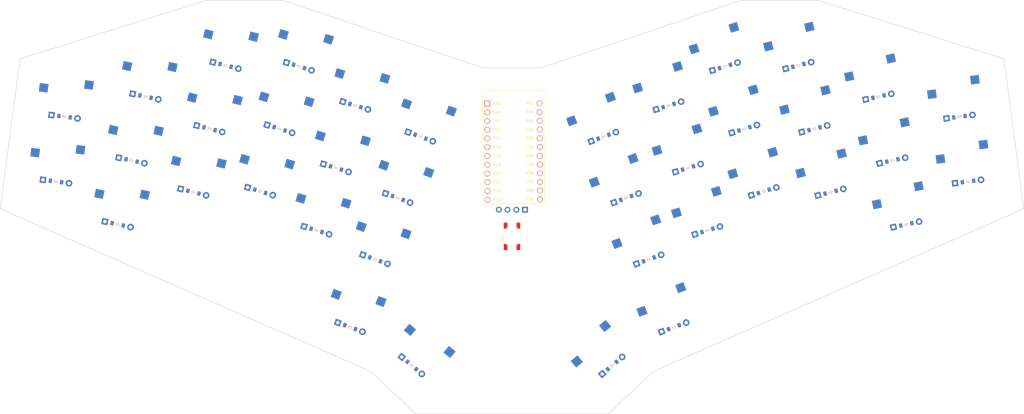
<source format=kicad_pcb>


(kicad_pcb (version 20171130) (host pcbnew 5.1.6)

  (page A3)
  (title_block
    (title "theboard")
    (rev "v1.0.0")
    (company "Unknown")
  )

  (general
    (thickness 1.6)
  )

  (layers
    (0 F.Cu signal)
    (31 B.Cu signal)
    (32 B.Adhes user)
    (33 F.Adhes user)
    (34 B.Paste user)
    (35 F.Paste user)
    (36 B.SilkS user)
    (37 F.SilkS user)
    (38 B.Mask user)
    (39 F.Mask user)
    (40 Dwgs.User user)
    (41 Cmts.User user)
    (42 Eco1.User user)
    (43 Eco2.User user)
    (44 Edge.Cuts user)
    (45 Margin user)
    (46 B.CrtYd user)
    (47 F.CrtYd user)
    (48 B.Fab user)
    (49 F.Fab user)
  )

  (setup
    (last_trace_width 0.25)
    (trace_clearance 0.2)
    (zone_clearance 0.508)
    (zone_45_only no)
    (trace_min 0.2)
    (via_size 0.8)
    (via_drill 0.4)
    (via_min_size 0.4)
    (via_min_drill 0.3)
    (uvia_size 0.3)
    (uvia_drill 0.1)
    (uvias_allowed no)
    (uvia_min_size 0.2)
    (uvia_min_drill 0.1)
    (edge_width 0.05)
    (segment_width 0.2)
    (pcb_text_width 0.3)
    (pcb_text_size 1.5 1.5)
    (mod_edge_width 0.12)
    (mod_text_size 1 1)
    (mod_text_width 0.15)
    (pad_size 1.524 1.524)
    (pad_drill 0.762)
    (pad_to_mask_clearance 0.05)
    (aux_axis_origin 0 0)
    (visible_elements FFFFFF7F)
    (pcbplotparams
      (layerselection 0x010fc_ffffffff)
      (usegerberextensions false)
      (usegerberattributes true)
      (usegerberadvancedattributes true)
      (creategerberjobfile true)
      (excludeedgelayer true)
      (linewidth 0.100000)
      (plotframeref false)
      (viasonmask false)
      (mode 1)
      (useauxorigin false)
      (hpglpennumber 1)
      (hpglpenspeed 20)
      (hpglpendiameter 15.000000)
      (psnegative false)
      (psa4output false)
      (plotreference true)
      (plotvalue true)
      (plotinvisibletext false)
      (padsonsilk false)
      (subtractmaskfromsilk false)
      (outputformat 1)
      (mirror false)
      (drillshape 1)
      (scaleselection 1)
      (outputdirectory ""))
  )

  (net 0 "")
(net 1 "P20")
(net 2 "outer_home")
(net 3 "outer_top")
(net 4 "P19")
(net 5 "pinky_bottom")
(net 6 "pinky_home")
(net 7 "pinky_top")
(net 8 "p18")
(net 9 "ring_bottom")
(net 10 "ring_home")
(net 11 "ring_top")
(net 12 "P14")
(net 13 "middle_bottom")
(net 14 "middle_home")
(net 15 "middle_top")
(net 16 "P4")
(net 17 "index_bottom")
(net 18 "index_home")
(net 19 "index_top")
(net 20 "P3")
(net 21 "inner_bottom")
(net 22 "inner_home")
(net 23 "inner_top")
(net 24 "near_thumb")
(net 25 "home_thumb")
(net 26 "mirror_outer_home")
(net 27 "mirror_outer_top")
(net 28 "mirror_pinky_bottom")
(net 29 "mirror_pinky_home")
(net 30 "mirror_pinky_top")
(net 31 "mirror_ring_bottom")
(net 32 "mirror_ring_home")
(net 33 "mirror_ring_top")
(net 34 "mirror_middle_bottom")
(net 35 "mirror_middle_home")
(net 36 "mirror_middle_top")
(net 37 "mirror_index_bottom")
(net 38 "mirror_index_home")
(net 39 "mirror_index_top")
(net 40 "mirror_inner_bottom")
(net 41 "mirror_inner_home")
(net 42 "mirror_inner_top")
(net 43 "mirror_near_thumb")
(net 44 "mirror_home_thumb")
(net 45 "P15")
(net 46 "P21")
(net 47 "P16")
(net 48 "P10")
(net 49 "P6")
(net 50 "P1")
(net 51 "P8")
(net 52 "P9")
(net 53 "RAW")
(net 54 "GND")
(net 55 "RST")
(net 56 "VCC")
(net 57 "P18")
(net 58 "P0")
(net 59 "P2")
(net 60 "P5")
(net 61 "P7")

  (net_class Default "This is the default net class."
    (clearance 0.2)
    (trace_width 0.25)
    (via_dia 0.8)
    (via_drill 0.4)
    (uvia_dia 0.3)
    (uvia_drill 0.1)
    (add_net "")
(add_net "P20")
(add_net "outer_home")
(add_net "outer_top")
(add_net "P19")
(add_net "pinky_bottom")
(add_net "pinky_home")
(add_net "pinky_top")
(add_net "p18")
(add_net "ring_bottom")
(add_net "ring_home")
(add_net "ring_top")
(add_net "P14")
(add_net "middle_bottom")
(add_net "middle_home")
(add_net "middle_top")
(add_net "P4")
(add_net "index_bottom")
(add_net "index_home")
(add_net "index_top")
(add_net "P3")
(add_net "inner_bottom")
(add_net "inner_home")
(add_net "inner_top")
(add_net "near_thumb")
(add_net "home_thumb")
(add_net "mirror_outer_home")
(add_net "mirror_outer_top")
(add_net "mirror_pinky_bottom")
(add_net "mirror_pinky_home")
(add_net "mirror_pinky_top")
(add_net "mirror_ring_bottom")
(add_net "mirror_ring_home")
(add_net "mirror_ring_top")
(add_net "mirror_middle_bottom")
(add_net "mirror_middle_home")
(add_net "mirror_middle_top")
(add_net "mirror_index_bottom")
(add_net "mirror_index_home")
(add_net "mirror_index_top")
(add_net "mirror_inner_bottom")
(add_net "mirror_inner_home")
(add_net "mirror_inner_top")
(add_net "mirror_near_thumb")
(add_net "mirror_home_thumb")
(add_net "P15")
(add_net "P21")
(add_net "P16")
(add_net "P10")
(add_net "P6")
(add_net "P1")
(add_net "P8")
(add_net "P9")
(add_net "RAW")
(add_net "GND")
(add_net "RST")
(add_net "VCC")
(add_net "P18")
(add_net "P0")
(add_net "P2")
(add_net "P5")
(add_net "P7")
  )

  
        
      (module MX (layer F.Cu) (tedit 5DD4F656)
      (at 2.4799976 -18.8374523 -7.5)

      
      (fp_text reference "S1" (at 0 0) (layer F.SilkS) hide (effects (font (size 1.27 1.27) (thickness 0.15))))
      (fp_text value "" (at 0 0) (layer F.SilkS) hide (effects (font (size 1.27 1.27) (thickness 0.15))))

      
      (fp_line (start -7 -6) (end -7 -7) (layer Dwgs.User) (width 0.15))
      (fp_line (start -7 7) (end -6 7) (layer Dwgs.User) (width 0.15))
      (fp_line (start -6 -7) (end -7 -7) (layer Dwgs.User) (width 0.15))
      (fp_line (start -7 7) (end -7 6) (layer Dwgs.User) (width 0.15))
      (fp_line (start 7 6) (end 7 7) (layer Dwgs.User) (width 0.15))
      (fp_line (start 7 -7) (end 6 -7) (layer Dwgs.User) (width 0.15))
      (fp_line (start 6 7) (end 7 7) (layer Dwgs.User) (width 0.15))
      (fp_line (start 7 -7) (end 7 -6) (layer Dwgs.User) (width 0.15))
    
      
      (pad "" np_thru_hole circle (at 0 0) (size 3.9878 3.9878) (drill 3.9878) (layers *.Cu *.Mask))

      
      (pad "" np_thru_hole circle (at 5.08 0) (size 1.7018 1.7018) (drill 1.7018) (layers *.Cu *.Mask))
      (pad "" np_thru_hole circle (at -5.08 0) (size 1.7018 1.7018) (drill 1.7018) (layers *.Cu *.Mask))
      
        
      
      (fp_line (start -9.5 -9.5) (end 9.5 -9.5) (layer Dwgs.User) (width 0.15))
      (fp_line (start 9.5 -9.5) (end 9.5 9.5) (layer Dwgs.User) (width 0.15))
      (fp_line (start 9.5 9.5) (end -9.5 9.5) (layer Dwgs.User) (width 0.15))
      (fp_line (start -9.5 9.5) (end -9.5 -9.5) (layer Dwgs.User) (width 0.15))
      
        
        
        (pad "" np_thru_hole circle (at 2.54 -5.08) (size 3 3) (drill 3) (layers *.Cu *.Mask))
        (pad "" np_thru_hole circle (at -3.81 -2.54) (size 3 3) (drill 3) (layers *.Cu *.Mask))
        
        
        (pad 1 smd rect (at -7.085 -2.54 -7.5) (size 2.55 2.5) (layers B.Cu B.Paste B.Mask) (net 1 "P20"))
        (pad 2 smd rect (at 5.842 -5.08 -7.5) (size 2.55 2.5) (layers B.Cu B.Paste B.Mask) (net 2 "outer_home"))
        )
        

        
      (module MX (layer F.Cu) (tedit 5DD4F656)
      (at 4.9599952 -37.6749047 -7.5)

      
      (fp_text reference "S2" (at 0 0) (layer F.SilkS) hide (effects (font (size 1.27 1.27) (thickness 0.15))))
      (fp_text value "" (at 0 0) (layer F.SilkS) hide (effects (font (size 1.27 1.27) (thickness 0.15))))

      
      (fp_line (start -7 -6) (end -7 -7) (layer Dwgs.User) (width 0.15))
      (fp_line (start -7 7) (end -6 7) (layer Dwgs.User) (width 0.15))
      (fp_line (start -6 -7) (end -7 -7) (layer Dwgs.User) (width 0.15))
      (fp_line (start -7 7) (end -7 6) (layer Dwgs.User) (width 0.15))
      (fp_line (start 7 6) (end 7 7) (layer Dwgs.User) (width 0.15))
      (fp_line (start 7 -7) (end 6 -7) (layer Dwgs.User) (width 0.15))
      (fp_line (start 6 7) (end 7 7) (layer Dwgs.User) (width 0.15))
      (fp_line (start 7 -7) (end 7 -6) (layer Dwgs.User) (width 0.15))
    
      
      (pad "" np_thru_hole circle (at 0 0) (size 3.9878 3.9878) (drill 3.9878) (layers *.Cu *.Mask))

      
      (pad "" np_thru_hole circle (at 5.08 0) (size 1.7018 1.7018) (drill 1.7018) (layers *.Cu *.Mask))
      (pad "" np_thru_hole circle (at -5.08 0) (size 1.7018 1.7018) (drill 1.7018) (layers *.Cu *.Mask))
      
        
      
      (fp_line (start -9.5 -9.5) (end 9.5 -9.5) (layer Dwgs.User) (width 0.15))
      (fp_line (start 9.5 -9.5) (end 9.5 9.5) (layer Dwgs.User) (width 0.15))
      (fp_line (start 9.5 9.5) (end -9.5 9.5) (layer Dwgs.User) (width 0.15))
      (fp_line (start -9.5 9.5) (end -9.5 -9.5) (layer Dwgs.User) (width 0.15))
      
        
        
        (pad "" np_thru_hole circle (at 2.54 -5.08) (size 3 3) (drill 3) (layers *.Cu *.Mask))
        (pad "" np_thru_hole circle (at -3.81 -2.54) (size 3 3) (drill 3) (layers *.Cu *.Mask))
        
        
        (pad 1 smd rect (at -7.085 -2.54 -7.5) (size 2.55 2.5) (layers B.Cu B.Paste B.Mask) (net 1 "P20"))
        (pad 2 smd rect (at 5.842 -5.08 -7.5) (size 2.55 2.5) (layers B.Cu B.Paste B.Mask) (net 3 "outer_top"))
        )
        

        
      (module MX (layer F.Cu) (tedit 5DD4F656)
      (at 20.8086835 -6.3066821 -12.25)

      
      (fp_text reference "S3" (at 0 0) (layer F.SilkS) hide (effects (font (size 1.27 1.27) (thickness 0.15))))
      (fp_text value "" (at 0 0) (layer F.SilkS) hide (effects (font (size 1.27 1.27) (thickness 0.15))))

      
      (fp_line (start -7 -6) (end -7 -7) (layer Dwgs.User) (width 0.15))
      (fp_line (start -7 7) (end -6 7) (layer Dwgs.User) (width 0.15))
      (fp_line (start -6 -7) (end -7 -7) (layer Dwgs.User) (width 0.15))
      (fp_line (start -7 7) (end -7 6) (layer Dwgs.User) (width 0.15))
      (fp_line (start 7 6) (end 7 7) (layer Dwgs.User) (width 0.15))
      (fp_line (start 7 -7) (end 6 -7) (layer Dwgs.User) (width 0.15))
      (fp_line (start 6 7) (end 7 7) (layer Dwgs.User) (width 0.15))
      (fp_line (start 7 -7) (end 7 -6) (layer Dwgs.User) (width 0.15))
    
      
      (pad "" np_thru_hole circle (at 0 0) (size 3.9878 3.9878) (drill 3.9878) (layers *.Cu *.Mask))

      
      (pad "" np_thru_hole circle (at 5.08 0) (size 1.7018 1.7018) (drill 1.7018) (layers *.Cu *.Mask))
      (pad "" np_thru_hole circle (at -5.08 0) (size 1.7018 1.7018) (drill 1.7018) (layers *.Cu *.Mask))
      
        
      
      (fp_line (start -9.5 -9.5) (end 9.5 -9.5) (layer Dwgs.User) (width 0.15))
      (fp_line (start 9.5 -9.5) (end 9.5 9.5) (layer Dwgs.User) (width 0.15))
      (fp_line (start 9.5 9.5) (end -9.5 9.5) (layer Dwgs.User) (width 0.15))
      (fp_line (start -9.5 9.5) (end -9.5 -9.5) (layer Dwgs.User) (width 0.15))
      
        
        
        (pad "" np_thru_hole circle (at 2.54 -5.08) (size 3 3) (drill 3) (layers *.Cu *.Mask))
        (pad "" np_thru_hole circle (at -3.81 -2.54) (size 3 3) (drill 3) (layers *.Cu *.Mask))
        
        
        (pad 1 smd rect (at -7.085 -2.54 -12.25) (size 2.55 2.5) (layers B.Cu B.Paste B.Mask) (net 4 "P19"))
        (pad 2 smd rect (at 5.842 -5.08 -12.25) (size 2.55 2.5) (layers B.Cu B.Paste B.Mask) (net 5 "pinky_bottom"))
        )
        

        
      (module MX (layer F.Cu) (tedit 5DD4F656)
      (at 24.8400592 -24.8740731 -12.25)

      
      (fp_text reference "S4" (at 0 0) (layer F.SilkS) hide (effects (font (size 1.27 1.27) (thickness 0.15))))
      (fp_text value "" (at 0 0) (layer F.SilkS) hide (effects (font (size 1.27 1.27) (thickness 0.15))))

      
      (fp_line (start -7 -6) (end -7 -7) (layer Dwgs.User) (width 0.15))
      (fp_line (start -7 7) (end -6 7) (layer Dwgs.User) (width 0.15))
      (fp_line (start -6 -7) (end -7 -7) (layer Dwgs.User) (width 0.15))
      (fp_line (start -7 7) (end -7 6) (layer Dwgs.User) (width 0.15))
      (fp_line (start 7 6) (end 7 7) (layer Dwgs.User) (width 0.15))
      (fp_line (start 7 -7) (end 6 -7) (layer Dwgs.User) (width 0.15))
      (fp_line (start 6 7) (end 7 7) (layer Dwgs.User) (width 0.15))
      (fp_line (start 7 -7) (end 7 -6) (layer Dwgs.User) (width 0.15))
    
      
      (pad "" np_thru_hole circle (at 0 0) (size 3.9878 3.9878) (drill 3.9878) (layers *.Cu *.Mask))

      
      (pad "" np_thru_hole circle (at 5.08 0) (size 1.7018 1.7018) (drill 1.7018) (layers *.Cu *.Mask))
      (pad "" np_thru_hole circle (at -5.08 0) (size 1.7018 1.7018) (drill 1.7018) (layers *.Cu *.Mask))
      
        
      
      (fp_line (start -9.5 -9.5) (end 9.5 -9.5) (layer Dwgs.User) (width 0.15))
      (fp_line (start 9.5 -9.5) (end 9.5 9.5) (layer Dwgs.User) (width 0.15))
      (fp_line (start 9.5 9.5) (end -9.5 9.5) (layer Dwgs.User) (width 0.15))
      (fp_line (start -9.5 9.5) (end -9.5 -9.5) (layer Dwgs.User) (width 0.15))
      
        
        
        (pad "" np_thru_hole circle (at 2.54 -5.08) (size 3 3) (drill 3) (layers *.Cu *.Mask))
        (pad "" np_thru_hole circle (at -3.81 -2.54) (size 3 3) (drill 3) (layers *.Cu *.Mask))
        
        
        (pad 1 smd rect (at -7.085 -2.54 -12.25) (size 2.55 2.5) (layers B.Cu B.Paste B.Mask) (net 4 "P19"))
        (pad 2 smd rect (at 5.842 -5.08 -12.25) (size 2.55 2.5) (layers B.Cu B.Paste B.Mask) (net 6 "pinky_home"))
        )
        

        
      (module MX (layer F.Cu) (tedit 5DD4F656)
      (at 28.871435 -43.4414642 -12.25)

      
      (fp_text reference "S5" (at 0 0) (layer F.SilkS) hide (effects (font (size 1.27 1.27) (thickness 0.15))))
      (fp_text value "" (at 0 0) (layer F.SilkS) hide (effects (font (size 1.27 1.27) (thickness 0.15))))

      
      (fp_line (start -7 -6) (end -7 -7) (layer Dwgs.User) (width 0.15))
      (fp_line (start -7 7) (end -6 7) (layer Dwgs.User) (width 0.15))
      (fp_line (start -6 -7) (end -7 -7) (layer Dwgs.User) (width 0.15))
      (fp_line (start -7 7) (end -7 6) (layer Dwgs.User) (width 0.15))
      (fp_line (start 7 6) (end 7 7) (layer Dwgs.User) (width 0.15))
      (fp_line (start 7 -7) (end 6 -7) (layer Dwgs.User) (width 0.15))
      (fp_line (start 6 7) (end 7 7) (layer Dwgs.User) (width 0.15))
      (fp_line (start 7 -7) (end 7 -6) (layer Dwgs.User) (width 0.15))
    
      
      (pad "" np_thru_hole circle (at 0 0) (size 3.9878 3.9878) (drill 3.9878) (layers *.Cu *.Mask))

      
      (pad "" np_thru_hole circle (at 5.08 0) (size 1.7018 1.7018) (drill 1.7018) (layers *.Cu *.Mask))
      (pad "" np_thru_hole circle (at -5.08 0) (size 1.7018 1.7018) (drill 1.7018) (layers *.Cu *.Mask))
      
        
      
      (fp_line (start -9.5 -9.5) (end 9.5 -9.5) (layer Dwgs.User) (width 0.15))
      (fp_line (start 9.5 -9.5) (end 9.5 9.5) (layer Dwgs.User) (width 0.15))
      (fp_line (start 9.5 9.5) (end -9.5 9.5) (layer Dwgs.User) (width 0.15))
      (fp_line (start -9.5 9.5) (end -9.5 -9.5) (layer Dwgs.User) (width 0.15))
      
        
        
        (pad "" np_thru_hole circle (at 2.54 -5.08) (size 3 3) (drill 3) (layers *.Cu *.Mask))
        (pad "" np_thru_hole circle (at -3.81 -2.54) (size 3 3) (drill 3) (layers *.Cu *.Mask))
        
        
        (pad 1 smd rect (at -7.085 -2.54 -12.25) (size 2.55 2.5) (layers B.Cu B.Paste B.Mask) (net 4 "P19"))
        (pad 2 smd rect (at 5.842 -5.08 -12.25) (size 2.55 2.5) (layers B.Cu B.Paste B.Mask) (net 7 "pinky_top"))
        )
        

        
      (module MX (layer F.Cu) (tedit 5DD4F656)
      (at 42.9491407 -15.6411385 -14.25)

      
      (fp_text reference "S6" (at 0 0) (layer F.SilkS) hide (effects (font (size 1.27 1.27) (thickness 0.15))))
      (fp_text value "" (at 0 0) (layer F.SilkS) hide (effects (font (size 1.27 1.27) (thickness 0.15))))

      
      (fp_line (start -7 -6) (end -7 -7) (layer Dwgs.User) (width 0.15))
      (fp_line (start -7 7) (end -6 7) (layer Dwgs.User) (width 0.15))
      (fp_line (start -6 -7) (end -7 -7) (layer Dwgs.User) (width 0.15))
      (fp_line (start -7 7) (end -7 6) (layer Dwgs.User) (width 0.15))
      (fp_line (start 7 6) (end 7 7) (layer Dwgs.User) (width 0.15))
      (fp_line (start 7 -7) (end 6 -7) (layer Dwgs.User) (width 0.15))
      (fp_line (start 6 7) (end 7 7) (layer Dwgs.User) (width 0.15))
      (fp_line (start 7 -7) (end 7 -6) (layer Dwgs.User) (width 0.15))
    
      
      (pad "" np_thru_hole circle (at 0 0) (size 3.9878 3.9878) (drill 3.9878) (layers *.Cu *.Mask))

      
      (pad "" np_thru_hole circle (at 5.08 0) (size 1.7018 1.7018) (drill 1.7018) (layers *.Cu *.Mask))
      (pad "" np_thru_hole circle (at -5.08 0) (size 1.7018 1.7018) (drill 1.7018) (layers *.Cu *.Mask))
      
        
      
      (fp_line (start -9.5 -9.5) (end 9.5 -9.5) (layer Dwgs.User) (width 0.15))
      (fp_line (start 9.5 -9.5) (end 9.5 9.5) (layer Dwgs.User) (width 0.15))
      (fp_line (start 9.5 9.5) (end -9.5 9.5) (layer Dwgs.User) (width 0.15))
      (fp_line (start -9.5 9.5) (end -9.5 -9.5) (layer Dwgs.User) (width 0.15))
      
        
        
        (pad "" np_thru_hole circle (at 2.54 -5.08) (size 3 3) (drill 3) (layers *.Cu *.Mask))
        (pad "" np_thru_hole circle (at -3.81 -2.54) (size 3 3) (drill 3) (layers *.Cu *.Mask))
        
        
        (pad 1 smd rect (at -7.085 -2.54 -14.25) (size 2.55 2.5) (layers B.Cu B.Paste B.Mask) (net 8 "p18"))
        (pad 2 smd rect (at 5.842 -5.08 -14.25) (size 2.55 2.5) (layers B.Cu B.Paste B.Mask) (net 9 "ring_bottom"))
        )
        

        
      (module MX (layer F.Cu) (tedit 5DD4F656)
      (at 47.6260533 -34.0565257 -14.25)

      
      (fp_text reference "S7" (at 0 0) (layer F.SilkS) hide (effects (font (size 1.27 1.27) (thickness 0.15))))
      (fp_text value "" (at 0 0) (layer F.SilkS) hide (effects (font (size 1.27 1.27) (thickness 0.15))))

      
      (fp_line (start -7 -6) (end -7 -7) (layer Dwgs.User) (width 0.15))
      (fp_line (start -7 7) (end -6 7) (layer Dwgs.User) (width 0.15))
      (fp_line (start -6 -7) (end -7 -7) (layer Dwgs.User) (width 0.15))
      (fp_line (start -7 7) (end -7 6) (layer Dwgs.User) (width 0.15))
      (fp_line (start 7 6) (end 7 7) (layer Dwgs.User) (width 0.15))
      (fp_line (start 7 -7) (end 6 -7) (layer Dwgs.User) (width 0.15))
      (fp_line (start 6 7) (end 7 7) (layer Dwgs.User) (width 0.15))
      (fp_line (start 7 -7) (end 7 -6) (layer Dwgs.User) (width 0.15))
    
      
      (pad "" np_thru_hole circle (at 0 0) (size 3.9878 3.9878) (drill 3.9878) (layers *.Cu *.Mask))

      
      (pad "" np_thru_hole circle (at 5.08 0) (size 1.7018 1.7018) (drill 1.7018) (layers *.Cu *.Mask))
      (pad "" np_thru_hole circle (at -5.08 0) (size 1.7018 1.7018) (drill 1.7018) (layers *.Cu *.Mask))
      
        
      
      (fp_line (start -9.5 -9.5) (end 9.5 -9.5) (layer Dwgs.User) (width 0.15))
      (fp_line (start 9.5 -9.5) (end 9.5 9.5) (layer Dwgs.User) (width 0.15))
      (fp_line (start 9.5 9.5) (end -9.5 9.5) (layer Dwgs.User) (width 0.15))
      (fp_line (start -9.5 9.5) (end -9.5 -9.5) (layer Dwgs.User) (width 0.15))
      
        
        
        (pad "" np_thru_hole circle (at 2.54 -5.08) (size 3 3) (drill 3) (layers *.Cu *.Mask))
        (pad "" np_thru_hole circle (at -3.81 -2.54) (size 3 3) (drill 3) (layers *.Cu *.Mask))
        
        
        (pad 1 smd rect (at -7.085 -2.54 -14.25) (size 2.55 2.5) (layers B.Cu B.Paste B.Mask) (net 8 "p18"))
        (pad 2 smd rect (at 5.842 -5.08 -14.25) (size 2.55 2.5) (layers B.Cu B.Paste B.Mask) (net 10 "ring_home"))
        )
        

        
      (module MX (layer F.Cu) (tedit 5DD4F656)
      (at 52.3029658 -52.471913 -14.25)

      
      (fp_text reference "S8" (at 0 0) (layer F.SilkS) hide (effects (font (size 1.27 1.27) (thickness 0.15))))
      (fp_text value "" (at 0 0) (layer F.SilkS) hide (effects (font (size 1.27 1.27) (thickness 0.15))))

      
      (fp_line (start -7 -6) (end -7 -7) (layer Dwgs.User) (width 0.15))
      (fp_line (start -7 7) (end -6 7) (layer Dwgs.User) (width 0.15))
      (fp_line (start -6 -7) (end -7 -7) (layer Dwgs.User) (width 0.15))
      (fp_line (start -7 7) (end -7 6) (layer Dwgs.User) (width 0.15))
      (fp_line (start 7 6) (end 7 7) (layer Dwgs.User) (width 0.15))
      (fp_line (start 7 -7) (end 6 -7) (layer Dwgs.User) (width 0.15))
      (fp_line (start 6 7) (end 7 7) (layer Dwgs.User) (width 0.15))
      (fp_line (start 7 -7) (end 7 -6) (layer Dwgs.User) (width 0.15))
    
      
      (pad "" np_thru_hole circle (at 0 0) (size 3.9878 3.9878) (drill 3.9878) (layers *.Cu *.Mask))

      
      (pad "" np_thru_hole circle (at 5.08 0) (size 1.7018 1.7018) (drill 1.7018) (layers *.Cu *.Mask))
      (pad "" np_thru_hole circle (at -5.08 0) (size 1.7018 1.7018) (drill 1.7018) (layers *.Cu *.Mask))
      
        
      
      (fp_line (start -9.5 -9.5) (end 9.5 -9.5) (layer Dwgs.User) (width 0.15))
      (fp_line (start 9.5 -9.5) (end 9.5 9.5) (layer Dwgs.User) (width 0.15))
      (fp_line (start 9.5 9.5) (end -9.5 9.5) (layer Dwgs.User) (width 0.15))
      (fp_line (start -9.5 9.5) (end -9.5 -9.5) (layer Dwgs.User) (width 0.15))
      
        
        
        (pad "" np_thru_hole circle (at 2.54 -5.08) (size 3 3) (drill 3) (layers *.Cu *.Mask))
        (pad "" np_thru_hole circle (at -3.81 -2.54) (size 3 3) (drill 3) (layers *.Cu *.Mask))
        
        
        (pad 1 smd rect (at -7.085 -2.54 -14.25) (size 2.55 2.5) (layers B.Cu B.Paste B.Mask) (net 8 "p18"))
        (pad 2 smd rect (at 5.842 -5.08 -14.25) (size 2.55 2.5) (layers B.Cu B.Paste B.Mask) (net 11 "ring_top"))
        )
        

        
      (module MX (layer F.Cu) (tedit 5DD4F656)
      (at 62.5952945 -15.8103804 -17.25)

      
      (fp_text reference "S9" (at 0 0) (layer F.SilkS) hide (effects (font (size 1.27 1.27) (thickness 0.15))))
      (fp_text value "" (at 0 0) (layer F.SilkS) hide (effects (font (size 1.27 1.27) (thickness 0.15))))

      
      (fp_line (start -7 -6) (end -7 -7) (layer Dwgs.User) (width 0.15))
      (fp_line (start -7 7) (end -6 7) (layer Dwgs.User) (width 0.15))
      (fp_line (start -6 -7) (end -7 -7) (layer Dwgs.User) (width 0.15))
      (fp_line (start -7 7) (end -7 6) (layer Dwgs.User) (width 0.15))
      (fp_line (start 7 6) (end 7 7) (layer Dwgs.User) (width 0.15))
      (fp_line (start 7 -7) (end 6 -7) (layer Dwgs.User) (width 0.15))
      (fp_line (start 6 7) (end 7 7) (layer Dwgs.User) (width 0.15))
      (fp_line (start 7 -7) (end 7 -6) (layer Dwgs.User) (width 0.15))
    
      
      (pad "" np_thru_hole circle (at 0 0) (size 3.9878 3.9878) (drill 3.9878) (layers *.Cu *.Mask))

      
      (pad "" np_thru_hole circle (at 5.08 0) (size 1.7018 1.7018) (drill 1.7018) (layers *.Cu *.Mask))
      (pad "" np_thru_hole circle (at -5.08 0) (size 1.7018 1.7018) (drill 1.7018) (layers *.Cu *.Mask))
      
        
      
      (fp_line (start -9.5 -9.5) (end 9.5 -9.5) (layer Dwgs.User) (width 0.15))
      (fp_line (start 9.5 -9.5) (end 9.5 9.5) (layer Dwgs.User) (width 0.15))
      (fp_line (start 9.5 9.5) (end -9.5 9.5) (layer Dwgs.User) (width 0.15))
      (fp_line (start -9.5 9.5) (end -9.5 -9.5) (layer Dwgs.User) (width 0.15))
      
        
        
        (pad "" np_thru_hole circle (at 2.54 -5.08) (size 3 3) (drill 3) (layers *.Cu *.Mask))
        (pad "" np_thru_hole circle (at -3.81 -2.54) (size 3 3) (drill 3) (layers *.Cu *.Mask))
        
        
        (pad 1 smd rect (at -7.085 -2.54 -17.25) (size 2.55 2.5) (layers B.Cu B.Paste B.Mask) (net 12 "P14"))
        (pad 2 smd rect (at 5.842 -5.08 -17.25) (size 2.55 2.5) (layers B.Cu B.Paste B.Mask) (net 13 "middle_bottom"))
        )
        

        
      (module MX (layer F.Cu) (tedit 5DD4F656)
      (at 68.2295845 -33.9557593 -17.25)

      
      (fp_text reference "S10" (at 0 0) (layer F.SilkS) hide (effects (font (size 1.27 1.27) (thickness 0.15))))
      (fp_text value "" (at 0 0) (layer F.SilkS) hide (effects (font (size 1.27 1.27) (thickness 0.15))))

      
      (fp_line (start -7 -6) (end -7 -7) (layer Dwgs.User) (width 0.15))
      (fp_line (start -7 7) (end -6 7) (layer Dwgs.User) (width 0.15))
      (fp_line (start -6 -7) (end -7 -7) (layer Dwgs.User) (width 0.15))
      (fp_line (start -7 7) (end -7 6) (layer Dwgs.User) (width 0.15))
      (fp_line (start 7 6) (end 7 7) (layer Dwgs.User) (width 0.15))
      (fp_line (start 7 -7) (end 6 -7) (layer Dwgs.User) (width 0.15))
      (fp_line (start 6 7) (end 7 7) (layer Dwgs.User) (width 0.15))
      (fp_line (start 7 -7) (end 7 -6) (layer Dwgs.User) (width 0.15))
    
      
      (pad "" np_thru_hole circle (at 0 0) (size 3.9878 3.9878) (drill 3.9878) (layers *.Cu *.Mask))

      
      (pad "" np_thru_hole circle (at 5.08 0) (size 1.7018 1.7018) (drill 1.7018) (layers *.Cu *.Mask))
      (pad "" np_thru_hole circle (at -5.08 0) (size 1.7018 1.7018) (drill 1.7018) (layers *.Cu *.Mask))
      
        
      
      (fp_line (start -9.5 -9.5) (end 9.5 -9.5) (layer Dwgs.User) (width 0.15))
      (fp_line (start 9.5 -9.5) (end 9.5 9.5) (layer Dwgs.User) (width 0.15))
      (fp_line (start 9.5 9.5) (end -9.5 9.5) (layer Dwgs.User) (width 0.15))
      (fp_line (start -9.5 9.5) (end -9.5 -9.5) (layer Dwgs.User) (width 0.15))
      
        
        
        (pad "" np_thru_hole circle (at 2.54 -5.08) (size 3 3) (drill 3) (layers *.Cu *.Mask))
        (pad "" np_thru_hole circle (at -3.81 -2.54) (size 3 3) (drill 3) (layers *.Cu *.Mask))
        
        
        (pad 1 smd rect (at -7.085 -2.54 -17.25) (size 2.55 2.5) (layers B.Cu B.Paste B.Mask) (net 12 "P14"))
        (pad 2 smd rect (at 5.842 -5.08 -17.25) (size 2.55 2.5) (layers B.Cu B.Paste B.Mask) (net 14 "middle_home"))
        )
        

        
      (module MX (layer F.Cu) (tedit 5DD4F656)
      (at 73.8638744 -52.1011382 -17.25)

      
      (fp_text reference "S11" (at 0 0) (layer F.SilkS) hide (effects (font (size 1.27 1.27) (thickness 0.15))))
      (fp_text value "" (at 0 0) (layer F.SilkS) hide (effects (font (size 1.27 1.27) (thickness 0.15))))

      
      (fp_line (start -7 -6) (end -7 -7) (layer Dwgs.User) (width 0.15))
      (fp_line (start -7 7) (end -6 7) (layer Dwgs.User) (width 0.15))
      (fp_line (start -6 -7) (end -7 -7) (layer Dwgs.User) (width 0.15))
      (fp_line (start -7 7) (end -7 6) (layer Dwgs.User) (width 0.15))
      (fp_line (start 7 6) (end 7 7) (layer Dwgs.User) (width 0.15))
      (fp_line (start 7 -7) (end 6 -7) (layer Dwgs.User) (width 0.15))
      (fp_line (start 6 7) (end 7 7) (layer Dwgs.User) (width 0.15))
      (fp_line (start 7 -7) (end 7 -6) (layer Dwgs.User) (width 0.15))
    
      
      (pad "" np_thru_hole circle (at 0 0) (size 3.9878 3.9878) (drill 3.9878) (layers *.Cu *.Mask))

      
      (pad "" np_thru_hole circle (at 5.08 0) (size 1.7018 1.7018) (drill 1.7018) (layers *.Cu *.Mask))
      (pad "" np_thru_hole circle (at -5.08 0) (size 1.7018 1.7018) (drill 1.7018) (layers *.Cu *.Mask))
      
        
      
      (fp_line (start -9.5 -9.5) (end 9.5 -9.5) (layer Dwgs.User) (width 0.15))
      (fp_line (start 9.5 -9.5) (end 9.5 9.5) (layer Dwgs.User) (width 0.15))
      (fp_line (start 9.5 9.5) (end -9.5 9.5) (layer Dwgs.User) (width 0.15))
      (fp_line (start -9.5 9.5) (end -9.5 -9.5) (layer Dwgs.User) (width 0.15))
      
        
        
        (pad "" np_thru_hole circle (at 2.54 -5.08) (size 3 3) (drill 3) (layers *.Cu *.Mask))
        (pad "" np_thru_hole circle (at -3.81 -2.54) (size 3 3) (drill 3) (layers *.Cu *.Mask))
        
        
        (pad 1 smd rect (at -7.085 -2.54 -17.25) (size 2.55 2.5) (layers B.Cu B.Paste B.Mask) (net 12 "P14"))
        (pad 2 smd rect (at 5.842 -5.08 -17.25) (size 2.55 2.5) (layers B.Cu B.Paste B.Mask) (net 15 "middle_top"))
        )
        

        
      (module MX (layer F.Cu) (tedit 5DD4F656)
      (at 78.961424 -4.4459708 -17.25)

      
      (fp_text reference "S12" (at 0 0) (layer F.SilkS) hide (effects (font (size 1.27 1.27) (thickness 0.15))))
      (fp_text value "" (at 0 0) (layer F.SilkS) hide (effects (font (size 1.27 1.27) (thickness 0.15))))

      
      (fp_line (start -7 -6) (end -7 -7) (layer Dwgs.User) (width 0.15))
      (fp_line (start -7 7) (end -6 7) (layer Dwgs.User) (width 0.15))
      (fp_line (start -6 -7) (end -7 -7) (layer Dwgs.User) (width 0.15))
      (fp_line (start -7 7) (end -7 6) (layer Dwgs.User) (width 0.15))
      (fp_line (start 7 6) (end 7 7) (layer Dwgs.User) (width 0.15))
      (fp_line (start 7 -7) (end 6 -7) (layer Dwgs.User) (width 0.15))
      (fp_line (start 6 7) (end 7 7) (layer Dwgs.User) (width 0.15))
      (fp_line (start 7 -7) (end 7 -6) (layer Dwgs.User) (width 0.15))
    
      
      (pad "" np_thru_hole circle (at 0 0) (size 3.9878 3.9878) (drill 3.9878) (layers *.Cu *.Mask))

      
      (pad "" np_thru_hole circle (at 5.08 0) (size 1.7018 1.7018) (drill 1.7018) (layers *.Cu *.Mask))
      (pad "" np_thru_hole circle (at -5.08 0) (size 1.7018 1.7018) (drill 1.7018) (layers *.Cu *.Mask))
      
        
      
      (fp_line (start -9.5 -9.5) (end 9.5 -9.5) (layer Dwgs.User) (width 0.15))
      (fp_line (start 9.5 -9.5) (end 9.5 9.5) (layer Dwgs.User) (width 0.15))
      (fp_line (start 9.5 9.5) (end -9.5 9.5) (layer Dwgs.User) (width 0.15))
      (fp_line (start -9.5 9.5) (end -9.5 -9.5) (layer Dwgs.User) (width 0.15))
      
        
        
        (pad "" np_thru_hole circle (at 2.54 -5.08) (size 3 3) (drill 3) (layers *.Cu *.Mask))
        (pad "" np_thru_hole circle (at -3.81 -2.54) (size 3 3) (drill 3) (layers *.Cu *.Mask))
        
        
        (pad 1 smd rect (at -7.085 -2.54 -17.25) (size 2.55 2.5) (layers B.Cu B.Paste B.Mask) (net 16 "P4"))
        (pad 2 smd rect (at 5.842 -5.08 -17.25) (size 2.55 2.5) (layers B.Cu B.Paste B.Mask) (net 17 "index_bottom"))
        )
        

        
      (module MX (layer F.Cu) (tedit 5DD4F656)
      (at 84.595714 -22.5913497 -17.25)

      
      (fp_text reference "S13" (at 0 0) (layer F.SilkS) hide (effects (font (size 1.27 1.27) (thickness 0.15))))
      (fp_text value "" (at 0 0) (layer F.SilkS) hide (effects (font (size 1.27 1.27) (thickness 0.15))))

      
      (fp_line (start -7 -6) (end -7 -7) (layer Dwgs.User) (width 0.15))
      (fp_line (start -7 7) (end -6 7) (layer Dwgs.User) (width 0.15))
      (fp_line (start -6 -7) (end -7 -7) (layer Dwgs.User) (width 0.15))
      (fp_line (start -7 7) (end -7 6) (layer Dwgs.User) (width 0.15))
      (fp_line (start 7 6) (end 7 7) (layer Dwgs.User) (width 0.15))
      (fp_line (start 7 -7) (end 6 -7) (layer Dwgs.User) (width 0.15))
      (fp_line (start 6 7) (end 7 7) (layer Dwgs.User) (width 0.15))
      (fp_line (start 7 -7) (end 7 -6) (layer Dwgs.User) (width 0.15))
    
      
      (pad "" np_thru_hole circle (at 0 0) (size 3.9878 3.9878) (drill 3.9878) (layers *.Cu *.Mask))

      
      (pad "" np_thru_hole circle (at 5.08 0) (size 1.7018 1.7018) (drill 1.7018) (layers *.Cu *.Mask))
      (pad "" np_thru_hole circle (at -5.08 0) (size 1.7018 1.7018) (drill 1.7018) (layers *.Cu *.Mask))
      
        
      
      (fp_line (start -9.5 -9.5) (end 9.5 -9.5) (layer Dwgs.User) (width 0.15))
      (fp_line (start 9.5 -9.5) (end 9.5 9.5) (layer Dwgs.User) (width 0.15))
      (fp_line (start 9.5 9.5) (end -9.5 9.5) (layer Dwgs.User) (width 0.15))
      (fp_line (start -9.5 9.5) (end -9.5 -9.5) (layer Dwgs.User) (width 0.15))
      
        
        
        (pad "" np_thru_hole circle (at 2.54 -5.08) (size 3 3) (drill 3) (layers *.Cu *.Mask))
        (pad "" np_thru_hole circle (at -3.81 -2.54) (size 3 3) (drill 3) (layers *.Cu *.Mask))
        
        
        (pad 1 smd rect (at -7.085 -2.54 -17.25) (size 2.55 2.5) (layers B.Cu B.Paste B.Mask) (net 16 "P4"))
        (pad 2 smd rect (at 5.842 -5.08 -17.25) (size 2.55 2.5) (layers B.Cu B.Paste B.Mask) (net 18 "index_home"))
        )
        

        
      (module MX (layer F.Cu) (tedit 5DD4F656)
      (at 90.2300039 -40.7367286 -17.25)

      
      (fp_text reference "S14" (at 0 0) (layer F.SilkS) hide (effects (font (size 1.27 1.27) (thickness 0.15))))
      (fp_text value "" (at 0 0) (layer F.SilkS) hide (effects (font (size 1.27 1.27) (thickness 0.15))))

      
      (fp_line (start -7 -6) (end -7 -7) (layer Dwgs.User) (width 0.15))
      (fp_line (start -7 7) (end -6 7) (layer Dwgs.User) (width 0.15))
      (fp_line (start -6 -7) (end -7 -7) (layer Dwgs.User) (width 0.15))
      (fp_line (start -7 7) (end -7 6) (layer Dwgs.User) (width 0.15))
      (fp_line (start 7 6) (end 7 7) (layer Dwgs.User) (width 0.15))
      (fp_line (start 7 -7) (end 6 -7) (layer Dwgs.User) (width 0.15))
      (fp_line (start 6 7) (end 7 7) (layer Dwgs.User) (width 0.15))
      (fp_line (start 7 -7) (end 7 -6) (layer Dwgs.User) (width 0.15))
    
      
      (pad "" np_thru_hole circle (at 0 0) (size 3.9878 3.9878) (drill 3.9878) (layers *.Cu *.Mask))

      
      (pad "" np_thru_hole circle (at 5.08 0) (size 1.7018 1.7018) (drill 1.7018) (layers *.Cu *.Mask))
      (pad "" np_thru_hole circle (at -5.08 0) (size 1.7018 1.7018) (drill 1.7018) (layers *.Cu *.Mask))
      
        
      
      (fp_line (start -9.5 -9.5) (end 9.5 -9.5) (layer Dwgs.User) (width 0.15))
      (fp_line (start 9.5 -9.5) (end 9.5 9.5) (layer Dwgs.User) (width 0.15))
      (fp_line (start 9.5 9.5) (end -9.5 9.5) (layer Dwgs.User) (width 0.15))
      (fp_line (start -9.5 9.5) (end -9.5 -9.5) (layer Dwgs.User) (width 0.15))
      
        
        
        (pad "" np_thru_hole circle (at 2.54 -5.08) (size 3 3) (drill 3) (layers *.Cu *.Mask))
        (pad "" np_thru_hole circle (at -3.81 -2.54) (size 3 3) (drill 3) (layers *.Cu *.Mask))
        
        
        (pad 1 smd rect (at -7.085 -2.54 -17.25) (size 2.55 2.5) (layers B.Cu B.Paste B.Mask) (net 16 "P4"))
        (pad 2 smd rect (at 5.842 -5.08 -17.25) (size 2.55 2.5) (layers B.Cu B.Paste B.Mask) (net 19 "index_top"))
        )
        

        
      (module MX (layer F.Cu) (tedit 5DD4F656)
      (at 96.2171782 4.0533789 -20.25)

      
      (fp_text reference "S15" (at 0 0) (layer F.SilkS) hide (effects (font (size 1.27 1.27) (thickness 0.15))))
      (fp_text value "" (at 0 0) (layer F.SilkS) hide (effects (font (size 1.27 1.27) (thickness 0.15))))

      
      (fp_line (start -7 -6) (end -7 -7) (layer Dwgs.User) (width 0.15))
      (fp_line (start -7 7) (end -6 7) (layer Dwgs.User) (width 0.15))
      (fp_line (start -6 -7) (end -7 -7) (layer Dwgs.User) (width 0.15))
      (fp_line (start -7 7) (end -7 6) (layer Dwgs.User) (width 0.15))
      (fp_line (start 7 6) (end 7 7) (layer Dwgs.User) (width 0.15))
      (fp_line (start 7 -7) (end 6 -7) (layer Dwgs.User) (width 0.15))
      (fp_line (start 6 7) (end 7 7) (layer Dwgs.User) (width 0.15))
      (fp_line (start 7 -7) (end 7 -6) (layer Dwgs.User) (width 0.15))
    
      
      (pad "" np_thru_hole circle (at 0 0) (size 3.9878 3.9878) (drill 3.9878) (layers *.Cu *.Mask))

      
      (pad "" np_thru_hole circle (at 5.08 0) (size 1.7018 1.7018) (drill 1.7018) (layers *.Cu *.Mask))
      (pad "" np_thru_hole circle (at -5.08 0) (size 1.7018 1.7018) (drill 1.7018) (layers *.Cu *.Mask))
      
        
      
      (fp_line (start -9.5 -9.5) (end 9.5 -9.5) (layer Dwgs.User) (width 0.15))
      (fp_line (start 9.5 -9.5) (end 9.5 9.5) (layer Dwgs.User) (width 0.15))
      (fp_line (start 9.5 9.5) (end -9.5 9.5) (layer Dwgs.User) (width 0.15))
      (fp_line (start -9.5 9.5) (end -9.5 -9.5) (layer Dwgs.User) (width 0.15))
      
        
        
        (pad "" np_thru_hole circle (at 2.54 -5.08) (size 3 3) (drill 3) (layers *.Cu *.Mask))
        (pad "" np_thru_hole circle (at -3.81 -2.54) (size 3 3) (drill 3) (layers *.Cu *.Mask))
        
        
        (pad 1 smd rect (at -7.085 -2.54 -20.25) (size 2.55 2.5) (layers B.Cu B.Paste B.Mask) (net 20 "P3"))
        (pad 2 smd rect (at 5.842 -5.08 -20.25) (size 2.55 2.5) (layers B.Cu B.Paste B.Mask) (net 21 "inner_bottom"))
        )
        

        
      (module MX (layer F.Cu) (tedit 5DD4F656)
      (at 102.7934023 -13.7722564 -20.25)

      
      (fp_text reference "S16" (at 0 0) (layer F.SilkS) hide (effects (font (size 1.27 1.27) (thickness 0.15))))
      (fp_text value "" (at 0 0) (layer F.SilkS) hide (effects (font (size 1.27 1.27) (thickness 0.15))))

      
      (fp_line (start -7 -6) (end -7 -7) (layer Dwgs.User) (width 0.15))
      (fp_line (start -7 7) (end -6 7) (layer Dwgs.User) (width 0.15))
      (fp_line (start -6 -7) (end -7 -7) (layer Dwgs.User) (width 0.15))
      (fp_line (start -7 7) (end -7 6) (layer Dwgs.User) (width 0.15))
      (fp_line (start 7 6) (end 7 7) (layer Dwgs.User) (width 0.15))
      (fp_line (start 7 -7) (end 6 -7) (layer Dwgs.User) (width 0.15))
      (fp_line (start 6 7) (end 7 7) (layer Dwgs.User) (width 0.15))
      (fp_line (start 7 -7) (end 7 -6) (layer Dwgs.User) (width 0.15))
    
      
      (pad "" np_thru_hole circle (at 0 0) (size 3.9878 3.9878) (drill 3.9878) (layers *.Cu *.Mask))

      
      (pad "" np_thru_hole circle (at 5.08 0) (size 1.7018 1.7018) (drill 1.7018) (layers *.Cu *.Mask))
      (pad "" np_thru_hole circle (at -5.08 0) (size 1.7018 1.7018) (drill 1.7018) (layers *.Cu *.Mask))
      
        
      
      (fp_line (start -9.5 -9.5) (end 9.5 -9.5) (layer Dwgs.User) (width 0.15))
      (fp_line (start 9.5 -9.5) (end 9.5 9.5) (layer Dwgs.User) (width 0.15))
      (fp_line (start 9.5 9.5) (end -9.5 9.5) (layer Dwgs.User) (width 0.15))
      (fp_line (start -9.5 9.5) (end -9.5 -9.5) (layer Dwgs.User) (width 0.15))
      
        
        
        (pad "" np_thru_hole circle (at 2.54 -5.08) (size 3 3) (drill 3) (layers *.Cu *.Mask))
        (pad "" np_thru_hole circle (at -3.81 -2.54) (size 3 3) (drill 3) (layers *.Cu *.Mask))
        
        
        (pad 1 smd rect (at -7.085 -2.54 -20.25) (size 2.55 2.5) (layers B.Cu B.Paste B.Mask) (net 20 "P3"))
        (pad 2 smd rect (at 5.842 -5.08 -20.25) (size 2.55 2.5) (layers B.Cu B.Paste B.Mask) (net 22 "inner_home"))
        )
        

        
      (module MX (layer F.Cu) (tedit 5DD4F656)
      (at 109.3696264 -31.5978917 -20.25)

      
      (fp_text reference "S17" (at 0 0) (layer F.SilkS) hide (effects (font (size 1.27 1.27) (thickness 0.15))))
      (fp_text value "" (at 0 0) (layer F.SilkS) hide (effects (font (size 1.27 1.27) (thickness 0.15))))

      
      (fp_line (start -7 -6) (end -7 -7) (layer Dwgs.User) (width 0.15))
      (fp_line (start -7 7) (end -6 7) (layer Dwgs.User) (width 0.15))
      (fp_line (start -6 -7) (end -7 -7) (layer Dwgs.User) (width 0.15))
      (fp_line (start -7 7) (end -7 6) (layer Dwgs.User) (width 0.15))
      (fp_line (start 7 6) (end 7 7) (layer Dwgs.User) (width 0.15))
      (fp_line (start 7 -7) (end 6 -7) (layer Dwgs.User) (width 0.15))
      (fp_line (start 6 7) (end 7 7) (layer Dwgs.User) (width 0.15))
      (fp_line (start 7 -7) (end 7 -6) (layer Dwgs.User) (width 0.15))
    
      
      (pad "" np_thru_hole circle (at 0 0) (size 3.9878 3.9878) (drill 3.9878) (layers *.Cu *.Mask))

      
      (pad "" np_thru_hole circle (at 5.08 0) (size 1.7018 1.7018) (drill 1.7018) (layers *.Cu *.Mask))
      (pad "" np_thru_hole circle (at -5.08 0) (size 1.7018 1.7018) (drill 1.7018) (layers *.Cu *.Mask))
      
        
      
      (fp_line (start -9.5 -9.5) (end 9.5 -9.5) (layer Dwgs.User) (width 0.15))
      (fp_line (start 9.5 -9.5) (end 9.5 9.5) (layer Dwgs.User) (width 0.15))
      (fp_line (start 9.5 9.5) (end -9.5 9.5) (layer Dwgs.User) (width 0.15))
      (fp_line (start -9.5 9.5) (end -9.5 -9.5) (layer Dwgs.User) (width 0.15))
      
        
        
        (pad "" np_thru_hole circle (at 2.54 -5.08) (size 3 3) (drill 3) (layers *.Cu *.Mask))
        (pad "" np_thru_hole circle (at -3.81 -2.54) (size 3 3) (drill 3) (layers *.Cu *.Mask))
        
        
        (pad 1 smd rect (at -7.085 -2.54 -20.25) (size 2.55 2.5) (layers B.Cu B.Paste B.Mask) (net 20 "P3"))
        (pad 2 smd rect (at 5.842 -5.08 -20.25) (size 2.55 2.5) (layers B.Cu B.Paste B.Mask) (net 23 "inner_top"))
        )
        

        
      (module MX (layer F.Cu) (tedit 5DD4F656)
      (at 88.94872 23.755397 -20.25)

      
      (fp_text reference "S18" (at 0 0) (layer F.SilkS) hide (effects (font (size 1.27 1.27) (thickness 0.15))))
      (fp_text value "" (at 0 0) (layer F.SilkS) hide (effects (font (size 1.27 1.27) (thickness 0.15))))

      
      (fp_line (start -7 -6) (end -7 -7) (layer Dwgs.User) (width 0.15))
      (fp_line (start -7 7) (end -6 7) (layer Dwgs.User) (width 0.15))
      (fp_line (start -6 -7) (end -7 -7) (layer Dwgs.User) (width 0.15))
      (fp_line (start -7 7) (end -7 6) (layer Dwgs.User) (width 0.15))
      (fp_line (start 7 6) (end 7 7) (layer Dwgs.User) (width 0.15))
      (fp_line (start 7 -7) (end 6 -7) (layer Dwgs.User) (width 0.15))
      (fp_line (start 6 7) (end 7 7) (layer Dwgs.User) (width 0.15))
      (fp_line (start 7 -7) (end 7 -6) (layer Dwgs.User) (width 0.15))
    
      
      (pad "" np_thru_hole circle (at 0 0) (size 3.9878 3.9878) (drill 3.9878) (layers *.Cu *.Mask))

      
      (pad "" np_thru_hole circle (at 5.08 0) (size 1.7018 1.7018) (drill 1.7018) (layers *.Cu *.Mask))
      (pad "" np_thru_hole circle (at -5.08 0) (size 1.7018 1.7018) (drill 1.7018) (layers *.Cu *.Mask))
      
        
      
      (fp_line (start -9.5 -9.5) (end 9.5 -9.5) (layer Dwgs.User) (width 0.15))
      (fp_line (start 9.5 -9.5) (end 9.5 9.5) (layer Dwgs.User) (width 0.15))
      (fp_line (start 9.5 9.5) (end -9.5 9.5) (layer Dwgs.User) (width 0.15))
      (fp_line (start -9.5 9.5) (end -9.5 -9.5) (layer Dwgs.User) (width 0.15))
      
        
        
        (pad "" np_thru_hole circle (at 2.54 -5.08) (size 3 3) (drill 3) (layers *.Cu *.Mask))
        (pad "" np_thru_hole circle (at -3.81 -2.54) (size 3 3) (drill 3) (layers *.Cu *.Mask))
        
        
        (pad 1 smd rect (at -7.085 -2.54 -20.25) (size 2.55 2.5) (layers B.Cu B.Paste B.Mask) (net 16 "P4"))
        (pad 2 smd rect (at 5.842 -5.08 -20.25) (size 2.55 2.5) (layers B.Cu B.Paste B.Mask) (net 24 "near_thumb"))
        )
        

        
      (module MX (layer F.Cu) (tedit 5DD4F656)
      (at 108.3568424 35.7774493 -40.25)

      
      (fp_text reference "S19" (at 0 0) (layer F.SilkS) hide (effects (font (size 1.27 1.27) (thickness 0.15))))
      (fp_text value "" (at 0 0) (layer F.SilkS) hide (effects (font (size 1.27 1.27) (thickness 0.15))))

      
      (fp_line (start -7 -6) (end -7 -7) (layer Dwgs.User) (width 0.15))
      (fp_line (start -7 7) (end -6 7) (layer Dwgs.User) (width 0.15))
      (fp_line (start -6 -7) (end -7 -7) (layer Dwgs.User) (width 0.15))
      (fp_line (start -7 7) (end -7 6) (layer Dwgs.User) (width 0.15))
      (fp_line (start 7 6) (end 7 7) (layer Dwgs.User) (width 0.15))
      (fp_line (start 7 -7) (end 6 -7) (layer Dwgs.User) (width 0.15))
      (fp_line (start 6 7) (end 7 7) (layer Dwgs.User) (width 0.15))
      (fp_line (start 7 -7) (end 7 -6) (layer Dwgs.User) (width 0.15))
    
      
      (pad "" np_thru_hole circle (at 0 0) (size 3.9878 3.9878) (drill 3.9878) (layers *.Cu *.Mask))

      
      (pad "" np_thru_hole circle (at 5.08 0) (size 1.7018 1.7018) (drill 1.7018) (layers *.Cu *.Mask))
      (pad "" np_thru_hole circle (at -5.08 0) (size 1.7018 1.7018) (drill 1.7018) (layers *.Cu *.Mask))
      
        
      
      (fp_line (start -9.5 -9.5) (end 9.5 -9.5) (layer Dwgs.User) (width 0.15))
      (fp_line (start 9.5 -9.5) (end 9.5 9.5) (layer Dwgs.User) (width 0.15))
      (fp_line (start 9.5 9.5) (end -9.5 9.5) (layer Dwgs.User) (width 0.15))
      (fp_line (start -9.5 9.5) (end -9.5 -9.5) (layer Dwgs.User) (width 0.15))
      
        
        
        (pad "" np_thru_hole circle (at 2.54 -5.08) (size 3 3) (drill 3) (layers *.Cu *.Mask))
        (pad "" np_thru_hole circle (at -3.81 -2.54) (size 3 3) (drill 3) (layers *.Cu *.Mask))
        
        
        (pad 1 smd rect (at -7.085 -2.54 -40.25) (size 2.55 2.5) (layers B.Cu B.Paste B.Mask) (net 20 "P3"))
        (pad 2 smd rect (at 5.842 -5.08 -40.25) (size 2.55 2.5) (layers B.Cu B.Paste B.Mask) (net 25 "home_thumb"))
        )
        

        
      (module MX (layer F.Cu) (tedit 5DD4F656)
      (at 265.9543588 -18.8374523 7.5)

      
      (fp_text reference "S20" (at 0 0) (layer F.SilkS) hide (effects (font (size 1.27 1.27) (thickness 0.15))))
      (fp_text value "" (at 0 0) (layer F.SilkS) hide (effects (font (size 1.27 1.27) (thickness 0.15))))

      
      (fp_line (start -7 -6) (end -7 -7) (layer Dwgs.User) (width 0.15))
      (fp_line (start -7 7) (end -6 7) (layer Dwgs.User) (width 0.15))
      (fp_line (start -6 -7) (end -7 -7) (layer Dwgs.User) (width 0.15))
      (fp_line (start -7 7) (end -7 6) (layer Dwgs.User) (width 0.15))
      (fp_line (start 7 6) (end 7 7) (layer Dwgs.User) (width 0.15))
      (fp_line (start 7 -7) (end 6 -7) (layer Dwgs.User) (width 0.15))
      (fp_line (start 6 7) (end 7 7) (layer Dwgs.User) (width 0.15))
      (fp_line (start 7 -7) (end 7 -6) (layer Dwgs.User) (width 0.15))
    
      
      (pad "" np_thru_hole circle (at 0 0) (size 3.9878 3.9878) (drill 3.9878) (layers *.Cu *.Mask))

      
      (pad "" np_thru_hole circle (at 5.08 0) (size 1.7018 1.7018) (drill 1.7018) (layers *.Cu *.Mask))
      (pad "" np_thru_hole circle (at -5.08 0) (size 1.7018 1.7018) (drill 1.7018) (layers *.Cu *.Mask))
      
        
      
      (fp_line (start -9.5 -9.5) (end 9.5 -9.5) (layer Dwgs.User) (width 0.15))
      (fp_line (start 9.5 -9.5) (end 9.5 9.5) (layer Dwgs.User) (width 0.15))
      (fp_line (start 9.5 9.5) (end -9.5 9.5) (layer Dwgs.User) (width 0.15))
      (fp_line (start -9.5 9.5) (end -9.5 -9.5) (layer Dwgs.User) (width 0.15))
      
        
        
        (pad "" np_thru_hole circle (at 2.54 -5.08) (size 3 3) (drill 3) (layers *.Cu *.Mask))
        (pad "" np_thru_hole circle (at -3.81 -2.54) (size 3 3) (drill 3) (layers *.Cu *.Mask))
        
        
        (pad 1 smd rect (at -7.085 -2.54 7.5) (size 2.55 2.5) (layers B.Cu B.Paste B.Mask) (net 1 "P20"))
        (pad 2 smd rect (at 5.842 -5.08 7.5) (size 2.55 2.5) (layers B.Cu B.Paste B.Mask) (net 26 "mirror_outer_home"))
        )
        

        
      (module MX (layer F.Cu) (tedit 5DD4F656)
      (at 263.47436120000003 -37.6749047 7.5)

      
      (fp_text reference "S21" (at 0 0) (layer F.SilkS) hide (effects (font (size 1.27 1.27) (thickness 0.15))))
      (fp_text value "" (at 0 0) (layer F.SilkS) hide (effects (font (size 1.27 1.27) (thickness 0.15))))

      
      (fp_line (start -7 -6) (end -7 -7) (layer Dwgs.User) (width 0.15))
      (fp_line (start -7 7) (end -6 7) (layer Dwgs.User) (width 0.15))
      (fp_line (start -6 -7) (end -7 -7) (layer Dwgs.User) (width 0.15))
      (fp_line (start -7 7) (end -7 6) (layer Dwgs.User) (width 0.15))
      (fp_line (start 7 6) (end 7 7) (layer Dwgs.User) (width 0.15))
      (fp_line (start 7 -7) (end 6 -7) (layer Dwgs.User) (width 0.15))
      (fp_line (start 6 7) (end 7 7) (layer Dwgs.User) (width 0.15))
      (fp_line (start 7 -7) (end 7 -6) (layer Dwgs.User) (width 0.15))
    
      
      (pad "" np_thru_hole circle (at 0 0) (size 3.9878 3.9878) (drill 3.9878) (layers *.Cu *.Mask))

      
      (pad "" np_thru_hole circle (at 5.08 0) (size 1.7018 1.7018) (drill 1.7018) (layers *.Cu *.Mask))
      (pad "" np_thru_hole circle (at -5.08 0) (size 1.7018 1.7018) (drill 1.7018) (layers *.Cu *.Mask))
      
        
      
      (fp_line (start -9.5 -9.5) (end 9.5 -9.5) (layer Dwgs.User) (width 0.15))
      (fp_line (start 9.5 -9.5) (end 9.5 9.5) (layer Dwgs.User) (width 0.15))
      (fp_line (start 9.5 9.5) (end -9.5 9.5) (layer Dwgs.User) (width 0.15))
      (fp_line (start -9.5 9.5) (end -9.5 -9.5) (layer Dwgs.User) (width 0.15))
      
        
        
        (pad "" np_thru_hole circle (at 2.54 -5.08) (size 3 3) (drill 3) (layers *.Cu *.Mask))
        (pad "" np_thru_hole circle (at -3.81 -2.54) (size 3 3) (drill 3) (layers *.Cu *.Mask))
        
        
        (pad 1 smd rect (at -7.085 -2.54 7.5) (size 2.55 2.5) (layers B.Cu B.Paste B.Mask) (net 1 "P20"))
        (pad 2 smd rect (at 5.842 -5.08 7.5) (size 2.55 2.5) (layers B.Cu B.Paste B.Mask) (net 27 "mirror_outer_top"))
        )
        

        
      (module MX (layer F.Cu) (tedit 5DD4F656)
      (at 247.6256729 -6.3066821 12.25)

      
      (fp_text reference "S22" (at 0 0) (layer F.SilkS) hide (effects (font (size 1.27 1.27) (thickness 0.15))))
      (fp_text value "" (at 0 0) (layer F.SilkS) hide (effects (font (size 1.27 1.27) (thickness 0.15))))

      
      (fp_line (start -7 -6) (end -7 -7) (layer Dwgs.User) (width 0.15))
      (fp_line (start -7 7) (end -6 7) (layer Dwgs.User) (width 0.15))
      (fp_line (start -6 -7) (end -7 -7) (layer Dwgs.User) (width 0.15))
      (fp_line (start -7 7) (end -7 6) (layer Dwgs.User) (width 0.15))
      (fp_line (start 7 6) (end 7 7) (layer Dwgs.User) (width 0.15))
      (fp_line (start 7 -7) (end 6 -7) (layer Dwgs.User) (width 0.15))
      (fp_line (start 6 7) (end 7 7) (layer Dwgs.User) (width 0.15))
      (fp_line (start 7 -7) (end 7 -6) (layer Dwgs.User) (width 0.15))
    
      
      (pad "" np_thru_hole circle (at 0 0) (size 3.9878 3.9878) (drill 3.9878) (layers *.Cu *.Mask))

      
      (pad "" np_thru_hole circle (at 5.08 0) (size 1.7018 1.7018) (drill 1.7018) (layers *.Cu *.Mask))
      (pad "" np_thru_hole circle (at -5.08 0) (size 1.7018 1.7018) (drill 1.7018) (layers *.Cu *.Mask))
      
        
      
      (fp_line (start -9.5 -9.5) (end 9.5 -9.5) (layer Dwgs.User) (width 0.15))
      (fp_line (start 9.5 -9.5) (end 9.5 9.5) (layer Dwgs.User) (width 0.15))
      (fp_line (start 9.5 9.5) (end -9.5 9.5) (layer Dwgs.User) (width 0.15))
      (fp_line (start -9.5 9.5) (end -9.5 -9.5) (layer Dwgs.User) (width 0.15))
      
        
        
        (pad "" np_thru_hole circle (at 2.54 -5.08) (size 3 3) (drill 3) (layers *.Cu *.Mask))
        (pad "" np_thru_hole circle (at -3.81 -2.54) (size 3 3) (drill 3) (layers *.Cu *.Mask))
        
        
        (pad 1 smd rect (at -7.085 -2.54 12.25) (size 2.55 2.5) (layers B.Cu B.Paste B.Mask) (net 4 "P19"))
        (pad 2 smd rect (at 5.842 -5.08 12.25) (size 2.55 2.5) (layers B.Cu B.Paste B.Mask) (net 28 "mirror_pinky_bottom"))
        )
        

        
      (module MX (layer F.Cu) (tedit 5DD4F656)
      (at 243.59429720000003 -24.8740731 12.25)

      
      (fp_text reference "S23" (at 0 0) (layer F.SilkS) hide (effects (font (size 1.27 1.27) (thickness 0.15))))
      (fp_text value "" (at 0 0) (layer F.SilkS) hide (effects (font (size 1.27 1.27) (thickness 0.15))))

      
      (fp_line (start -7 -6) (end -7 -7) (layer Dwgs.User) (width 0.15))
      (fp_line (start -7 7) (end -6 7) (layer Dwgs.User) (width 0.15))
      (fp_line (start -6 -7) (end -7 -7) (layer Dwgs.User) (width 0.15))
      (fp_line (start -7 7) (end -7 6) (layer Dwgs.User) (width 0.15))
      (fp_line (start 7 6) (end 7 7) (layer Dwgs.User) (width 0.15))
      (fp_line (start 7 -7) (end 6 -7) (layer Dwgs.User) (width 0.15))
      (fp_line (start 6 7) (end 7 7) (layer Dwgs.User) (width 0.15))
      (fp_line (start 7 -7) (end 7 -6) (layer Dwgs.User) (width 0.15))
    
      
      (pad "" np_thru_hole circle (at 0 0) (size 3.9878 3.9878) (drill 3.9878) (layers *.Cu *.Mask))

      
      (pad "" np_thru_hole circle (at 5.08 0) (size 1.7018 1.7018) (drill 1.7018) (layers *.Cu *.Mask))
      (pad "" np_thru_hole circle (at -5.08 0) (size 1.7018 1.7018) (drill 1.7018) (layers *.Cu *.Mask))
      
        
      
      (fp_line (start -9.5 -9.5) (end 9.5 -9.5) (layer Dwgs.User) (width 0.15))
      (fp_line (start 9.5 -9.5) (end 9.5 9.5) (layer Dwgs.User) (width 0.15))
      (fp_line (start 9.5 9.5) (end -9.5 9.5) (layer Dwgs.User) (width 0.15))
      (fp_line (start -9.5 9.5) (end -9.5 -9.5) (layer Dwgs.User) (width 0.15))
      
        
        
        (pad "" np_thru_hole circle (at 2.54 -5.08) (size 3 3) (drill 3) (layers *.Cu *.Mask))
        (pad "" np_thru_hole circle (at -3.81 -2.54) (size 3 3) (drill 3) (layers *.Cu *.Mask))
        
        
        (pad 1 smd rect (at -7.085 -2.54 12.25) (size 2.55 2.5) (layers B.Cu B.Paste B.Mask) (net 4 "P19"))
        (pad 2 smd rect (at 5.842 -5.08 12.25) (size 2.55 2.5) (layers B.Cu B.Paste B.Mask) (net 29 "mirror_pinky_home"))
        )
        

        
      (module MX (layer F.Cu) (tedit 5DD4F656)
      (at 239.56292140000002 -43.4414642 12.25)

      
      (fp_text reference "S24" (at 0 0) (layer F.SilkS) hide (effects (font (size 1.27 1.27) (thickness 0.15))))
      (fp_text value "" (at 0 0) (layer F.SilkS) hide (effects (font (size 1.27 1.27) (thickness 0.15))))

      
      (fp_line (start -7 -6) (end -7 -7) (layer Dwgs.User) (width 0.15))
      (fp_line (start -7 7) (end -6 7) (layer Dwgs.User) (width 0.15))
      (fp_line (start -6 -7) (end -7 -7) (layer Dwgs.User) (width 0.15))
      (fp_line (start -7 7) (end -7 6) (layer Dwgs.User) (width 0.15))
      (fp_line (start 7 6) (end 7 7) (layer Dwgs.User) (width 0.15))
      (fp_line (start 7 -7) (end 6 -7) (layer Dwgs.User) (width 0.15))
      (fp_line (start 6 7) (end 7 7) (layer Dwgs.User) (width 0.15))
      (fp_line (start 7 -7) (end 7 -6) (layer Dwgs.User) (width 0.15))
    
      
      (pad "" np_thru_hole circle (at 0 0) (size 3.9878 3.9878) (drill 3.9878) (layers *.Cu *.Mask))

      
      (pad "" np_thru_hole circle (at 5.08 0) (size 1.7018 1.7018) (drill 1.7018) (layers *.Cu *.Mask))
      (pad "" np_thru_hole circle (at -5.08 0) (size 1.7018 1.7018) (drill 1.7018) (layers *.Cu *.Mask))
      
        
      
      (fp_line (start -9.5 -9.5) (end 9.5 -9.5) (layer Dwgs.User) (width 0.15))
      (fp_line (start 9.5 -9.5) (end 9.5 9.5) (layer Dwgs.User) (width 0.15))
      (fp_line (start 9.5 9.5) (end -9.5 9.5) (layer Dwgs.User) (width 0.15))
      (fp_line (start -9.5 9.5) (end -9.5 -9.5) (layer Dwgs.User) (width 0.15))
      
        
        
        (pad "" np_thru_hole circle (at 2.54 -5.08) (size 3 3) (drill 3) (layers *.Cu *.Mask))
        (pad "" np_thru_hole circle (at -3.81 -2.54) (size 3 3) (drill 3) (layers *.Cu *.Mask))
        
        
        (pad 1 smd rect (at -7.085 -2.54 12.25) (size 2.55 2.5) (layers B.Cu B.Paste B.Mask) (net 4 "P19"))
        (pad 2 smd rect (at 5.842 -5.08 12.25) (size 2.55 2.5) (layers B.Cu B.Paste B.Mask) (net 30 "mirror_pinky_top"))
        )
        

        
      (module MX (layer F.Cu) (tedit 5DD4F656)
      (at 225.48521570000003 -15.6411385 14.25)

      
      (fp_text reference "S25" (at 0 0) (layer F.SilkS) hide (effects (font (size 1.27 1.27) (thickness 0.15))))
      (fp_text value "" (at 0 0) (layer F.SilkS) hide (effects (font (size 1.27 1.27) (thickness 0.15))))

      
      (fp_line (start -7 -6) (end -7 -7) (layer Dwgs.User) (width 0.15))
      (fp_line (start -7 7) (end -6 7) (layer Dwgs.User) (width 0.15))
      (fp_line (start -6 -7) (end -7 -7) (layer Dwgs.User) (width 0.15))
      (fp_line (start -7 7) (end -7 6) (layer Dwgs.User) (width 0.15))
      (fp_line (start 7 6) (end 7 7) (layer Dwgs.User) (width 0.15))
      (fp_line (start 7 -7) (end 6 -7) (layer Dwgs.User) (width 0.15))
      (fp_line (start 6 7) (end 7 7) (layer Dwgs.User) (width 0.15))
      (fp_line (start 7 -7) (end 7 -6) (layer Dwgs.User) (width 0.15))
    
      
      (pad "" np_thru_hole circle (at 0 0) (size 3.9878 3.9878) (drill 3.9878) (layers *.Cu *.Mask))

      
      (pad "" np_thru_hole circle (at 5.08 0) (size 1.7018 1.7018) (drill 1.7018) (layers *.Cu *.Mask))
      (pad "" np_thru_hole circle (at -5.08 0) (size 1.7018 1.7018) (drill 1.7018) (layers *.Cu *.Mask))
      
        
      
      (fp_line (start -9.5 -9.5) (end 9.5 -9.5) (layer Dwgs.User) (width 0.15))
      (fp_line (start 9.5 -9.5) (end 9.5 9.5) (layer Dwgs.User) (width 0.15))
      (fp_line (start 9.5 9.5) (end -9.5 9.5) (layer Dwgs.User) (width 0.15))
      (fp_line (start -9.5 9.5) (end -9.5 -9.5) (layer Dwgs.User) (width 0.15))
      
        
        
        (pad "" np_thru_hole circle (at 2.54 -5.08) (size 3 3) (drill 3) (layers *.Cu *.Mask))
        (pad "" np_thru_hole circle (at -3.81 -2.54) (size 3 3) (drill 3) (layers *.Cu *.Mask))
        
        
        (pad 1 smd rect (at -7.085 -2.54 14.25) (size 2.55 2.5) (layers B.Cu B.Paste B.Mask) (net 8 "p18"))
        (pad 2 smd rect (at 5.842 -5.08 14.25) (size 2.55 2.5) (layers B.Cu B.Paste B.Mask) (net 31 "mirror_ring_bottom"))
        )
        

        
      (module MX (layer F.Cu) (tedit 5DD4F656)
      (at 220.80830310000002 -34.0565257 14.25)

      
      (fp_text reference "S26" (at 0 0) (layer F.SilkS) hide (effects (font (size 1.27 1.27) (thickness 0.15))))
      (fp_text value "" (at 0 0) (layer F.SilkS) hide (effects (font (size 1.27 1.27) (thickness 0.15))))

      
      (fp_line (start -7 -6) (end -7 -7) (layer Dwgs.User) (width 0.15))
      (fp_line (start -7 7) (end -6 7) (layer Dwgs.User) (width 0.15))
      (fp_line (start -6 -7) (end -7 -7) (layer Dwgs.User) (width 0.15))
      (fp_line (start -7 7) (end -7 6) (layer Dwgs.User) (width 0.15))
      (fp_line (start 7 6) (end 7 7) (layer Dwgs.User) (width 0.15))
      (fp_line (start 7 -7) (end 6 -7) (layer Dwgs.User) (width 0.15))
      (fp_line (start 6 7) (end 7 7) (layer Dwgs.User) (width 0.15))
      (fp_line (start 7 -7) (end 7 -6) (layer Dwgs.User) (width 0.15))
    
      
      (pad "" np_thru_hole circle (at 0 0) (size 3.9878 3.9878) (drill 3.9878) (layers *.Cu *.Mask))

      
      (pad "" np_thru_hole circle (at 5.08 0) (size 1.7018 1.7018) (drill 1.7018) (layers *.Cu *.Mask))
      (pad "" np_thru_hole circle (at -5.08 0) (size 1.7018 1.7018) (drill 1.7018) (layers *.Cu *.Mask))
      
        
      
      (fp_line (start -9.5 -9.5) (end 9.5 -9.5) (layer Dwgs.User) (width 0.15))
      (fp_line (start 9.5 -9.5) (end 9.5 9.5) (layer Dwgs.User) (width 0.15))
      (fp_line (start 9.5 9.5) (end -9.5 9.5) (layer Dwgs.User) (width 0.15))
      (fp_line (start -9.5 9.5) (end -9.5 -9.5) (layer Dwgs.User) (width 0.15))
      
        
        
        (pad "" np_thru_hole circle (at 2.54 -5.08) (size 3 3) (drill 3) (layers *.Cu *.Mask))
        (pad "" np_thru_hole circle (at -3.81 -2.54) (size 3 3) (drill 3) (layers *.Cu *.Mask))
        
        
        (pad 1 smd rect (at -7.085 -2.54 14.25) (size 2.55 2.5) (layers B.Cu B.Paste B.Mask) (net 8 "p18"))
        (pad 2 smd rect (at 5.842 -5.08 14.25) (size 2.55 2.5) (layers B.Cu B.Paste B.Mask) (net 32 "mirror_ring_home"))
        )
        

        
      (module MX (layer F.Cu) (tedit 5DD4F656)
      (at 216.1313906 -52.471913 14.25)

      
      (fp_text reference "S27" (at 0 0) (layer F.SilkS) hide (effects (font (size 1.27 1.27) (thickness 0.15))))
      (fp_text value "" (at 0 0) (layer F.SilkS) hide (effects (font (size 1.27 1.27) (thickness 0.15))))

      
      (fp_line (start -7 -6) (end -7 -7) (layer Dwgs.User) (width 0.15))
      (fp_line (start -7 7) (end -6 7) (layer Dwgs.User) (width 0.15))
      (fp_line (start -6 -7) (end -7 -7) (layer Dwgs.User) (width 0.15))
      (fp_line (start -7 7) (end -7 6) (layer Dwgs.User) (width 0.15))
      (fp_line (start 7 6) (end 7 7) (layer Dwgs.User) (width 0.15))
      (fp_line (start 7 -7) (end 6 -7) (layer Dwgs.User) (width 0.15))
      (fp_line (start 6 7) (end 7 7) (layer Dwgs.User) (width 0.15))
      (fp_line (start 7 -7) (end 7 -6) (layer Dwgs.User) (width 0.15))
    
      
      (pad "" np_thru_hole circle (at 0 0) (size 3.9878 3.9878) (drill 3.9878) (layers *.Cu *.Mask))

      
      (pad "" np_thru_hole circle (at 5.08 0) (size 1.7018 1.7018) (drill 1.7018) (layers *.Cu *.Mask))
      (pad "" np_thru_hole circle (at -5.08 0) (size 1.7018 1.7018) (drill 1.7018) (layers *.Cu *.Mask))
      
        
      
      (fp_line (start -9.5 -9.5) (end 9.5 -9.5) (layer Dwgs.User) (width 0.15))
      (fp_line (start 9.5 -9.5) (end 9.5 9.5) (layer Dwgs.User) (width 0.15))
      (fp_line (start 9.5 9.5) (end -9.5 9.5) (layer Dwgs.User) (width 0.15))
      (fp_line (start -9.5 9.5) (end -9.5 -9.5) (layer Dwgs.User) (width 0.15))
      
        
        
        (pad "" np_thru_hole circle (at 2.54 -5.08) (size 3 3) (drill 3) (layers *.Cu *.Mask))
        (pad "" np_thru_hole circle (at -3.81 -2.54) (size 3 3) (drill 3) (layers *.Cu *.Mask))
        
        
        (pad 1 smd rect (at -7.085 -2.54 14.25) (size 2.55 2.5) (layers B.Cu B.Paste B.Mask) (net 8 "p18"))
        (pad 2 smd rect (at 5.842 -5.08 14.25) (size 2.55 2.5) (layers B.Cu B.Paste B.Mask) (net 33 "mirror_ring_top"))
        )
        

        
      (module MX (layer F.Cu) (tedit 5DD4F656)
      (at 205.83906190000002 -15.8103804 17.25)

      
      (fp_text reference "S28" (at 0 0) (layer F.SilkS) hide (effects (font (size 1.27 1.27) (thickness 0.15))))
      (fp_text value "" (at 0 0) (layer F.SilkS) hide (effects (font (size 1.27 1.27) (thickness 0.15))))

      
      (fp_line (start -7 -6) (end -7 -7) (layer Dwgs.User) (width 0.15))
      (fp_line (start -7 7) (end -6 7) (layer Dwgs.User) (width 0.15))
      (fp_line (start -6 -7) (end -7 -7) (layer Dwgs.User) (width 0.15))
      (fp_line (start -7 7) (end -7 6) (layer Dwgs.User) (width 0.15))
      (fp_line (start 7 6) (end 7 7) (layer Dwgs.User) (width 0.15))
      (fp_line (start 7 -7) (end 6 -7) (layer Dwgs.User) (width 0.15))
      (fp_line (start 6 7) (end 7 7) (layer Dwgs.User) (width 0.15))
      (fp_line (start 7 -7) (end 7 -6) (layer Dwgs.User) (width 0.15))
    
      
      (pad "" np_thru_hole circle (at 0 0) (size 3.9878 3.9878) (drill 3.9878) (layers *.Cu *.Mask))

      
      (pad "" np_thru_hole circle (at 5.08 0) (size 1.7018 1.7018) (drill 1.7018) (layers *.Cu *.Mask))
      (pad "" np_thru_hole circle (at -5.08 0) (size 1.7018 1.7018) (drill 1.7018) (layers *.Cu *.Mask))
      
        
      
      (fp_line (start -9.5 -9.5) (end 9.5 -9.5) (layer Dwgs.User) (width 0.15))
      (fp_line (start 9.5 -9.5) (end 9.5 9.5) (layer Dwgs.User) (width 0.15))
      (fp_line (start 9.5 9.5) (end -9.5 9.5) (layer Dwgs.User) (width 0.15))
      (fp_line (start -9.5 9.5) (end -9.5 -9.5) (layer Dwgs.User) (width 0.15))
      
        
        
        (pad "" np_thru_hole circle (at 2.54 -5.08) (size 3 3) (drill 3) (layers *.Cu *.Mask))
        (pad "" np_thru_hole circle (at -3.81 -2.54) (size 3 3) (drill 3) (layers *.Cu *.Mask))
        
        
        (pad 1 smd rect (at -7.085 -2.54 17.25) (size 2.55 2.5) (layers B.Cu B.Paste B.Mask) (net 12 "P14"))
        (pad 2 smd rect (at 5.842 -5.08 17.25) (size 2.55 2.5) (layers B.Cu B.Paste B.Mask) (net 34 "mirror_middle_bottom"))
        )
        

        
      (module MX (layer F.Cu) (tedit 5DD4F656)
      (at 200.20477190000003 -33.9557593 17.25)

      
      (fp_text reference "S29" (at 0 0) (layer F.SilkS) hide (effects (font (size 1.27 1.27) (thickness 0.15))))
      (fp_text value "" (at 0 0) (layer F.SilkS) hide (effects (font (size 1.27 1.27) (thickness 0.15))))

      
      (fp_line (start -7 -6) (end -7 -7) (layer Dwgs.User) (width 0.15))
      (fp_line (start -7 7) (end -6 7) (layer Dwgs.User) (width 0.15))
      (fp_line (start -6 -7) (end -7 -7) (layer Dwgs.User) (width 0.15))
      (fp_line (start -7 7) (end -7 6) (layer Dwgs.User) (width 0.15))
      (fp_line (start 7 6) (end 7 7) (layer Dwgs.User) (width 0.15))
      (fp_line (start 7 -7) (end 6 -7) (layer Dwgs.User) (width 0.15))
      (fp_line (start 6 7) (end 7 7) (layer Dwgs.User) (width 0.15))
      (fp_line (start 7 -7) (end 7 -6) (layer Dwgs.User) (width 0.15))
    
      
      (pad "" np_thru_hole circle (at 0 0) (size 3.9878 3.9878) (drill 3.9878) (layers *.Cu *.Mask))

      
      (pad "" np_thru_hole circle (at 5.08 0) (size 1.7018 1.7018) (drill 1.7018) (layers *.Cu *.Mask))
      (pad "" np_thru_hole circle (at -5.08 0) (size 1.7018 1.7018) (drill 1.7018) (layers *.Cu *.Mask))
      
        
      
      (fp_line (start -9.5 -9.5) (end 9.5 -9.5) (layer Dwgs.User) (width 0.15))
      (fp_line (start 9.5 -9.5) (end 9.5 9.5) (layer Dwgs.User) (width 0.15))
      (fp_line (start 9.5 9.5) (end -9.5 9.5) (layer Dwgs.User) (width 0.15))
      (fp_line (start -9.5 9.5) (end -9.5 -9.5) (layer Dwgs.User) (width 0.15))
      
        
        
        (pad "" np_thru_hole circle (at 2.54 -5.08) (size 3 3) (drill 3) (layers *.Cu *.Mask))
        (pad "" np_thru_hole circle (at -3.81 -2.54) (size 3 3) (drill 3) (layers *.Cu *.Mask))
        
        
        (pad 1 smd rect (at -7.085 -2.54 17.25) (size 2.55 2.5) (layers B.Cu B.Paste B.Mask) (net 12 "P14"))
        (pad 2 smd rect (at 5.842 -5.08 17.25) (size 2.55 2.5) (layers B.Cu B.Paste B.Mask) (net 35 "mirror_middle_home"))
        )
        

        
      (module MX (layer F.Cu) (tedit 5DD4F656)
      (at 194.57048200000003 -52.1011382 17.25)

      
      (fp_text reference "S30" (at 0 0) (layer F.SilkS) hide (effects (font (size 1.27 1.27) (thickness 0.15))))
      (fp_text value "" (at 0 0) (layer F.SilkS) hide (effects (font (size 1.27 1.27) (thickness 0.15))))

      
      (fp_line (start -7 -6) (end -7 -7) (layer Dwgs.User) (width 0.15))
      (fp_line (start -7 7) (end -6 7) (layer Dwgs.User) (width 0.15))
      (fp_line (start -6 -7) (end -7 -7) (layer Dwgs.User) (width 0.15))
      (fp_line (start -7 7) (end -7 6) (layer Dwgs.User) (width 0.15))
      (fp_line (start 7 6) (end 7 7) (layer Dwgs.User) (width 0.15))
      (fp_line (start 7 -7) (end 6 -7) (layer Dwgs.User) (width 0.15))
      (fp_line (start 6 7) (end 7 7) (layer Dwgs.User) (width 0.15))
      (fp_line (start 7 -7) (end 7 -6) (layer Dwgs.User) (width 0.15))
    
      
      (pad "" np_thru_hole circle (at 0 0) (size 3.9878 3.9878) (drill 3.9878) (layers *.Cu *.Mask))

      
      (pad "" np_thru_hole circle (at 5.08 0) (size 1.7018 1.7018) (drill 1.7018) (layers *.Cu *.Mask))
      (pad "" np_thru_hole circle (at -5.08 0) (size 1.7018 1.7018) (drill 1.7018) (layers *.Cu *.Mask))
      
        
      
      (fp_line (start -9.5 -9.5) (end 9.5 -9.5) (layer Dwgs.User) (width 0.15))
      (fp_line (start 9.5 -9.5) (end 9.5 9.5) (layer Dwgs.User) (width 0.15))
      (fp_line (start 9.5 9.5) (end -9.5 9.5) (layer Dwgs.User) (width 0.15))
      (fp_line (start -9.5 9.5) (end -9.5 -9.5) (layer Dwgs.User) (width 0.15))
      
        
        
        (pad "" np_thru_hole circle (at 2.54 -5.08) (size 3 3) (drill 3) (layers *.Cu *.Mask))
        (pad "" np_thru_hole circle (at -3.81 -2.54) (size 3 3) (drill 3) (layers *.Cu *.Mask))
        
        
        (pad 1 smd rect (at -7.085 -2.54 17.25) (size 2.55 2.5) (layers B.Cu B.Paste B.Mask) (net 12 "P14"))
        (pad 2 smd rect (at 5.842 -5.08 17.25) (size 2.55 2.5) (layers B.Cu B.Paste B.Mask) (net 36 "mirror_middle_top"))
        )
        

        
      (module MX (layer F.Cu) (tedit 5DD4F656)
      (at 189.47293240000002 -4.4459708 17.25)

      
      (fp_text reference "S31" (at 0 0) (layer F.SilkS) hide (effects (font (size 1.27 1.27) (thickness 0.15))))
      (fp_text value "" (at 0 0) (layer F.SilkS) hide (effects (font (size 1.27 1.27) (thickness 0.15))))

      
      (fp_line (start -7 -6) (end -7 -7) (layer Dwgs.User) (width 0.15))
      (fp_line (start -7 7) (end -6 7) (layer Dwgs.User) (width 0.15))
      (fp_line (start -6 -7) (end -7 -7) (layer Dwgs.User) (width 0.15))
      (fp_line (start -7 7) (end -7 6) (layer Dwgs.User) (width 0.15))
      (fp_line (start 7 6) (end 7 7) (layer Dwgs.User) (width 0.15))
      (fp_line (start 7 -7) (end 6 -7) (layer Dwgs.User) (width 0.15))
      (fp_line (start 6 7) (end 7 7) (layer Dwgs.User) (width 0.15))
      (fp_line (start 7 -7) (end 7 -6) (layer Dwgs.User) (width 0.15))
    
      
      (pad "" np_thru_hole circle (at 0 0) (size 3.9878 3.9878) (drill 3.9878) (layers *.Cu *.Mask))

      
      (pad "" np_thru_hole circle (at 5.08 0) (size 1.7018 1.7018) (drill 1.7018) (layers *.Cu *.Mask))
      (pad "" np_thru_hole circle (at -5.08 0) (size 1.7018 1.7018) (drill 1.7018) (layers *.Cu *.Mask))
      
        
      
      (fp_line (start -9.5 -9.5) (end 9.5 -9.5) (layer Dwgs.User) (width 0.15))
      (fp_line (start 9.5 -9.5) (end 9.5 9.5) (layer Dwgs.User) (width 0.15))
      (fp_line (start 9.5 9.5) (end -9.5 9.5) (layer Dwgs.User) (width 0.15))
      (fp_line (start -9.5 9.5) (end -9.5 -9.5) (layer Dwgs.User) (width 0.15))
      
        
        
        (pad "" np_thru_hole circle (at 2.54 -5.08) (size 3 3) (drill 3) (layers *.Cu *.Mask))
        (pad "" np_thru_hole circle (at -3.81 -2.54) (size 3 3) (drill 3) (layers *.Cu *.Mask))
        
        
        (pad 1 smd rect (at -7.085 -2.54 17.25) (size 2.55 2.5) (layers B.Cu B.Paste B.Mask) (net 16 "P4"))
        (pad 2 smd rect (at 5.842 -5.08 17.25) (size 2.55 2.5) (layers B.Cu B.Paste B.Mask) (net 37 "mirror_index_bottom"))
        )
        

        
      (module MX (layer F.Cu) (tedit 5DD4F656)
      (at 183.83864240000003 -22.5913497 17.25)

      
      (fp_text reference "S32" (at 0 0) (layer F.SilkS) hide (effects (font (size 1.27 1.27) (thickness 0.15))))
      (fp_text value "" (at 0 0) (layer F.SilkS) hide (effects (font (size 1.27 1.27) (thickness 0.15))))

      
      (fp_line (start -7 -6) (end -7 -7) (layer Dwgs.User) (width 0.15))
      (fp_line (start -7 7) (end -6 7) (layer Dwgs.User) (width 0.15))
      (fp_line (start -6 -7) (end -7 -7) (layer Dwgs.User) (width 0.15))
      (fp_line (start -7 7) (end -7 6) (layer Dwgs.User) (width 0.15))
      (fp_line (start 7 6) (end 7 7) (layer Dwgs.User) (width 0.15))
      (fp_line (start 7 -7) (end 6 -7) (layer Dwgs.User) (width 0.15))
      (fp_line (start 6 7) (end 7 7) (layer Dwgs.User) (width 0.15))
      (fp_line (start 7 -7) (end 7 -6) (layer Dwgs.User) (width 0.15))
    
      
      (pad "" np_thru_hole circle (at 0 0) (size 3.9878 3.9878) (drill 3.9878) (layers *.Cu *.Mask))

      
      (pad "" np_thru_hole circle (at 5.08 0) (size 1.7018 1.7018) (drill 1.7018) (layers *.Cu *.Mask))
      (pad "" np_thru_hole circle (at -5.08 0) (size 1.7018 1.7018) (drill 1.7018) (layers *.Cu *.Mask))
      
        
      
      (fp_line (start -9.5 -9.5) (end 9.5 -9.5) (layer Dwgs.User) (width 0.15))
      (fp_line (start 9.5 -9.5) (end 9.5 9.5) (layer Dwgs.User) (width 0.15))
      (fp_line (start 9.5 9.5) (end -9.5 9.5) (layer Dwgs.User) (width 0.15))
      (fp_line (start -9.5 9.5) (end -9.5 -9.5) (layer Dwgs.User) (width 0.15))
      
        
        
        (pad "" np_thru_hole circle (at 2.54 -5.08) (size 3 3) (drill 3) (layers *.Cu *.Mask))
        (pad "" np_thru_hole circle (at -3.81 -2.54) (size 3 3) (drill 3) (layers *.Cu *.Mask))
        
        
        (pad 1 smd rect (at -7.085 -2.54 17.25) (size 2.55 2.5) (layers B.Cu B.Paste B.Mask) (net 16 "P4"))
        (pad 2 smd rect (at 5.842 -5.08 17.25) (size 2.55 2.5) (layers B.Cu B.Paste B.Mask) (net 38 "mirror_index_home"))
        )
        

        
      (module MX (layer F.Cu) (tedit 5DD4F656)
      (at 178.20435250000003 -40.7367286 17.25)

      
      (fp_text reference "S33" (at 0 0) (layer F.SilkS) hide (effects (font (size 1.27 1.27) (thickness 0.15))))
      (fp_text value "" (at 0 0) (layer F.SilkS) hide (effects (font (size 1.27 1.27) (thickness 0.15))))

      
      (fp_line (start -7 -6) (end -7 -7) (layer Dwgs.User) (width 0.15))
      (fp_line (start -7 7) (end -6 7) (layer Dwgs.User) (width 0.15))
      (fp_line (start -6 -7) (end -7 -7) (layer Dwgs.User) (width 0.15))
      (fp_line (start -7 7) (end -7 6) (layer Dwgs.User) (width 0.15))
      (fp_line (start 7 6) (end 7 7) (layer Dwgs.User) (width 0.15))
      (fp_line (start 7 -7) (end 6 -7) (layer Dwgs.User) (width 0.15))
      (fp_line (start 6 7) (end 7 7) (layer Dwgs.User) (width 0.15))
      (fp_line (start 7 -7) (end 7 -6) (layer Dwgs.User) (width 0.15))
    
      
      (pad "" np_thru_hole circle (at 0 0) (size 3.9878 3.9878) (drill 3.9878) (layers *.Cu *.Mask))

      
      (pad "" np_thru_hole circle (at 5.08 0) (size 1.7018 1.7018) (drill 1.7018) (layers *.Cu *.Mask))
      (pad "" np_thru_hole circle (at -5.08 0) (size 1.7018 1.7018) (drill 1.7018) (layers *.Cu *.Mask))
      
        
      
      (fp_line (start -9.5 -9.5) (end 9.5 -9.5) (layer Dwgs.User) (width 0.15))
      (fp_line (start 9.5 -9.5) (end 9.5 9.5) (layer Dwgs.User) (width 0.15))
      (fp_line (start 9.5 9.5) (end -9.5 9.5) (layer Dwgs.User) (width 0.15))
      (fp_line (start -9.5 9.5) (end -9.5 -9.5) (layer Dwgs.User) (width 0.15))
      
        
        
        (pad "" np_thru_hole circle (at 2.54 -5.08) (size 3 3) (drill 3) (layers *.Cu *.Mask))
        (pad "" np_thru_hole circle (at -3.81 -2.54) (size 3 3) (drill 3) (layers *.Cu *.Mask))
        
        
        (pad 1 smd rect (at -7.085 -2.54 17.25) (size 2.55 2.5) (layers B.Cu B.Paste B.Mask) (net 16 "P4"))
        (pad 2 smd rect (at 5.842 -5.08 17.25) (size 2.55 2.5) (layers B.Cu B.Paste B.Mask) (net 39 "mirror_index_top"))
        )
        

        
      (module MX (layer F.Cu) (tedit 5DD4F656)
      (at 172.2171782 4.0533789 20.25)

      
      (fp_text reference "S34" (at 0 0) (layer F.SilkS) hide (effects (font (size 1.27 1.27) (thickness 0.15))))
      (fp_text value "" (at 0 0) (layer F.SilkS) hide (effects (font (size 1.27 1.27) (thickness 0.15))))

      
      (fp_line (start -7 -6) (end -7 -7) (layer Dwgs.User) (width 0.15))
      (fp_line (start -7 7) (end -6 7) (layer Dwgs.User) (width 0.15))
      (fp_line (start -6 -7) (end -7 -7) (layer Dwgs.User) (width 0.15))
      (fp_line (start -7 7) (end -7 6) (layer Dwgs.User) (width 0.15))
      (fp_line (start 7 6) (end 7 7) (layer Dwgs.User) (width 0.15))
      (fp_line (start 7 -7) (end 6 -7) (layer Dwgs.User) (width 0.15))
      (fp_line (start 6 7) (end 7 7) (layer Dwgs.User) (width 0.15))
      (fp_line (start 7 -7) (end 7 -6) (layer Dwgs.User) (width 0.15))
    
      
      (pad "" np_thru_hole circle (at 0 0) (size 3.9878 3.9878) (drill 3.9878) (layers *.Cu *.Mask))

      
      (pad "" np_thru_hole circle (at 5.08 0) (size 1.7018 1.7018) (drill 1.7018) (layers *.Cu *.Mask))
      (pad "" np_thru_hole circle (at -5.08 0) (size 1.7018 1.7018) (drill 1.7018) (layers *.Cu *.Mask))
      
        
      
      (fp_line (start -9.5 -9.5) (end 9.5 -9.5) (layer Dwgs.User) (width 0.15))
      (fp_line (start 9.5 -9.5) (end 9.5 9.5) (layer Dwgs.User) (width 0.15))
      (fp_line (start 9.5 9.5) (end -9.5 9.5) (layer Dwgs.User) (width 0.15))
      (fp_line (start -9.5 9.5) (end -9.5 -9.5) (layer Dwgs.User) (width 0.15))
      
        
        
        (pad "" np_thru_hole circle (at 2.54 -5.08) (size 3 3) (drill 3) (layers *.Cu *.Mask))
        (pad "" np_thru_hole circle (at -3.81 -2.54) (size 3 3) (drill 3) (layers *.Cu *.Mask))
        
        
        (pad 1 smd rect (at -7.085 -2.54 20.25) (size 2.55 2.5) (layers B.Cu B.Paste B.Mask) (net 20 "P3"))
        (pad 2 smd rect (at 5.842 -5.08 20.25) (size 2.55 2.5) (layers B.Cu B.Paste B.Mask) (net 40 "mirror_inner_bottom"))
        )
        

        
      (module MX (layer F.Cu) (tedit 5DD4F656)
      (at 165.64095410000002 -13.7722564 20.25)

      
      (fp_text reference "S35" (at 0 0) (layer F.SilkS) hide (effects (font (size 1.27 1.27) (thickness 0.15))))
      (fp_text value "" (at 0 0) (layer F.SilkS) hide (effects (font (size 1.27 1.27) (thickness 0.15))))

      
      (fp_line (start -7 -6) (end -7 -7) (layer Dwgs.User) (width 0.15))
      (fp_line (start -7 7) (end -6 7) (layer Dwgs.User) (width 0.15))
      (fp_line (start -6 -7) (end -7 -7) (layer Dwgs.User) (width 0.15))
      (fp_line (start -7 7) (end -7 6) (layer Dwgs.User) (width 0.15))
      (fp_line (start 7 6) (end 7 7) (layer Dwgs.User) (width 0.15))
      (fp_line (start 7 -7) (end 6 -7) (layer Dwgs.User) (width 0.15))
      (fp_line (start 6 7) (end 7 7) (layer Dwgs.User) (width 0.15))
      (fp_line (start 7 -7) (end 7 -6) (layer Dwgs.User) (width 0.15))
    
      
      (pad "" np_thru_hole circle (at 0 0) (size 3.9878 3.9878) (drill 3.9878) (layers *.Cu *.Mask))

      
      (pad "" np_thru_hole circle (at 5.08 0) (size 1.7018 1.7018) (drill 1.7018) (layers *.Cu *.Mask))
      (pad "" np_thru_hole circle (at -5.08 0) (size 1.7018 1.7018) (drill 1.7018) (layers *.Cu *.Mask))
      
        
      
      (fp_line (start -9.5 -9.5) (end 9.5 -9.5) (layer Dwgs.User) (width 0.15))
      (fp_line (start 9.5 -9.5) (end 9.5 9.5) (layer Dwgs.User) (width 0.15))
      (fp_line (start 9.5 9.5) (end -9.5 9.5) (layer Dwgs.User) (width 0.15))
      (fp_line (start -9.5 9.5) (end -9.5 -9.5) (layer Dwgs.User) (width 0.15))
      
        
        
        (pad "" np_thru_hole circle (at 2.54 -5.08) (size 3 3) (drill 3) (layers *.Cu *.Mask))
        (pad "" np_thru_hole circle (at -3.81 -2.54) (size 3 3) (drill 3) (layers *.Cu *.Mask))
        
        
        (pad 1 smd rect (at -7.085 -2.54 20.25) (size 2.55 2.5) (layers B.Cu B.Paste B.Mask) (net 20 "P3"))
        (pad 2 smd rect (at 5.842 -5.08 20.25) (size 2.55 2.5) (layers B.Cu B.Paste B.Mask) (net 41 "mirror_inner_home"))
        )
        

        
      (module MX (layer F.Cu) (tedit 5DD4F656)
      (at 159.06473 -31.5978917 20.25)

      
      (fp_text reference "S36" (at 0 0) (layer F.SilkS) hide (effects (font (size 1.27 1.27) (thickness 0.15))))
      (fp_text value "" (at 0 0) (layer F.SilkS) hide (effects (font (size 1.27 1.27) (thickness 0.15))))

      
      (fp_line (start -7 -6) (end -7 -7) (layer Dwgs.User) (width 0.15))
      (fp_line (start -7 7) (end -6 7) (layer Dwgs.User) (width 0.15))
      (fp_line (start -6 -7) (end -7 -7) (layer Dwgs.User) (width 0.15))
      (fp_line (start -7 7) (end -7 6) (layer Dwgs.User) (width 0.15))
      (fp_line (start 7 6) (end 7 7) (layer Dwgs.User) (width 0.15))
      (fp_line (start 7 -7) (end 6 -7) (layer Dwgs.User) (width 0.15))
      (fp_line (start 6 7) (end 7 7) (layer Dwgs.User) (width 0.15))
      (fp_line (start 7 -7) (end 7 -6) (layer Dwgs.User) (width 0.15))
    
      
      (pad "" np_thru_hole circle (at 0 0) (size 3.9878 3.9878) (drill 3.9878) (layers *.Cu *.Mask))

      
      (pad "" np_thru_hole circle (at 5.08 0) (size 1.7018 1.7018) (drill 1.7018) (layers *.Cu *.Mask))
      (pad "" np_thru_hole circle (at -5.08 0) (size 1.7018 1.7018) (drill 1.7018) (layers *.Cu *.Mask))
      
        
      
      (fp_line (start -9.5 -9.5) (end 9.5 -9.5) (layer Dwgs.User) (width 0.15))
      (fp_line (start 9.5 -9.5) (end 9.5 9.5) (layer Dwgs.User) (width 0.15))
      (fp_line (start 9.5 9.5) (end -9.5 9.5) (layer Dwgs.User) (width 0.15))
      (fp_line (start -9.5 9.5) (end -9.5 -9.5) (layer Dwgs.User) (width 0.15))
      
        
        
        (pad "" np_thru_hole circle (at 2.54 -5.08) (size 3 3) (drill 3) (layers *.Cu *.Mask))
        (pad "" np_thru_hole circle (at -3.81 -2.54) (size 3 3) (drill 3) (layers *.Cu *.Mask))
        
        
        (pad 1 smd rect (at -7.085 -2.54 20.25) (size 2.55 2.5) (layers B.Cu B.Paste B.Mask) (net 20 "P3"))
        (pad 2 smd rect (at 5.842 -5.08 20.25) (size 2.55 2.5) (layers B.Cu B.Paste B.Mask) (net 42 "mirror_inner_top"))
        )
        

        
      (module MX (layer F.Cu) (tedit 5DD4F656)
      (at 179.48563640000003 23.755397 20.25)

      
      (fp_text reference "S37" (at 0 0) (layer F.SilkS) hide (effects (font (size 1.27 1.27) (thickness 0.15))))
      (fp_text value "" (at 0 0) (layer F.SilkS) hide (effects (font (size 1.27 1.27) (thickness 0.15))))

      
      (fp_line (start -7 -6) (end -7 -7) (layer Dwgs.User) (width 0.15))
      (fp_line (start -7 7) (end -6 7) (layer Dwgs.User) (width 0.15))
      (fp_line (start -6 -7) (end -7 -7) (layer Dwgs.User) (width 0.15))
      (fp_line (start -7 7) (end -7 6) (layer Dwgs.User) (width 0.15))
      (fp_line (start 7 6) (end 7 7) (layer Dwgs.User) (width 0.15))
      (fp_line (start 7 -7) (end 6 -7) (layer Dwgs.User) (width 0.15))
      (fp_line (start 6 7) (end 7 7) (layer Dwgs.User) (width 0.15))
      (fp_line (start 7 -7) (end 7 -6) (layer Dwgs.User) (width 0.15))
    
      
      (pad "" np_thru_hole circle (at 0 0) (size 3.9878 3.9878) (drill 3.9878) (layers *.Cu *.Mask))

      
      (pad "" np_thru_hole circle (at 5.08 0) (size 1.7018 1.7018) (drill 1.7018) (layers *.Cu *.Mask))
      (pad "" np_thru_hole circle (at -5.08 0) (size 1.7018 1.7018) (drill 1.7018) (layers *.Cu *.Mask))
      
        
      
      (fp_line (start -9.5 -9.5) (end 9.5 -9.5) (layer Dwgs.User) (width 0.15))
      (fp_line (start 9.5 -9.5) (end 9.5 9.5) (layer Dwgs.User) (width 0.15))
      (fp_line (start 9.5 9.5) (end -9.5 9.5) (layer Dwgs.User) (width 0.15))
      (fp_line (start -9.5 9.5) (end -9.5 -9.5) (layer Dwgs.User) (width 0.15))
      
        
        
        (pad "" np_thru_hole circle (at 2.54 -5.08) (size 3 3) (drill 3) (layers *.Cu *.Mask))
        (pad "" np_thru_hole circle (at -3.81 -2.54) (size 3 3) (drill 3) (layers *.Cu *.Mask))
        
        
        (pad 1 smd rect (at -7.085 -2.54 20.25) (size 2.55 2.5) (layers B.Cu B.Paste B.Mask) (net 16 "P4"))
        (pad 2 smd rect (at 5.842 -5.08 20.25) (size 2.55 2.5) (layers B.Cu B.Paste B.Mask) (net 43 "mirror_near_thumb"))
        )
        

        
      (module MX (layer F.Cu) (tedit 5DD4F656)
      (at 160.077514 35.7774493 40.25)

      
      (fp_text reference "S38" (at 0 0) (layer F.SilkS) hide (effects (font (size 1.27 1.27) (thickness 0.15))))
      (fp_text value "" (at 0 0) (layer F.SilkS) hide (effects (font (size 1.27 1.27) (thickness 0.15))))

      
      (fp_line (start -7 -6) (end -7 -7) (layer Dwgs.User) (width 0.15))
      (fp_line (start -7 7) (end -6 7) (layer Dwgs.User) (width 0.15))
      (fp_line (start -6 -7) (end -7 -7) (layer Dwgs.User) (width 0.15))
      (fp_line (start -7 7) (end -7 6) (layer Dwgs.User) (width 0.15))
      (fp_line (start 7 6) (end 7 7) (layer Dwgs.User) (width 0.15))
      (fp_line (start 7 -7) (end 6 -7) (layer Dwgs.User) (width 0.15))
      (fp_line (start 6 7) (end 7 7) (layer Dwgs.User) (width 0.15))
      (fp_line (start 7 -7) (end 7 -6) (layer Dwgs.User) (width 0.15))
    
      
      (pad "" np_thru_hole circle (at 0 0) (size 3.9878 3.9878) (drill 3.9878) (layers *.Cu *.Mask))

      
      (pad "" np_thru_hole circle (at 5.08 0) (size 1.7018 1.7018) (drill 1.7018) (layers *.Cu *.Mask))
      (pad "" np_thru_hole circle (at -5.08 0) (size 1.7018 1.7018) (drill 1.7018) (layers *.Cu *.Mask))
      
        
      
      (fp_line (start -9.5 -9.5) (end 9.5 -9.5) (layer Dwgs.User) (width 0.15))
      (fp_line (start 9.5 -9.5) (end 9.5 9.5) (layer Dwgs.User) (width 0.15))
      (fp_line (start 9.5 9.5) (end -9.5 9.5) (layer Dwgs.User) (width 0.15))
      (fp_line (start -9.5 9.5) (end -9.5 -9.5) (layer Dwgs.User) (width 0.15))
      
        
        
        (pad "" np_thru_hole circle (at 2.54 -5.08) (size 3 3) (drill 3) (layers *.Cu *.Mask))
        (pad "" np_thru_hole circle (at -3.81 -2.54) (size 3 3) (drill 3) (layers *.Cu *.Mask))
        
        
        (pad 1 smd rect (at -7.085 -2.54 40.25) (size 2.55 2.5) (layers B.Cu B.Paste B.Mask) (net 20 "P3"))
        (pad 2 smd rect (at 5.842 -5.08 40.25) (size 2.55 2.5) (layers B.Cu B.Paste B.Mask) (net 44 "mirror_home_thumb"))
        )
        

  
    (module ComboDiode (layer F.Cu) (tedit 5B24D78E)


        (at 1.8273666 -13.880227999999999 -7.5)

        
        (fp_text reference "D1" (at 0 0) (layer F.SilkS) hide (effects (font (size 1.27 1.27) (thickness 0.15))))
        (fp_text value "" (at 0 0) (layer F.SilkS) hide (effects (font (size 1.27 1.27) (thickness 0.15))))
        
        
        (fp_line (start 0.25 0) (end 0.75 0) (layer F.SilkS) (width 0.1))
        (fp_line (start 0.25 0.4) (end -0.35 0) (layer F.SilkS) (width 0.1))
        (fp_line (start 0.25 -0.4) (end 0.25 0.4) (layer F.SilkS) (width 0.1))
        (fp_line (start -0.35 0) (end 0.25 -0.4) (layer F.SilkS) (width 0.1))
        (fp_line (start -0.35 0) (end -0.35 0.55) (layer F.SilkS) (width 0.1))
        (fp_line (start -0.35 0) (end -0.35 -0.55) (layer F.SilkS) (width 0.1))
        (fp_line (start -0.75 0) (end -0.35 0) (layer F.SilkS) (width 0.1))
        (fp_line (start 0.25 0) (end 0.75 0) (layer B.SilkS) (width 0.1))
        (fp_line (start 0.25 0.4) (end -0.35 0) (layer B.SilkS) (width 0.1))
        (fp_line (start 0.25 -0.4) (end 0.25 0.4) (layer B.SilkS) (width 0.1))
        (fp_line (start -0.35 0) (end 0.25 -0.4) (layer B.SilkS) (width 0.1))
        (fp_line (start -0.35 0) (end -0.35 0.55) (layer B.SilkS) (width 0.1))
        (fp_line (start -0.35 0) (end -0.35 -0.55) (layer B.SilkS) (width 0.1))
        (fp_line (start -0.75 0) (end -0.35 0) (layer B.SilkS) (width 0.1))
    
        
        (pad 1 smd rect (at -1.65 0 -7.5) (size 0.9 1.2) (layers F.Cu F.Paste F.Mask) (net 45 "P15"))
        (pad 2 smd rect (at 1.65 0 -7.5) (size 0.9 1.2) (layers B.Cu B.Paste B.Mask) (net 2 "outer_home"))
        (pad 1 smd rect (at -1.65 0 -7.5) (size 0.9 1.2) (layers B.Cu B.Paste B.Mask) (net 45 "P15"))
        (pad 2 smd rect (at 1.65 0 -7.5) (size 0.9 1.2) (layers F.Cu F.Paste F.Mask) (net 2 "outer_home"))
        
        
        (pad 1 thru_hole rect (at -3.81 0 -7.5) (size 1.778 1.778) (drill 0.9906) (layers *.Cu *.Mask) (net 45 "P15"))
        (pad 2 thru_hole circle (at 3.81 0 -7.5) (size 1.905 1.905) (drill 0.9906) (layers *.Cu *.Mask) (net 2 "outer_home"))
    )
  
    

  
    (module ComboDiode (layer F.Cu) (tedit 5B24D78E)


        (at 4.3073642 -32.7176804 -7.5)

        
        (fp_text reference "D2" (at 0 0) (layer F.SilkS) hide (effects (font (size 1.27 1.27) (thickness 0.15))))
        (fp_text value "" (at 0 0) (layer F.SilkS) hide (effects (font (size 1.27 1.27) (thickness 0.15))))
        
        
        (fp_line (start 0.25 0) (end 0.75 0) (layer F.SilkS) (width 0.1))
        (fp_line (start 0.25 0.4) (end -0.35 0) (layer F.SilkS) (width 0.1))
        (fp_line (start 0.25 -0.4) (end 0.25 0.4) (layer F.SilkS) (width 0.1))
        (fp_line (start -0.35 0) (end 0.25 -0.4) (layer F.SilkS) (width 0.1))
        (fp_line (start -0.35 0) (end -0.35 0.55) (layer F.SilkS) (width 0.1))
        (fp_line (start -0.35 0) (end -0.35 -0.55) (layer F.SilkS) (width 0.1))
        (fp_line (start -0.75 0) (end -0.35 0) (layer F.SilkS) (width 0.1))
        (fp_line (start 0.25 0) (end 0.75 0) (layer B.SilkS) (width 0.1))
        (fp_line (start 0.25 0.4) (end -0.35 0) (layer B.SilkS) (width 0.1))
        (fp_line (start 0.25 -0.4) (end 0.25 0.4) (layer B.SilkS) (width 0.1))
        (fp_line (start -0.35 0) (end 0.25 -0.4) (layer B.SilkS) (width 0.1))
        (fp_line (start -0.35 0) (end -0.35 0.55) (layer B.SilkS) (width 0.1))
        (fp_line (start -0.35 0) (end -0.35 -0.55) (layer B.SilkS) (width 0.1))
        (fp_line (start -0.75 0) (end -0.35 0) (layer B.SilkS) (width 0.1))
    
        
        (pad 1 smd rect (at -1.65 0 -7.5) (size 0.9 1.2) (layers F.Cu F.Paste F.Mask) (net 46 "P21"))
        (pad 2 smd rect (at 1.65 0 -7.5) (size 0.9 1.2) (layers B.Cu B.Paste B.Mask) (net 3 "outer_top"))
        (pad 1 smd rect (at -1.65 0 -7.5) (size 0.9 1.2) (layers B.Cu B.Paste B.Mask) (net 46 "P21"))
        (pad 2 smd rect (at 1.65 0 -7.5) (size 0.9 1.2) (layers F.Cu F.Paste F.Mask) (net 3 "outer_top"))
        
        
        (pad 1 thru_hole rect (at -3.81 0 -7.5) (size 1.778 1.778) (drill 0.9906) (layers *.Cu *.Mask) (net 46 "P21"))
        (pad 2 thru_hole circle (at 3.81 0 -7.5) (size 1.905 1.905) (drill 0.9906) (layers *.Cu *.Mask) (net 3 "outer_top"))
    )
  
    

  
    (module ComboDiode (layer F.Cu) (tedit 5B24D78E)


        (at 19.7477951 -1.4205265999999996 -12.25)

        
        (fp_text reference "D3" (at 0 0) (layer F.SilkS) hide (effects (font (size 1.27 1.27) (thickness 0.15))))
        (fp_text value "" (at 0 0) (layer F.SilkS) hide (effects (font (size 1.27 1.27) (thickness 0.15))))
        
        
        (fp_line (start 0.25 0) (end 0.75 0) (layer F.SilkS) (width 0.1))
        (fp_line (start 0.25 0.4) (end -0.35 0) (layer F.SilkS) (width 0.1))
        (fp_line (start 0.25 -0.4) (end 0.25 0.4) (layer F.SilkS) (width 0.1))
        (fp_line (start -0.35 0) (end 0.25 -0.4) (layer F.SilkS) (width 0.1))
        (fp_line (start -0.35 0) (end -0.35 0.55) (layer F.SilkS) (width 0.1))
        (fp_line (start -0.35 0) (end -0.35 -0.55) (layer F.SilkS) (width 0.1))
        (fp_line (start -0.75 0) (end -0.35 0) (layer F.SilkS) (width 0.1))
        (fp_line (start 0.25 0) (end 0.75 0) (layer B.SilkS) (width 0.1))
        (fp_line (start 0.25 0.4) (end -0.35 0) (layer B.SilkS) (width 0.1))
        (fp_line (start 0.25 -0.4) (end 0.25 0.4) (layer B.SilkS) (width 0.1))
        (fp_line (start -0.35 0) (end 0.25 -0.4) (layer B.SilkS) (width 0.1))
        (fp_line (start -0.35 0) (end -0.35 0.55) (layer B.SilkS) (width 0.1))
        (fp_line (start -0.35 0) (end -0.35 -0.55) (layer B.SilkS) (width 0.1))
        (fp_line (start -0.75 0) (end -0.35 0) (layer B.SilkS) (width 0.1))
    
        
        (pad 1 smd rect (at -1.65 0 -12.25) (size 0.9 1.2) (layers F.Cu F.Paste F.Mask) (net 47 "P16"))
        (pad 2 smd rect (at 1.65 0 -12.25) (size 0.9 1.2) (layers B.Cu B.Paste B.Mask) (net 5 "pinky_bottom"))
        (pad 1 smd rect (at -1.65 0 -12.25) (size 0.9 1.2) (layers B.Cu B.Paste B.Mask) (net 47 "P16"))
        (pad 2 smd rect (at 1.65 0 -12.25) (size 0.9 1.2) (layers F.Cu F.Paste F.Mask) (net 5 "pinky_bottom"))
        
        
        (pad 1 thru_hole rect (at -3.81 0 -12.25) (size 1.778 1.778) (drill 0.9906) (layers *.Cu *.Mask) (net 47 "P16"))
        (pad 2 thru_hole circle (at 3.81 0 -12.25) (size 1.905 1.905) (drill 0.9906) (layers *.Cu *.Mask) (net 5 "pinky_bottom"))
    )
  
    

  
    (module ComboDiode (layer F.Cu) (tedit 5B24D78E)


        (at 23.7791708 -19.9879176 -12.25)

        
        (fp_text reference "D4" (at 0 0) (layer F.SilkS) hide (effects (font (size 1.27 1.27) (thickness 0.15))))
        (fp_text value "" (at 0 0) (layer F.SilkS) hide (effects (font (size 1.27 1.27) (thickness 0.15))))
        
        
        (fp_line (start 0.25 0) (end 0.75 0) (layer F.SilkS) (width 0.1))
        (fp_line (start 0.25 0.4) (end -0.35 0) (layer F.SilkS) (width 0.1))
        (fp_line (start 0.25 -0.4) (end 0.25 0.4) (layer F.SilkS) (width 0.1))
        (fp_line (start -0.35 0) (end 0.25 -0.4) (layer F.SilkS) (width 0.1))
        (fp_line (start -0.35 0) (end -0.35 0.55) (layer F.SilkS) (width 0.1))
        (fp_line (start -0.35 0) (end -0.35 -0.55) (layer F.SilkS) (width 0.1))
        (fp_line (start -0.75 0) (end -0.35 0) (layer F.SilkS) (width 0.1))
        (fp_line (start 0.25 0) (end 0.75 0) (layer B.SilkS) (width 0.1))
        (fp_line (start 0.25 0.4) (end -0.35 0) (layer B.SilkS) (width 0.1))
        (fp_line (start 0.25 -0.4) (end 0.25 0.4) (layer B.SilkS) (width 0.1))
        (fp_line (start -0.35 0) (end 0.25 -0.4) (layer B.SilkS) (width 0.1))
        (fp_line (start -0.35 0) (end -0.35 0.55) (layer B.SilkS) (width 0.1))
        (fp_line (start -0.35 0) (end -0.35 -0.55) (layer B.SilkS) (width 0.1))
        (fp_line (start -0.75 0) (end -0.35 0) (layer B.SilkS) (width 0.1))
    
        
        (pad 1 smd rect (at -1.65 0 -12.25) (size 0.9 1.2) (layers F.Cu F.Paste F.Mask) (net 45 "P15"))
        (pad 2 smd rect (at 1.65 0 -12.25) (size 0.9 1.2) (layers B.Cu B.Paste B.Mask) (net 6 "pinky_home"))
        (pad 1 smd rect (at -1.65 0 -12.25) (size 0.9 1.2) (layers B.Cu B.Paste B.Mask) (net 45 "P15"))
        (pad 2 smd rect (at 1.65 0 -12.25) (size 0.9 1.2) (layers F.Cu F.Paste F.Mask) (net 6 "pinky_home"))
        
        
        (pad 1 thru_hole rect (at -3.81 0 -12.25) (size 1.778 1.778) (drill 0.9906) (layers *.Cu *.Mask) (net 45 "P15"))
        (pad 2 thru_hole circle (at 3.81 0 -12.25) (size 1.905 1.905) (drill 0.9906) (layers *.Cu *.Mask) (net 6 "pinky_home"))
    )
  
    

  
    (module ComboDiode (layer F.Cu) (tedit 5B24D78E)


        (at 27.810546600000002 -38.5553087 -12.25)

        
        (fp_text reference "D5" (at 0 0) (layer F.SilkS) hide (effects (font (size 1.27 1.27) (thickness 0.15))))
        (fp_text value "" (at 0 0) (layer F.SilkS) hide (effects (font (size 1.27 1.27) (thickness 0.15))))
        
        
        (fp_line (start 0.25 0) (end 0.75 0) (layer F.SilkS) (width 0.1))
        (fp_line (start 0.25 0.4) (end -0.35 0) (layer F.SilkS) (width 0.1))
        (fp_line (start 0.25 -0.4) (end 0.25 0.4) (layer F.SilkS) (width 0.1))
        (fp_line (start -0.35 0) (end 0.25 -0.4) (layer F.SilkS) (width 0.1))
        (fp_line (start -0.35 0) (end -0.35 0.55) (layer F.SilkS) (width 0.1))
        (fp_line (start -0.35 0) (end -0.35 -0.55) (layer F.SilkS) (width 0.1))
        (fp_line (start -0.75 0) (end -0.35 0) (layer F.SilkS) (width 0.1))
        (fp_line (start 0.25 0) (end 0.75 0) (layer B.SilkS) (width 0.1))
        (fp_line (start 0.25 0.4) (end -0.35 0) (layer B.SilkS) (width 0.1))
        (fp_line (start 0.25 -0.4) (end 0.25 0.4) (layer B.SilkS) (width 0.1))
        (fp_line (start -0.35 0) (end 0.25 -0.4) (layer B.SilkS) (width 0.1))
        (fp_line (start -0.35 0) (end -0.35 0.55) (layer B.SilkS) (width 0.1))
        (fp_line (start -0.35 0) (end -0.35 -0.55) (layer B.SilkS) (width 0.1))
        (fp_line (start -0.75 0) (end -0.35 0) (layer B.SilkS) (width 0.1))
    
        
        (pad 1 smd rect (at -1.65 0 -12.25) (size 0.9 1.2) (layers F.Cu F.Paste F.Mask) (net 46 "P21"))
        (pad 2 smd rect (at 1.65 0 -12.25) (size 0.9 1.2) (layers B.Cu B.Paste B.Mask) (net 7 "pinky_top"))
        (pad 1 smd rect (at -1.65 0 -12.25) (size 0.9 1.2) (layers B.Cu B.Paste B.Mask) (net 46 "P21"))
        (pad 2 smd rect (at 1.65 0 -12.25) (size 0.9 1.2) (layers F.Cu F.Paste F.Mask) (net 7 "pinky_top"))
        
        
        (pad 1 thru_hole rect (at -3.81 0 -12.25) (size 1.778 1.778) (drill 0.9906) (layers *.Cu *.Mask) (net 46 "P21"))
        (pad 2 thru_hole circle (at 3.81 0 -12.25) (size 1.905 1.905) (drill 0.9906) (layers *.Cu *.Mask) (net 7 "pinky_top"))
    )
  
    

  
    (module ComboDiode (layer F.Cu) (tedit 5B24D78E)


        (at 41.7183742 -10.794984 -14.25)

        
        (fp_text reference "D6" (at 0 0) (layer F.SilkS) hide (effects (font (size 1.27 1.27) (thickness 0.15))))
        (fp_text value "" (at 0 0) (layer F.SilkS) hide (effects (font (size 1.27 1.27) (thickness 0.15))))
        
        
        (fp_line (start 0.25 0) (end 0.75 0) (layer F.SilkS) (width 0.1))
        (fp_line (start 0.25 0.4) (end -0.35 0) (layer F.SilkS) (width 0.1))
        (fp_line (start 0.25 -0.4) (end 0.25 0.4) (layer F.SilkS) (width 0.1))
        (fp_line (start -0.35 0) (end 0.25 -0.4) (layer F.SilkS) (width 0.1))
        (fp_line (start -0.35 0) (end -0.35 0.55) (layer F.SilkS) (width 0.1))
        (fp_line (start -0.35 0) (end -0.35 -0.55) (layer F.SilkS) (width 0.1))
        (fp_line (start -0.75 0) (end -0.35 0) (layer F.SilkS) (width 0.1))
        (fp_line (start 0.25 0) (end 0.75 0) (layer B.SilkS) (width 0.1))
        (fp_line (start 0.25 0.4) (end -0.35 0) (layer B.SilkS) (width 0.1))
        (fp_line (start 0.25 -0.4) (end 0.25 0.4) (layer B.SilkS) (width 0.1))
        (fp_line (start -0.35 0) (end 0.25 -0.4) (layer B.SilkS) (width 0.1))
        (fp_line (start -0.35 0) (end -0.35 0.55) (layer B.SilkS) (width 0.1))
        (fp_line (start -0.35 0) (end -0.35 -0.55) (layer B.SilkS) (width 0.1))
        (fp_line (start -0.75 0) (end -0.35 0) (layer B.SilkS) (width 0.1))
    
        
        (pad 1 smd rect (at -1.65 0 -14.25) (size 0.9 1.2) (layers F.Cu F.Paste F.Mask) (net 47 "P16"))
        (pad 2 smd rect (at 1.65 0 -14.25) (size 0.9 1.2) (layers B.Cu B.Paste B.Mask) (net 9 "ring_bottom"))
        (pad 1 smd rect (at -1.65 0 -14.25) (size 0.9 1.2) (layers B.Cu B.Paste B.Mask) (net 47 "P16"))
        (pad 2 smd rect (at 1.65 0 -14.25) (size 0.9 1.2) (layers F.Cu F.Paste F.Mask) (net 9 "ring_bottom"))
        
        
        (pad 1 thru_hole rect (at -3.81 0 -14.25) (size 1.778 1.778) (drill 0.9906) (layers *.Cu *.Mask) (net 47 "P16"))
        (pad 2 thru_hole circle (at 3.81 0 -14.25) (size 1.905 1.905) (drill 0.9906) (layers *.Cu *.Mask) (net 9 "ring_bottom"))
    )
  
    

  
    (module ComboDiode (layer F.Cu) (tedit 5B24D78E)


        (at 46.3952868 -29.2103712 -14.25)

        
        (fp_text reference "D7" (at 0 0) (layer F.SilkS) hide (effects (font (size 1.27 1.27) (thickness 0.15))))
        (fp_text value "" (at 0 0) (layer F.SilkS) hide (effects (font (size 1.27 1.27) (thickness 0.15))))
        
        
        (fp_line (start 0.25 0) (end 0.75 0) (layer F.SilkS) (width 0.1))
        (fp_line (start 0.25 0.4) (end -0.35 0) (layer F.SilkS) (width 0.1))
        (fp_line (start 0.25 -0.4) (end 0.25 0.4) (layer F.SilkS) (width 0.1))
        (fp_line (start -0.35 0) (end 0.25 -0.4) (layer F.SilkS) (width 0.1))
        (fp_line (start -0.35 0) (end -0.35 0.55) (layer F.SilkS) (width 0.1))
        (fp_line (start -0.35 0) (end -0.35 -0.55) (layer F.SilkS) (width 0.1))
        (fp_line (start -0.75 0) (end -0.35 0) (layer F.SilkS) (width 0.1))
        (fp_line (start 0.25 0) (end 0.75 0) (layer B.SilkS) (width 0.1))
        (fp_line (start 0.25 0.4) (end -0.35 0) (layer B.SilkS) (width 0.1))
        (fp_line (start 0.25 -0.4) (end 0.25 0.4) (layer B.SilkS) (width 0.1))
        (fp_line (start -0.35 0) (end 0.25 -0.4) (layer B.SilkS) (width 0.1))
        (fp_line (start -0.35 0) (end -0.35 0.55) (layer B.SilkS) (width 0.1))
        (fp_line (start -0.35 0) (end -0.35 -0.55) (layer B.SilkS) (width 0.1))
        (fp_line (start -0.75 0) (end -0.35 0) (layer B.SilkS) (width 0.1))
    
        
        (pad 1 smd rect (at -1.65 0 -14.25) (size 0.9 1.2) (layers F.Cu F.Paste F.Mask) (net 45 "P15"))
        (pad 2 smd rect (at 1.65 0 -14.25) (size 0.9 1.2) (layers B.Cu B.Paste B.Mask) (net 10 "ring_home"))
        (pad 1 smd rect (at -1.65 0 -14.25) (size 0.9 1.2) (layers B.Cu B.Paste B.Mask) (net 45 "P15"))
        (pad 2 smd rect (at 1.65 0 -14.25) (size 0.9 1.2) (layers F.Cu F.Paste F.Mask) (net 10 "ring_home"))
        
        
        (pad 1 thru_hole rect (at -3.81 0 -14.25) (size 1.778 1.778) (drill 0.9906) (layers *.Cu *.Mask) (net 45 "P15"))
        (pad 2 thru_hole circle (at 3.81 0 -14.25) (size 1.905 1.905) (drill 0.9906) (layers *.Cu *.Mask) (net 10 "ring_home"))
    )
  
    

  
    (module ComboDiode (layer F.Cu) (tedit 5B24D78E)


        (at 51.0721993 -47.6257585 -14.25)

        
        (fp_text reference "D8" (at 0 0) (layer F.SilkS) hide (effects (font (size 1.27 1.27) (thickness 0.15))))
        (fp_text value "" (at 0 0) (layer F.SilkS) hide (effects (font (size 1.27 1.27) (thickness 0.15))))
        
        
        (fp_line (start 0.25 0) (end 0.75 0) (layer F.SilkS) (width 0.1))
        (fp_line (start 0.25 0.4) (end -0.35 0) (layer F.SilkS) (width 0.1))
        (fp_line (start 0.25 -0.4) (end 0.25 0.4) (layer F.SilkS) (width 0.1))
        (fp_line (start -0.35 0) (end 0.25 -0.4) (layer F.SilkS) (width 0.1))
        (fp_line (start -0.35 0) (end -0.35 0.55) (layer F.SilkS) (width 0.1))
        (fp_line (start -0.35 0) (end -0.35 -0.55) (layer F.SilkS) (width 0.1))
        (fp_line (start -0.75 0) (end -0.35 0) (layer F.SilkS) (width 0.1))
        (fp_line (start 0.25 0) (end 0.75 0) (layer B.SilkS) (width 0.1))
        (fp_line (start 0.25 0.4) (end -0.35 0) (layer B.SilkS) (width 0.1))
        (fp_line (start 0.25 -0.4) (end 0.25 0.4) (layer B.SilkS) (width 0.1))
        (fp_line (start -0.35 0) (end 0.25 -0.4) (layer B.SilkS) (width 0.1))
        (fp_line (start -0.35 0) (end -0.35 0.55) (layer B.SilkS) (width 0.1))
        (fp_line (start -0.35 0) (end -0.35 -0.55) (layer B.SilkS) (width 0.1))
        (fp_line (start -0.75 0) (end -0.35 0) (layer B.SilkS) (width 0.1))
    
        
        (pad 1 smd rect (at -1.65 0 -14.25) (size 0.9 1.2) (layers F.Cu F.Paste F.Mask) (net 46 "P21"))
        (pad 2 smd rect (at 1.65 0 -14.25) (size 0.9 1.2) (layers B.Cu B.Paste B.Mask) (net 11 "ring_top"))
        (pad 1 smd rect (at -1.65 0 -14.25) (size 0.9 1.2) (layers B.Cu B.Paste B.Mask) (net 46 "P21"))
        (pad 2 smd rect (at 1.65 0 -14.25) (size 0.9 1.2) (layers F.Cu F.Paste F.Mask) (net 11 "ring_top"))
        
        
        (pad 1 thru_hole rect (at -3.81 0 -14.25) (size 1.778 1.778) (drill 0.9906) (layers *.Cu *.Mask) (net 46 "P21"))
        (pad 2 thru_hole circle (at 3.81 0 -14.25) (size 1.905 1.905) (drill 0.9906) (layers *.Cu *.Mask) (net 11 "ring_top"))
    )
  
    

  
    (module ComboDiode (layer F.Cu) (tedit 5B24D78E)


        (at 61.1125866 -11.0352807 -17.25)

        
        (fp_text reference "D9" (at 0 0) (layer F.SilkS) hide (effects (font (size 1.27 1.27) (thickness 0.15))))
        (fp_text value "" (at 0 0) (layer F.SilkS) hide (effects (font (size 1.27 1.27) (thickness 0.15))))
        
        
        (fp_line (start 0.25 0) (end 0.75 0) (layer F.SilkS) (width 0.1))
        (fp_line (start 0.25 0.4) (end -0.35 0) (layer F.SilkS) (width 0.1))
        (fp_line (start 0.25 -0.4) (end 0.25 0.4) (layer F.SilkS) (width 0.1))
        (fp_line (start -0.35 0) (end 0.25 -0.4) (layer F.SilkS) (width 0.1))
        (fp_line (start -0.35 0) (end -0.35 0.55) (layer F.SilkS) (width 0.1))
        (fp_line (start -0.35 0) (end -0.35 -0.55) (layer F.SilkS) (width 0.1))
        (fp_line (start -0.75 0) (end -0.35 0) (layer F.SilkS) (width 0.1))
        (fp_line (start 0.25 0) (end 0.75 0) (layer B.SilkS) (width 0.1))
        (fp_line (start 0.25 0.4) (end -0.35 0) (layer B.SilkS) (width 0.1))
        (fp_line (start 0.25 -0.4) (end 0.25 0.4) (layer B.SilkS) (width 0.1))
        (fp_line (start -0.35 0) (end 0.25 -0.4) (layer B.SilkS) (width 0.1))
        (fp_line (start -0.35 0) (end -0.35 0.55) (layer B.SilkS) (width 0.1))
        (fp_line (start -0.35 0) (end -0.35 -0.55) (layer B.SilkS) (width 0.1))
        (fp_line (start -0.75 0) (end -0.35 0) (layer B.SilkS) (width 0.1))
    
        
        (pad 1 smd rect (at -1.65 0 -17.25) (size 0.9 1.2) (layers F.Cu F.Paste F.Mask) (net 47 "P16"))
        (pad 2 smd rect (at 1.65 0 -17.25) (size 0.9 1.2) (layers B.Cu B.Paste B.Mask) (net 13 "middle_bottom"))
        (pad 1 smd rect (at -1.65 0 -17.25) (size 0.9 1.2) (layers B.Cu B.Paste B.Mask) (net 47 "P16"))
        (pad 2 smd rect (at 1.65 0 -17.25) (size 0.9 1.2) (layers F.Cu F.Paste F.Mask) (net 13 "middle_bottom"))
        
        
        (pad 1 thru_hole rect (at -3.81 0 -17.25) (size 1.778 1.778) (drill 0.9906) (layers *.Cu *.Mask) (net 47 "P16"))
        (pad 2 thru_hole circle (at 3.81 0 -17.25) (size 1.905 1.905) (drill 0.9906) (layers *.Cu *.Mask) (net 13 "middle_bottom"))
    )
  
    

  
    (module ComboDiode (layer F.Cu) (tedit 5B24D78E)


        (at 66.74687660000001 -29.1806596 -17.25)

        
        (fp_text reference "D10" (at 0 0) (layer F.SilkS) hide (effects (font (size 1.27 1.27) (thickness 0.15))))
        (fp_text value "" (at 0 0) (layer F.SilkS) hide (effects (font (size 1.27 1.27) (thickness 0.15))))
        
        
        (fp_line (start 0.25 0) (end 0.75 0) (layer F.SilkS) (width 0.1))
        (fp_line (start 0.25 0.4) (end -0.35 0) (layer F.SilkS) (width 0.1))
        (fp_line (start 0.25 -0.4) (end 0.25 0.4) (layer F.SilkS) (width 0.1))
        (fp_line (start -0.35 0) (end 0.25 -0.4) (layer F.SilkS) (width 0.1))
        (fp_line (start -0.35 0) (end -0.35 0.55) (layer F.SilkS) (width 0.1))
        (fp_line (start -0.35 0) (end -0.35 -0.55) (layer F.SilkS) (width 0.1))
        (fp_line (start -0.75 0) (end -0.35 0) (layer F.SilkS) (width 0.1))
        (fp_line (start 0.25 0) (end 0.75 0) (layer B.SilkS) (width 0.1))
        (fp_line (start 0.25 0.4) (end -0.35 0) (layer B.SilkS) (width 0.1))
        (fp_line (start 0.25 -0.4) (end 0.25 0.4) (layer B.SilkS) (width 0.1))
        (fp_line (start -0.35 0) (end 0.25 -0.4) (layer B.SilkS) (width 0.1))
        (fp_line (start -0.35 0) (end -0.35 0.55) (layer B.SilkS) (width 0.1))
        (fp_line (start -0.35 0) (end -0.35 -0.55) (layer B.SilkS) (width 0.1))
        (fp_line (start -0.75 0) (end -0.35 0) (layer B.SilkS) (width 0.1))
    
        
        (pad 1 smd rect (at -1.65 0 -17.25) (size 0.9 1.2) (layers F.Cu F.Paste F.Mask) (net 45 "P15"))
        (pad 2 smd rect (at 1.65 0 -17.25) (size 0.9 1.2) (layers B.Cu B.Paste B.Mask) (net 14 "middle_home"))
        (pad 1 smd rect (at -1.65 0 -17.25) (size 0.9 1.2) (layers B.Cu B.Paste B.Mask) (net 45 "P15"))
        (pad 2 smd rect (at 1.65 0 -17.25) (size 0.9 1.2) (layers F.Cu F.Paste F.Mask) (net 14 "middle_home"))
        
        
        (pad 1 thru_hole rect (at -3.81 0 -17.25) (size 1.778 1.778) (drill 0.9906) (layers *.Cu *.Mask) (net 45 "P15"))
        (pad 2 thru_hole circle (at 3.81 0 -17.25) (size 1.905 1.905) (drill 0.9906) (layers *.Cu *.Mask) (net 14 "middle_home"))
    )
  
    

  
    (module ComboDiode (layer F.Cu) (tedit 5B24D78E)


        (at 72.3811665 -47.3260385 -17.25)

        
        (fp_text reference "D11" (at 0 0) (layer F.SilkS) hide (effects (font (size 1.27 1.27) (thickness 0.15))))
        (fp_text value "" (at 0 0) (layer F.SilkS) hide (effects (font (size 1.27 1.27) (thickness 0.15))))
        
        
        (fp_line (start 0.25 0) (end 0.75 0) (layer F.SilkS) (width 0.1))
        (fp_line (start 0.25 0.4) (end -0.35 0) (layer F.SilkS) (width 0.1))
        (fp_line (start 0.25 -0.4) (end 0.25 0.4) (layer F.SilkS) (width 0.1))
        (fp_line (start -0.35 0) (end 0.25 -0.4) (layer F.SilkS) (width 0.1))
        (fp_line (start -0.35 0) (end -0.35 0.55) (layer F.SilkS) (width 0.1))
        (fp_line (start -0.35 0) (end -0.35 -0.55) (layer F.SilkS) (width 0.1))
        (fp_line (start -0.75 0) (end -0.35 0) (layer F.SilkS) (width 0.1))
        (fp_line (start 0.25 0) (end 0.75 0) (layer B.SilkS) (width 0.1))
        (fp_line (start 0.25 0.4) (end -0.35 0) (layer B.SilkS) (width 0.1))
        (fp_line (start 0.25 -0.4) (end 0.25 0.4) (layer B.SilkS) (width 0.1))
        (fp_line (start -0.35 0) (end 0.25 -0.4) (layer B.SilkS) (width 0.1))
        (fp_line (start -0.35 0) (end -0.35 0.55) (layer B.SilkS) (width 0.1))
        (fp_line (start -0.35 0) (end -0.35 -0.55) (layer B.SilkS) (width 0.1))
        (fp_line (start -0.75 0) (end -0.35 0) (layer B.SilkS) (width 0.1))
    
        
        (pad 1 smd rect (at -1.65 0 -17.25) (size 0.9 1.2) (layers F.Cu F.Paste F.Mask) (net 46 "P21"))
        (pad 2 smd rect (at 1.65 0 -17.25) (size 0.9 1.2) (layers B.Cu B.Paste B.Mask) (net 15 "middle_top"))
        (pad 1 smd rect (at -1.65 0 -17.25) (size 0.9 1.2) (layers B.Cu B.Paste B.Mask) (net 46 "P21"))
        (pad 2 smd rect (at 1.65 0 -17.25) (size 0.9 1.2) (layers F.Cu F.Paste F.Mask) (net 15 "middle_top"))
        
        
        (pad 1 thru_hole rect (at -3.81 0 -17.25) (size 1.778 1.778) (drill 0.9906) (layers *.Cu *.Mask) (net 46 "P21"))
        (pad 2 thru_hole circle (at 3.81 0 -17.25) (size 1.905 1.905) (drill 0.9906) (layers *.Cu *.Mask) (net 15 "middle_top"))
    )
  
    

  
    (module ComboDiode (layer F.Cu) (tedit 5B24D78E)


        (at 77.4787161 0.3291289000000006 -17.25)

        
        (fp_text reference "D12" (at 0 0) (layer F.SilkS) hide (effects (font (size 1.27 1.27) (thickness 0.15))))
        (fp_text value "" (at 0 0) (layer F.SilkS) hide (effects (font (size 1.27 1.27) (thickness 0.15))))
        
        
        (fp_line (start 0.25 0) (end 0.75 0) (layer F.SilkS) (width 0.1))
        (fp_line (start 0.25 0.4) (end -0.35 0) (layer F.SilkS) (width 0.1))
        (fp_line (start 0.25 -0.4) (end 0.25 0.4) (layer F.SilkS) (width 0.1))
        (fp_line (start -0.35 0) (end 0.25 -0.4) (layer F.SilkS) (width 0.1))
        (fp_line (start -0.35 0) (end -0.35 0.55) (layer F.SilkS) (width 0.1))
        (fp_line (start -0.35 0) (end -0.35 -0.55) (layer F.SilkS) (width 0.1))
        (fp_line (start -0.75 0) (end -0.35 0) (layer F.SilkS) (width 0.1))
        (fp_line (start 0.25 0) (end 0.75 0) (layer B.SilkS) (width 0.1))
        (fp_line (start 0.25 0.4) (end -0.35 0) (layer B.SilkS) (width 0.1))
        (fp_line (start 0.25 -0.4) (end 0.25 0.4) (layer B.SilkS) (width 0.1))
        (fp_line (start -0.35 0) (end 0.25 -0.4) (layer B.SilkS) (width 0.1))
        (fp_line (start -0.35 0) (end -0.35 0.55) (layer B.SilkS) (width 0.1))
        (fp_line (start -0.35 0) (end -0.35 -0.55) (layer B.SilkS) (width 0.1))
        (fp_line (start -0.75 0) (end -0.35 0) (layer B.SilkS) (width 0.1))
    
        
        (pad 1 smd rect (at -1.65 0 -17.25) (size 0.9 1.2) (layers F.Cu F.Paste F.Mask) (net 47 "P16"))
        (pad 2 smd rect (at 1.65 0 -17.25) (size 0.9 1.2) (layers B.Cu B.Paste B.Mask) (net 17 "index_bottom"))
        (pad 1 smd rect (at -1.65 0 -17.25) (size 0.9 1.2) (layers B.Cu B.Paste B.Mask) (net 47 "P16"))
        (pad 2 smd rect (at 1.65 0 -17.25) (size 0.9 1.2) (layers F.Cu F.Paste F.Mask) (net 17 "index_bottom"))
        
        
        (pad 1 thru_hole rect (at -3.81 0 -17.25) (size 1.778 1.778) (drill 0.9906) (layers *.Cu *.Mask) (net 47 "P16"))
        (pad 2 thru_hole circle (at 3.81 0 -17.25) (size 1.905 1.905) (drill 0.9906) (layers *.Cu *.Mask) (net 17 "index_bottom"))
    )
  
    

  
    (module ComboDiode (layer F.Cu) (tedit 5B24D78E)


        (at 83.1130061 -17.816249999999997 -17.25)

        
        (fp_text reference "D13" (at 0 0) (layer F.SilkS) hide (effects (font (size 1.27 1.27) (thickness 0.15))))
        (fp_text value "" (at 0 0) (layer F.SilkS) hide (effects (font (size 1.27 1.27) (thickness 0.15))))
        
        
        (fp_line (start 0.25 0) (end 0.75 0) (layer F.SilkS) (width 0.1))
        (fp_line (start 0.25 0.4) (end -0.35 0) (layer F.SilkS) (width 0.1))
        (fp_line (start 0.25 -0.4) (end 0.25 0.4) (layer F.SilkS) (width 0.1))
        (fp_line (start -0.35 0) (end 0.25 -0.4) (layer F.SilkS) (width 0.1))
        (fp_line (start -0.35 0) (end -0.35 0.55) (layer F.SilkS) (width 0.1))
        (fp_line (start -0.35 0) (end -0.35 -0.55) (layer F.SilkS) (width 0.1))
        (fp_line (start -0.75 0) (end -0.35 0) (layer F.SilkS) (width 0.1))
        (fp_line (start 0.25 0) (end 0.75 0) (layer B.SilkS) (width 0.1))
        (fp_line (start 0.25 0.4) (end -0.35 0) (layer B.SilkS) (width 0.1))
        (fp_line (start 0.25 -0.4) (end 0.25 0.4) (layer B.SilkS) (width 0.1))
        (fp_line (start -0.35 0) (end 0.25 -0.4) (layer B.SilkS) (width 0.1))
        (fp_line (start -0.35 0) (end -0.35 0.55) (layer B.SilkS) (width 0.1))
        (fp_line (start -0.35 0) (end -0.35 -0.55) (layer B.SilkS) (width 0.1))
        (fp_line (start -0.75 0) (end -0.35 0) (layer B.SilkS) (width 0.1))
    
        
        (pad 1 smd rect (at -1.65 0 -17.25) (size 0.9 1.2) (layers F.Cu F.Paste F.Mask) (net 45 "P15"))
        (pad 2 smd rect (at 1.65 0 -17.25) (size 0.9 1.2) (layers B.Cu B.Paste B.Mask) (net 18 "index_home"))
        (pad 1 smd rect (at -1.65 0 -17.25) (size 0.9 1.2) (layers B.Cu B.Paste B.Mask) (net 45 "P15"))
        (pad 2 smd rect (at 1.65 0 -17.25) (size 0.9 1.2) (layers F.Cu F.Paste F.Mask) (net 18 "index_home"))
        
        
        (pad 1 thru_hole rect (at -3.81 0 -17.25) (size 1.778 1.778) (drill 0.9906) (layers *.Cu *.Mask) (net 45 "P15"))
        (pad 2 thru_hole circle (at 3.81 0 -17.25) (size 1.905 1.905) (drill 0.9906) (layers *.Cu *.Mask) (net 18 "index_home"))
    )
  
    

  
    (module ComboDiode (layer F.Cu) (tedit 5B24D78E)


        (at 88.747296 -35.9616289 -17.25)

        
        (fp_text reference "D14" (at 0 0) (layer F.SilkS) hide (effects (font (size 1.27 1.27) (thickness 0.15))))
        (fp_text value "" (at 0 0) (layer F.SilkS) hide (effects (font (size 1.27 1.27) (thickness 0.15))))
        
        
        (fp_line (start 0.25 0) (end 0.75 0) (layer F.SilkS) (width 0.1))
        (fp_line (start 0.25 0.4) (end -0.35 0) (layer F.SilkS) (width 0.1))
        (fp_line (start 0.25 -0.4) (end 0.25 0.4) (layer F.SilkS) (width 0.1))
        (fp_line (start -0.35 0) (end 0.25 -0.4) (layer F.SilkS) (width 0.1))
        (fp_line (start -0.35 0) (end -0.35 0.55) (layer F.SilkS) (width 0.1))
        (fp_line (start -0.35 0) (end -0.35 -0.55) (layer F.SilkS) (width 0.1))
        (fp_line (start -0.75 0) (end -0.35 0) (layer F.SilkS) (width 0.1))
        (fp_line (start 0.25 0) (end 0.75 0) (layer B.SilkS) (width 0.1))
        (fp_line (start 0.25 0.4) (end -0.35 0) (layer B.SilkS) (width 0.1))
        (fp_line (start 0.25 -0.4) (end 0.25 0.4) (layer B.SilkS) (width 0.1))
        (fp_line (start -0.35 0) (end 0.25 -0.4) (layer B.SilkS) (width 0.1))
        (fp_line (start -0.35 0) (end -0.35 0.55) (layer B.SilkS) (width 0.1))
        (fp_line (start -0.35 0) (end -0.35 -0.55) (layer B.SilkS) (width 0.1))
        (fp_line (start -0.75 0) (end -0.35 0) (layer B.SilkS) (width 0.1))
    
        
        (pad 1 smd rect (at -1.65 0 -17.25) (size 0.9 1.2) (layers F.Cu F.Paste F.Mask) (net 46 "P21"))
        (pad 2 smd rect (at 1.65 0 -17.25) (size 0.9 1.2) (layers B.Cu B.Paste B.Mask) (net 19 "index_top"))
        (pad 1 smd rect (at -1.65 0 -17.25) (size 0.9 1.2) (layers B.Cu B.Paste B.Mask) (net 46 "P21"))
        (pad 2 smd rect (at 1.65 0 -17.25) (size 0.9 1.2) (layers F.Cu F.Paste F.Mask) (net 19 "index_top"))
        
        
        (pad 1 thru_hole rect (at -3.81 0 -17.25) (size 1.778 1.778) (drill 0.9906) (layers *.Cu *.Mask) (net 46 "P21"))
        (pad 2 thru_hole circle (at 3.81 0 -17.25) (size 1.905 1.905) (drill 0.9906) (layers *.Cu *.Mask) (net 19 "index_top"))
    )
  
    

  
    (module ComboDiode (layer F.Cu) (tedit 5B24D78E)


        (at 94.4865929 8.7443356 -20.25)

        
        (fp_text reference "D15" (at 0 0) (layer F.SilkS) hide (effects (font (size 1.27 1.27) (thickness 0.15))))
        (fp_text value "" (at 0 0) (layer F.SilkS) hide (effects (font (size 1.27 1.27) (thickness 0.15))))
        
        
        (fp_line (start 0.25 0) (end 0.75 0) (layer F.SilkS) (width 0.1))
        (fp_line (start 0.25 0.4) (end -0.35 0) (layer F.SilkS) (width 0.1))
        (fp_line (start 0.25 -0.4) (end 0.25 0.4) (layer F.SilkS) (width 0.1))
        (fp_line (start -0.35 0) (end 0.25 -0.4) (layer F.SilkS) (width 0.1))
        (fp_line (start -0.35 0) (end -0.35 0.55) (layer F.SilkS) (width 0.1))
        (fp_line (start -0.35 0) (end -0.35 -0.55) (layer F.SilkS) (width 0.1))
        (fp_line (start -0.75 0) (end -0.35 0) (layer F.SilkS) (width 0.1))
        (fp_line (start 0.25 0) (end 0.75 0) (layer B.SilkS) (width 0.1))
        (fp_line (start 0.25 0.4) (end -0.35 0) (layer B.SilkS) (width 0.1))
        (fp_line (start 0.25 -0.4) (end 0.25 0.4) (layer B.SilkS) (width 0.1))
        (fp_line (start -0.35 0) (end 0.25 -0.4) (layer B.SilkS) (width 0.1))
        (fp_line (start -0.35 0) (end -0.35 0.55) (layer B.SilkS) (width 0.1))
        (fp_line (start -0.35 0) (end -0.35 -0.55) (layer B.SilkS) (width 0.1))
        (fp_line (start -0.75 0) (end -0.35 0) (layer B.SilkS) (width 0.1))
    
        
        (pad 1 smd rect (at -1.65 0 -20.25) (size 0.9 1.2) (layers F.Cu F.Paste F.Mask) (net 47 "P16"))
        (pad 2 smd rect (at 1.65 0 -20.25) (size 0.9 1.2) (layers B.Cu B.Paste B.Mask) (net 21 "inner_bottom"))
        (pad 1 smd rect (at -1.65 0 -20.25) (size 0.9 1.2) (layers B.Cu B.Paste B.Mask) (net 47 "P16"))
        (pad 2 smd rect (at 1.65 0 -20.25) (size 0.9 1.2) (layers F.Cu F.Paste F.Mask) (net 21 "inner_bottom"))
        
        
        (pad 1 thru_hole rect (at -3.81 0 -20.25) (size 1.778 1.778) (drill 0.9906) (layers *.Cu *.Mask) (net 47 "P16"))
        (pad 2 thru_hole circle (at 3.81 0 -20.25) (size 1.905 1.905) (drill 0.9906) (layers *.Cu *.Mask) (net 21 "inner_bottom"))
    )
  
    

  
    (module ComboDiode (layer F.Cu) (tedit 5B24D78E)


        (at 101.062817 -9.081299699999999 -20.25)

        
        (fp_text reference "D16" (at 0 0) (layer F.SilkS) hide (effects (font (size 1.27 1.27) (thickness 0.15))))
        (fp_text value "" (at 0 0) (layer F.SilkS) hide (effects (font (size 1.27 1.27) (thickness 0.15))))
        
        
        (fp_line (start 0.25 0) (end 0.75 0) (layer F.SilkS) (width 0.1))
        (fp_line (start 0.25 0.4) (end -0.35 0) (layer F.SilkS) (width 0.1))
        (fp_line (start 0.25 -0.4) (end 0.25 0.4) (layer F.SilkS) (width 0.1))
        (fp_line (start -0.35 0) (end 0.25 -0.4) (layer F.SilkS) (width 0.1))
        (fp_line (start -0.35 0) (end -0.35 0.55) (layer F.SilkS) (width 0.1))
        (fp_line (start -0.35 0) (end -0.35 -0.55) (layer F.SilkS) (width 0.1))
        (fp_line (start -0.75 0) (end -0.35 0) (layer F.SilkS) (width 0.1))
        (fp_line (start 0.25 0) (end 0.75 0) (layer B.SilkS) (width 0.1))
        (fp_line (start 0.25 0.4) (end -0.35 0) (layer B.SilkS) (width 0.1))
        (fp_line (start 0.25 -0.4) (end 0.25 0.4) (layer B.SilkS) (width 0.1))
        (fp_line (start -0.35 0) (end 0.25 -0.4) (layer B.SilkS) (width 0.1))
        (fp_line (start -0.35 0) (end -0.35 0.55) (layer B.SilkS) (width 0.1))
        (fp_line (start -0.35 0) (end -0.35 -0.55) (layer B.SilkS) (width 0.1))
        (fp_line (start -0.75 0) (end -0.35 0) (layer B.SilkS) (width 0.1))
    
        
        (pad 1 smd rect (at -1.65 0 -20.25) (size 0.9 1.2) (layers F.Cu F.Paste F.Mask) (net 45 "P15"))
        (pad 2 smd rect (at 1.65 0 -20.25) (size 0.9 1.2) (layers B.Cu B.Paste B.Mask) (net 22 "inner_home"))
        (pad 1 smd rect (at -1.65 0 -20.25) (size 0.9 1.2) (layers B.Cu B.Paste B.Mask) (net 45 "P15"))
        (pad 2 smd rect (at 1.65 0 -20.25) (size 0.9 1.2) (layers F.Cu F.Paste F.Mask) (net 22 "inner_home"))
        
        
        (pad 1 thru_hole rect (at -3.81 0 -20.25) (size 1.778 1.778) (drill 0.9906) (layers *.Cu *.Mask) (net 45 "P15"))
        (pad 2 thru_hole circle (at 3.81 0 -20.25) (size 1.905 1.905) (drill 0.9906) (layers *.Cu *.Mask) (net 22 "inner_home"))
    )
  
    

  
    (module ComboDiode (layer F.Cu) (tedit 5B24D78E)


        (at 107.6390411 -26.906935 -20.25)

        
        (fp_text reference "D17" (at 0 0) (layer F.SilkS) hide (effects (font (size 1.27 1.27) (thickness 0.15))))
        (fp_text value "" (at 0 0) (layer F.SilkS) hide (effects (font (size 1.27 1.27) (thickness 0.15))))
        
        
        (fp_line (start 0.25 0) (end 0.75 0) (layer F.SilkS) (width 0.1))
        (fp_line (start 0.25 0.4) (end -0.35 0) (layer F.SilkS) (width 0.1))
        (fp_line (start 0.25 -0.4) (end 0.25 0.4) (layer F.SilkS) (width 0.1))
        (fp_line (start -0.35 0) (end 0.25 -0.4) (layer F.SilkS) (width 0.1))
        (fp_line (start -0.35 0) (end -0.35 0.55) (layer F.SilkS) (width 0.1))
        (fp_line (start -0.35 0) (end -0.35 -0.55) (layer F.SilkS) (width 0.1))
        (fp_line (start -0.75 0) (end -0.35 0) (layer F.SilkS) (width 0.1))
        (fp_line (start 0.25 0) (end 0.75 0) (layer B.SilkS) (width 0.1))
        (fp_line (start 0.25 0.4) (end -0.35 0) (layer B.SilkS) (width 0.1))
        (fp_line (start 0.25 -0.4) (end 0.25 0.4) (layer B.SilkS) (width 0.1))
        (fp_line (start -0.35 0) (end 0.25 -0.4) (layer B.SilkS) (width 0.1))
        (fp_line (start -0.35 0) (end -0.35 0.55) (layer B.SilkS) (width 0.1))
        (fp_line (start -0.35 0) (end -0.35 -0.55) (layer B.SilkS) (width 0.1))
        (fp_line (start -0.75 0) (end -0.35 0) (layer B.SilkS) (width 0.1))
    
        
        (pad 1 smd rect (at -1.65 0 -20.25) (size 0.9 1.2) (layers F.Cu F.Paste F.Mask) (net 46 "P21"))
        (pad 2 smd rect (at 1.65 0 -20.25) (size 0.9 1.2) (layers B.Cu B.Paste B.Mask) (net 23 "inner_top"))
        (pad 1 smd rect (at -1.65 0 -20.25) (size 0.9 1.2) (layers B.Cu B.Paste B.Mask) (net 46 "P21"))
        (pad 2 smd rect (at 1.65 0 -20.25) (size 0.9 1.2) (layers F.Cu F.Paste F.Mask) (net 23 "inner_top"))
        
        
        (pad 1 thru_hole rect (at -3.81 0 -20.25) (size 1.778 1.778) (drill 0.9906) (layers *.Cu *.Mask) (net 46 "P21"))
        (pad 2 thru_hole circle (at 3.81 0 -20.25) (size 1.905 1.905) (drill 0.9906) (layers *.Cu *.Mask) (net 23 "inner_top"))
    )
  
    

  
    (module ComboDiode (layer F.Cu) (tedit 5B24D78E)


        (at 87.2181347 28.4463537 -20.25)

        
        (fp_text reference "D18" (at 0 0) (layer F.SilkS) hide (effects (font (size 1.27 1.27) (thickness 0.15))))
        (fp_text value "" (at 0 0) (layer F.SilkS) hide (effects (font (size 1.27 1.27) (thickness 0.15))))
        
        
        (fp_line (start 0.25 0) (end 0.75 0) (layer F.SilkS) (width 0.1))
        (fp_line (start 0.25 0.4) (end -0.35 0) (layer F.SilkS) (width 0.1))
        (fp_line (start 0.25 -0.4) (end 0.25 0.4) (layer F.SilkS) (width 0.1))
        (fp_line (start -0.35 0) (end 0.25 -0.4) (layer F.SilkS) (width 0.1))
        (fp_line (start -0.35 0) (end -0.35 0.55) (layer F.SilkS) (width 0.1))
        (fp_line (start -0.35 0) (end -0.35 -0.55) (layer F.SilkS) (width 0.1))
        (fp_line (start -0.75 0) (end -0.35 0) (layer F.SilkS) (width 0.1))
        (fp_line (start 0.25 0) (end 0.75 0) (layer B.SilkS) (width 0.1))
        (fp_line (start 0.25 0.4) (end -0.35 0) (layer B.SilkS) (width 0.1))
        (fp_line (start 0.25 -0.4) (end 0.25 0.4) (layer B.SilkS) (width 0.1))
        (fp_line (start -0.35 0) (end 0.25 -0.4) (layer B.SilkS) (width 0.1))
        (fp_line (start -0.35 0) (end -0.35 0.55) (layer B.SilkS) (width 0.1))
        (fp_line (start -0.35 0) (end -0.35 -0.55) (layer B.SilkS) (width 0.1))
        (fp_line (start -0.75 0) (end -0.35 0) (layer B.SilkS) (width 0.1))
    
        
        (pad 1 smd rect (at -1.65 0 -20.25) (size 0.9 1.2) (layers F.Cu F.Paste F.Mask) (net 48 "P10"))
        (pad 2 smd rect (at 1.65 0 -20.25) (size 0.9 1.2) (layers B.Cu B.Paste B.Mask) (net 24 "near_thumb"))
        (pad 1 smd rect (at -1.65 0 -20.25) (size 0.9 1.2) (layers B.Cu B.Paste B.Mask) (net 48 "P10"))
        (pad 2 smd rect (at 1.65 0 -20.25) (size 0.9 1.2) (layers F.Cu F.Paste F.Mask) (net 24 "near_thumb"))
        
        
        (pad 1 thru_hole rect (at -3.81 0 -20.25) (size 1.778 1.778) (drill 0.9906) (layers *.Cu *.Mask) (net 48 "P10"))
        (pad 2 thru_hole circle (at 3.81 0 -20.25) (size 1.905 1.905) (drill 0.9906) (layers *.Cu *.Mask) (net 24 "near_thumb"))
    )
  
    

  
    (module ComboDiode (layer F.Cu) (tedit 5B24D78E)


        (at 105.12622250000001 39.5936116 -40.25)

        
        (fp_text reference "D19" (at 0 0) (layer F.SilkS) hide (effects (font (size 1.27 1.27) (thickness 0.15))))
        (fp_text value "" (at 0 0) (layer F.SilkS) hide (effects (font (size 1.27 1.27) (thickness 0.15))))
        
        
        (fp_line (start 0.25 0) (end 0.75 0) (layer F.SilkS) (width 0.1))
        (fp_line (start 0.25 0.4) (end -0.35 0) (layer F.SilkS) (width 0.1))
        (fp_line (start 0.25 -0.4) (end 0.25 0.4) (layer F.SilkS) (width 0.1))
        (fp_line (start -0.35 0) (end 0.25 -0.4) (layer F.SilkS) (width 0.1))
        (fp_line (start -0.35 0) (end -0.35 0.55) (layer F.SilkS) (width 0.1))
        (fp_line (start -0.35 0) (end -0.35 -0.55) (layer F.SilkS) (width 0.1))
        (fp_line (start -0.75 0) (end -0.35 0) (layer F.SilkS) (width 0.1))
        (fp_line (start 0.25 0) (end 0.75 0) (layer B.SilkS) (width 0.1))
        (fp_line (start 0.25 0.4) (end -0.35 0) (layer B.SilkS) (width 0.1))
        (fp_line (start 0.25 -0.4) (end 0.25 0.4) (layer B.SilkS) (width 0.1))
        (fp_line (start -0.35 0) (end 0.25 -0.4) (layer B.SilkS) (width 0.1))
        (fp_line (start -0.35 0) (end -0.35 0.55) (layer B.SilkS) (width 0.1))
        (fp_line (start -0.35 0) (end -0.35 -0.55) (layer B.SilkS) (width 0.1))
        (fp_line (start -0.75 0) (end -0.35 0) (layer B.SilkS) (width 0.1))
    
        
        (pad 1 smd rect (at -1.65 0 -40.25) (size 0.9 1.2) (layers F.Cu F.Paste F.Mask) (net 48 "P10"))
        (pad 2 smd rect (at 1.65 0 -40.25) (size 0.9 1.2) (layers B.Cu B.Paste B.Mask) (net 25 "home_thumb"))
        (pad 1 smd rect (at -1.65 0 -40.25) (size 0.9 1.2) (layers B.Cu B.Paste B.Mask) (net 48 "P10"))
        (pad 2 smd rect (at 1.65 0 -40.25) (size 0.9 1.2) (layers F.Cu F.Paste F.Mask) (net 25 "home_thumb"))
        
        
        (pad 1 thru_hole rect (at -3.81 0 -40.25) (size 1.778 1.778) (drill 0.9906) (layers *.Cu *.Mask) (net 48 "P10"))
        (pad 2 thru_hole circle (at 3.81 0 -40.25) (size 1.905 1.905) (drill 0.9906) (layers *.Cu *.Mask) (net 25 "home_thumb"))
    )
  
    

  
    (module ComboDiode (layer F.Cu) (tedit 5B24D78E)


        (at 266.6069898 -13.880227999999999 7.5)

        
        (fp_text reference "D20" (at 0 0) (layer F.SilkS) hide (effects (font (size 1.27 1.27) (thickness 0.15))))
        (fp_text value "" (at 0 0) (layer F.SilkS) hide (effects (font (size 1.27 1.27) (thickness 0.15))))
        
        
        (fp_line (start 0.25 0) (end 0.75 0) (layer F.SilkS) (width 0.1))
        (fp_line (start 0.25 0.4) (end -0.35 0) (layer F.SilkS) (width 0.1))
        (fp_line (start 0.25 -0.4) (end 0.25 0.4) (layer F.SilkS) (width 0.1))
        (fp_line (start -0.35 0) (end 0.25 -0.4) (layer F.SilkS) (width 0.1))
        (fp_line (start -0.35 0) (end -0.35 0.55) (layer F.SilkS) (width 0.1))
        (fp_line (start -0.35 0) (end -0.35 -0.55) (layer F.SilkS) (width 0.1))
        (fp_line (start -0.75 0) (end -0.35 0) (layer F.SilkS) (width 0.1))
        (fp_line (start 0.25 0) (end 0.75 0) (layer B.SilkS) (width 0.1))
        (fp_line (start 0.25 0.4) (end -0.35 0) (layer B.SilkS) (width 0.1))
        (fp_line (start 0.25 -0.4) (end 0.25 0.4) (layer B.SilkS) (width 0.1))
        (fp_line (start -0.35 0) (end 0.25 -0.4) (layer B.SilkS) (width 0.1))
        (fp_line (start -0.35 0) (end -0.35 0.55) (layer B.SilkS) (width 0.1))
        (fp_line (start -0.35 0) (end -0.35 -0.55) (layer B.SilkS) (width 0.1))
        (fp_line (start -0.75 0) (end -0.35 0) (layer B.SilkS) (width 0.1))
    
        
        (pad 1 smd rect (at -1.65 0 7.5) (size 0.9 1.2) (layers F.Cu F.Paste F.Mask) (net 49 "P6"))
        (pad 2 smd rect (at 1.65 0 7.5) (size 0.9 1.2) (layers B.Cu B.Paste B.Mask) (net 26 "mirror_outer_home"))
        (pad 1 smd rect (at -1.65 0 7.5) (size 0.9 1.2) (layers B.Cu B.Paste B.Mask) (net 49 "P6"))
        (pad 2 smd rect (at 1.65 0 7.5) (size 0.9 1.2) (layers F.Cu F.Paste F.Mask) (net 26 "mirror_outer_home"))
        
        
        (pad 1 thru_hole rect (at -3.81 0 7.5) (size 1.778 1.778) (drill 0.9906) (layers *.Cu *.Mask) (net 49 "P6"))
        (pad 2 thru_hole circle (at 3.81 0 7.5) (size 1.905 1.905) (drill 0.9906) (layers *.Cu *.Mask) (net 26 "mirror_outer_home"))
    )
  
    

  
    (module ComboDiode (layer F.Cu) (tedit 5B24D78E)


        (at 264.1269922 -32.7176804 7.5)

        
        (fp_text reference "D21" (at 0 0) (layer F.SilkS) hide (effects (font (size 1.27 1.27) (thickness 0.15))))
        (fp_text value "" (at 0 0) (layer F.SilkS) hide (effects (font (size 1.27 1.27) (thickness 0.15))))
        
        
        (fp_line (start 0.25 0) (end 0.75 0) (layer F.SilkS) (width 0.1))
        (fp_line (start 0.25 0.4) (end -0.35 0) (layer F.SilkS) (width 0.1))
        (fp_line (start 0.25 -0.4) (end 0.25 0.4) (layer F.SilkS) (width 0.1))
        (fp_line (start -0.35 0) (end 0.25 -0.4) (layer F.SilkS) (width 0.1))
        (fp_line (start -0.35 0) (end -0.35 0.55) (layer F.SilkS) (width 0.1))
        (fp_line (start -0.35 0) (end -0.35 -0.55) (layer F.SilkS) (width 0.1))
        (fp_line (start -0.75 0) (end -0.35 0) (layer F.SilkS) (width 0.1))
        (fp_line (start 0.25 0) (end 0.75 0) (layer B.SilkS) (width 0.1))
        (fp_line (start 0.25 0.4) (end -0.35 0) (layer B.SilkS) (width 0.1))
        (fp_line (start 0.25 -0.4) (end 0.25 0.4) (layer B.SilkS) (width 0.1))
        (fp_line (start -0.35 0) (end 0.25 -0.4) (layer B.SilkS) (width 0.1))
        (fp_line (start -0.35 0) (end -0.35 0.55) (layer B.SilkS) (width 0.1))
        (fp_line (start -0.35 0) (end -0.35 -0.55) (layer B.SilkS) (width 0.1))
        (fp_line (start -0.75 0) (end -0.35 0) (layer B.SilkS) (width 0.1))
    
        
        (pad 1 smd rect (at -1.65 0 7.5) (size 0.9 1.2) (layers F.Cu F.Paste F.Mask) (net 50 "P1"))
        (pad 2 smd rect (at 1.65 0 7.5) (size 0.9 1.2) (layers B.Cu B.Paste B.Mask) (net 27 "mirror_outer_top"))
        (pad 1 smd rect (at -1.65 0 7.5) (size 0.9 1.2) (layers B.Cu B.Paste B.Mask) (net 50 "P1"))
        (pad 2 smd rect (at 1.65 0 7.5) (size 0.9 1.2) (layers F.Cu F.Paste F.Mask) (net 27 "mirror_outer_top"))
        
        
        (pad 1 thru_hole rect (at -3.81 0 7.5) (size 1.778 1.778) (drill 0.9906) (layers *.Cu *.Mask) (net 50 "P1"))
        (pad 2 thru_hole circle (at 3.81 0 7.5) (size 1.905 1.905) (drill 0.9906) (layers *.Cu *.Mask) (net 27 "mirror_outer_top"))
    )
  
    

  
    (module ComboDiode (layer F.Cu) (tedit 5B24D78E)


        (at 248.68656130000002 -1.4205265999999996 12.25)

        
        (fp_text reference "D22" (at 0 0) (layer F.SilkS) hide (effects (font (size 1.27 1.27) (thickness 0.15))))
        (fp_text value "" (at 0 0) (layer F.SilkS) hide (effects (font (size 1.27 1.27) (thickness 0.15))))
        
        
        (fp_line (start 0.25 0) (end 0.75 0) (layer F.SilkS) (width 0.1))
        (fp_line (start 0.25 0.4) (end -0.35 0) (layer F.SilkS) (width 0.1))
        (fp_line (start 0.25 -0.4) (end 0.25 0.4) (layer F.SilkS) (width 0.1))
        (fp_line (start -0.35 0) (end 0.25 -0.4) (layer F.SilkS) (width 0.1))
        (fp_line (start -0.35 0) (end -0.35 0.55) (layer F.SilkS) (width 0.1))
        (fp_line (start -0.35 0) (end -0.35 -0.55) (layer F.SilkS) (width 0.1))
        (fp_line (start -0.75 0) (end -0.35 0) (layer F.SilkS) (width 0.1))
        (fp_line (start 0.25 0) (end 0.75 0) (layer B.SilkS) (width 0.1))
        (fp_line (start 0.25 0.4) (end -0.35 0) (layer B.SilkS) (width 0.1))
        (fp_line (start 0.25 -0.4) (end 0.25 0.4) (layer B.SilkS) (width 0.1))
        (fp_line (start -0.35 0) (end 0.25 -0.4) (layer B.SilkS) (width 0.1))
        (fp_line (start -0.35 0) (end -0.35 0.55) (layer B.SilkS) (width 0.1))
        (fp_line (start -0.35 0) (end -0.35 -0.55) (layer B.SilkS) (width 0.1))
        (fp_line (start -0.75 0) (end -0.35 0) (layer B.SilkS) (width 0.1))
    
        
        (pad 1 smd rect (at -1.65 0 12.25) (size 0.9 1.2) (layers F.Cu F.Paste F.Mask) (net 51 "P8"))
        (pad 2 smd rect (at 1.65 0 12.25) (size 0.9 1.2) (layers B.Cu B.Paste B.Mask) (net 28 "mirror_pinky_bottom"))
        (pad 1 smd rect (at -1.65 0 12.25) (size 0.9 1.2) (layers B.Cu B.Paste B.Mask) (net 51 "P8"))
        (pad 2 smd rect (at 1.65 0 12.25) (size 0.9 1.2) (layers F.Cu F.Paste F.Mask) (net 28 "mirror_pinky_bottom"))
        
        
        (pad 1 thru_hole rect (at -3.81 0 12.25) (size 1.778 1.778) (drill 0.9906) (layers *.Cu *.Mask) (net 51 "P8"))
        (pad 2 thru_hole circle (at 3.81 0 12.25) (size 1.905 1.905) (drill 0.9906) (layers *.Cu *.Mask) (net 28 "mirror_pinky_bottom"))
    )
  
    

  
    (module ComboDiode (layer F.Cu) (tedit 5B24D78E)


        (at 244.65518560000004 -19.9879176 12.25)

        
        (fp_text reference "D23" (at 0 0) (layer F.SilkS) hide (effects (font (size 1.27 1.27) (thickness 0.15))))
        (fp_text value "" (at 0 0) (layer F.SilkS) hide (effects (font (size 1.27 1.27) (thickness 0.15))))
        
        
        (fp_line (start 0.25 0) (end 0.75 0) (layer F.SilkS) (width 0.1))
        (fp_line (start 0.25 0.4) (end -0.35 0) (layer F.SilkS) (width 0.1))
        (fp_line (start 0.25 -0.4) (end 0.25 0.4) (layer F.SilkS) (width 0.1))
        (fp_line (start -0.35 0) (end 0.25 -0.4) (layer F.SilkS) (width 0.1))
        (fp_line (start -0.35 0) (end -0.35 0.55) (layer F.SilkS) (width 0.1))
        (fp_line (start -0.35 0) (end -0.35 -0.55) (layer F.SilkS) (width 0.1))
        (fp_line (start -0.75 0) (end -0.35 0) (layer F.SilkS) (width 0.1))
        (fp_line (start 0.25 0) (end 0.75 0) (layer B.SilkS) (width 0.1))
        (fp_line (start 0.25 0.4) (end -0.35 0) (layer B.SilkS) (width 0.1))
        (fp_line (start 0.25 -0.4) (end 0.25 0.4) (layer B.SilkS) (width 0.1))
        (fp_line (start -0.35 0) (end 0.25 -0.4) (layer B.SilkS) (width 0.1))
        (fp_line (start -0.35 0) (end -0.35 0.55) (layer B.SilkS) (width 0.1))
        (fp_line (start -0.35 0) (end -0.35 -0.55) (layer B.SilkS) (width 0.1))
        (fp_line (start -0.75 0) (end -0.35 0) (layer B.SilkS) (width 0.1))
    
        
        (pad 1 smd rect (at -1.65 0 12.25) (size 0.9 1.2) (layers F.Cu F.Paste F.Mask) (net 49 "P6"))
        (pad 2 smd rect (at 1.65 0 12.25) (size 0.9 1.2) (layers B.Cu B.Paste B.Mask) (net 29 "mirror_pinky_home"))
        (pad 1 smd rect (at -1.65 0 12.25) (size 0.9 1.2) (layers B.Cu B.Paste B.Mask) (net 49 "P6"))
        (pad 2 smd rect (at 1.65 0 12.25) (size 0.9 1.2) (layers F.Cu F.Paste F.Mask) (net 29 "mirror_pinky_home"))
        
        
        (pad 1 thru_hole rect (at -3.81 0 12.25) (size 1.778 1.778) (drill 0.9906) (layers *.Cu *.Mask) (net 49 "P6"))
        (pad 2 thru_hole circle (at 3.81 0 12.25) (size 1.905 1.905) (drill 0.9906) (layers *.Cu *.Mask) (net 29 "mirror_pinky_home"))
    )
  
    

  
    (module ComboDiode (layer F.Cu) (tedit 5B24D78E)


        (at 240.62380980000003 -38.5553087 12.25)

        
        (fp_text reference "D24" (at 0 0) (layer F.SilkS) hide (effects (font (size 1.27 1.27) (thickness 0.15))))
        (fp_text value "" (at 0 0) (layer F.SilkS) hide (effects (font (size 1.27 1.27) (thickness 0.15))))
        
        
        (fp_line (start 0.25 0) (end 0.75 0) (layer F.SilkS) (width 0.1))
        (fp_line (start 0.25 0.4) (end -0.35 0) (layer F.SilkS) (width 0.1))
        (fp_line (start 0.25 -0.4) (end 0.25 0.4) (layer F.SilkS) (width 0.1))
        (fp_line (start -0.35 0) (end 0.25 -0.4) (layer F.SilkS) (width 0.1))
        (fp_line (start -0.35 0) (end -0.35 0.55) (layer F.SilkS) (width 0.1))
        (fp_line (start -0.35 0) (end -0.35 -0.55) (layer F.SilkS) (width 0.1))
        (fp_line (start -0.75 0) (end -0.35 0) (layer F.SilkS) (width 0.1))
        (fp_line (start 0.25 0) (end 0.75 0) (layer B.SilkS) (width 0.1))
        (fp_line (start 0.25 0.4) (end -0.35 0) (layer B.SilkS) (width 0.1))
        (fp_line (start 0.25 -0.4) (end 0.25 0.4) (layer B.SilkS) (width 0.1))
        (fp_line (start -0.35 0) (end 0.25 -0.4) (layer B.SilkS) (width 0.1))
        (fp_line (start -0.35 0) (end -0.35 0.55) (layer B.SilkS) (width 0.1))
        (fp_line (start -0.35 0) (end -0.35 -0.55) (layer B.SilkS) (width 0.1))
        (fp_line (start -0.75 0) (end -0.35 0) (layer B.SilkS) (width 0.1))
    
        
        (pad 1 smd rect (at -1.65 0 12.25) (size 0.9 1.2) (layers F.Cu F.Paste F.Mask) (net 50 "P1"))
        (pad 2 smd rect (at 1.65 0 12.25) (size 0.9 1.2) (layers B.Cu B.Paste B.Mask) (net 30 "mirror_pinky_top"))
        (pad 1 smd rect (at -1.65 0 12.25) (size 0.9 1.2) (layers B.Cu B.Paste B.Mask) (net 50 "P1"))
        (pad 2 smd rect (at 1.65 0 12.25) (size 0.9 1.2) (layers F.Cu F.Paste F.Mask) (net 30 "mirror_pinky_top"))
        
        
        (pad 1 thru_hole rect (at -3.81 0 12.25) (size 1.778 1.778) (drill 0.9906) (layers *.Cu *.Mask) (net 50 "P1"))
        (pad 2 thru_hole circle (at 3.81 0 12.25) (size 1.905 1.905) (drill 0.9906) (layers *.Cu *.Mask) (net 30 "mirror_pinky_top"))
    )
  
    

  
    (module ComboDiode (layer F.Cu) (tedit 5B24D78E)


        (at 226.7159822 -10.794984 14.25)

        
        (fp_text reference "D25" (at 0 0) (layer F.SilkS) hide (effects (font (size 1.27 1.27) (thickness 0.15))))
        (fp_text value "" (at 0 0) (layer F.SilkS) hide (effects (font (size 1.27 1.27) (thickness 0.15))))
        
        
        (fp_line (start 0.25 0) (end 0.75 0) (layer F.SilkS) (width 0.1))
        (fp_line (start 0.25 0.4) (end -0.35 0) (layer F.SilkS) (width 0.1))
        (fp_line (start 0.25 -0.4) (end 0.25 0.4) (layer F.SilkS) (width 0.1))
        (fp_line (start -0.35 0) (end 0.25 -0.4) (layer F.SilkS) (width 0.1))
        (fp_line (start -0.35 0) (end -0.35 0.55) (layer F.SilkS) (width 0.1))
        (fp_line (start -0.35 0) (end -0.35 -0.55) (layer F.SilkS) (width 0.1))
        (fp_line (start -0.75 0) (end -0.35 0) (layer F.SilkS) (width 0.1))
        (fp_line (start 0.25 0) (end 0.75 0) (layer B.SilkS) (width 0.1))
        (fp_line (start 0.25 0.4) (end -0.35 0) (layer B.SilkS) (width 0.1))
        (fp_line (start 0.25 -0.4) (end 0.25 0.4) (layer B.SilkS) (width 0.1))
        (fp_line (start -0.35 0) (end 0.25 -0.4) (layer B.SilkS) (width 0.1))
        (fp_line (start -0.35 0) (end -0.35 0.55) (layer B.SilkS) (width 0.1))
        (fp_line (start -0.35 0) (end -0.35 -0.55) (layer B.SilkS) (width 0.1))
        (fp_line (start -0.75 0) (end -0.35 0) (layer B.SilkS) (width 0.1))
    
        
        (pad 1 smd rect (at -1.65 0 14.25) (size 0.9 1.2) (layers F.Cu F.Paste F.Mask) (net 51 "P8"))
        (pad 2 smd rect (at 1.65 0 14.25) (size 0.9 1.2) (layers B.Cu B.Paste B.Mask) (net 31 "mirror_ring_bottom"))
        (pad 1 smd rect (at -1.65 0 14.25) (size 0.9 1.2) (layers B.Cu B.Paste B.Mask) (net 51 "P8"))
        (pad 2 smd rect (at 1.65 0 14.25) (size 0.9 1.2) (layers F.Cu F.Paste F.Mask) (net 31 "mirror_ring_bottom"))
        
        
        (pad 1 thru_hole rect (at -3.81 0 14.25) (size 1.778 1.778) (drill 0.9906) (layers *.Cu *.Mask) (net 51 "P8"))
        (pad 2 thru_hole circle (at 3.81 0 14.25) (size 1.905 1.905) (drill 0.9906) (layers *.Cu *.Mask) (net 31 "mirror_ring_bottom"))
    )
  
    

  
    (module ComboDiode (layer F.Cu) (tedit 5B24D78E)


        (at 222.0390696 -29.2103712 14.25)

        
        (fp_text reference "D26" (at 0 0) (layer F.SilkS) hide (effects (font (size 1.27 1.27) (thickness 0.15))))
        (fp_text value "" (at 0 0) (layer F.SilkS) hide (effects (font (size 1.27 1.27) (thickness 0.15))))
        
        
        (fp_line (start 0.25 0) (end 0.75 0) (layer F.SilkS) (width 0.1))
        (fp_line (start 0.25 0.4) (end -0.35 0) (layer F.SilkS) (width 0.1))
        (fp_line (start 0.25 -0.4) (end 0.25 0.4) (layer F.SilkS) (width 0.1))
        (fp_line (start -0.35 0) (end 0.25 -0.4) (layer F.SilkS) (width 0.1))
        (fp_line (start -0.35 0) (end -0.35 0.55) (layer F.SilkS) (width 0.1))
        (fp_line (start -0.35 0) (end -0.35 -0.55) (layer F.SilkS) (width 0.1))
        (fp_line (start -0.75 0) (end -0.35 0) (layer F.SilkS) (width 0.1))
        (fp_line (start 0.25 0) (end 0.75 0) (layer B.SilkS) (width 0.1))
        (fp_line (start 0.25 0.4) (end -0.35 0) (layer B.SilkS) (width 0.1))
        (fp_line (start 0.25 -0.4) (end 0.25 0.4) (layer B.SilkS) (width 0.1))
        (fp_line (start -0.35 0) (end 0.25 -0.4) (layer B.SilkS) (width 0.1))
        (fp_line (start -0.35 0) (end -0.35 0.55) (layer B.SilkS) (width 0.1))
        (fp_line (start -0.35 0) (end -0.35 -0.55) (layer B.SilkS) (width 0.1))
        (fp_line (start -0.75 0) (end -0.35 0) (layer B.SilkS) (width 0.1))
    
        
        (pad 1 smd rect (at -1.65 0 14.25) (size 0.9 1.2) (layers F.Cu F.Paste F.Mask) (net 49 "P6"))
        (pad 2 smd rect (at 1.65 0 14.25) (size 0.9 1.2) (layers B.Cu B.Paste B.Mask) (net 32 "mirror_ring_home"))
        (pad 1 smd rect (at -1.65 0 14.25) (size 0.9 1.2) (layers B.Cu B.Paste B.Mask) (net 49 "P6"))
        (pad 2 smd rect (at 1.65 0 14.25) (size 0.9 1.2) (layers F.Cu F.Paste F.Mask) (net 32 "mirror_ring_home"))
        
        
        (pad 1 thru_hole rect (at -3.81 0 14.25) (size 1.778 1.778) (drill 0.9906) (layers *.Cu *.Mask) (net 49 "P6"))
        (pad 2 thru_hole circle (at 3.81 0 14.25) (size 1.905 1.905) (drill 0.9906) (layers *.Cu *.Mask) (net 32 "mirror_ring_home"))
    )
  
    

  
    (module ComboDiode (layer F.Cu) (tedit 5B24D78E)


        (at 217.3621571 -47.6257585 14.25)

        
        (fp_text reference "D27" (at 0 0) (layer F.SilkS) hide (effects (font (size 1.27 1.27) (thickness 0.15))))
        (fp_text value "" (at 0 0) (layer F.SilkS) hide (effects (font (size 1.27 1.27) (thickness 0.15))))
        
        
        (fp_line (start 0.25 0) (end 0.75 0) (layer F.SilkS) (width 0.1))
        (fp_line (start 0.25 0.4) (end -0.35 0) (layer F.SilkS) (width 0.1))
        (fp_line (start 0.25 -0.4) (end 0.25 0.4) (layer F.SilkS) (width 0.1))
        (fp_line (start -0.35 0) (end 0.25 -0.4) (layer F.SilkS) (width 0.1))
        (fp_line (start -0.35 0) (end -0.35 0.55) (layer F.SilkS) (width 0.1))
        (fp_line (start -0.35 0) (end -0.35 -0.55) (layer F.SilkS) (width 0.1))
        (fp_line (start -0.75 0) (end -0.35 0) (layer F.SilkS) (width 0.1))
        (fp_line (start 0.25 0) (end 0.75 0) (layer B.SilkS) (width 0.1))
        (fp_line (start 0.25 0.4) (end -0.35 0) (layer B.SilkS) (width 0.1))
        (fp_line (start 0.25 -0.4) (end 0.25 0.4) (layer B.SilkS) (width 0.1))
        (fp_line (start -0.35 0) (end 0.25 -0.4) (layer B.SilkS) (width 0.1))
        (fp_line (start -0.35 0) (end -0.35 0.55) (layer B.SilkS) (width 0.1))
        (fp_line (start -0.35 0) (end -0.35 -0.55) (layer B.SilkS) (width 0.1))
        (fp_line (start -0.75 0) (end -0.35 0) (layer B.SilkS) (width 0.1))
    
        
        (pad 1 smd rect (at -1.65 0 14.25) (size 0.9 1.2) (layers F.Cu F.Paste F.Mask) (net 50 "P1"))
        (pad 2 smd rect (at 1.65 0 14.25) (size 0.9 1.2) (layers B.Cu B.Paste B.Mask) (net 33 "mirror_ring_top"))
        (pad 1 smd rect (at -1.65 0 14.25) (size 0.9 1.2) (layers B.Cu B.Paste B.Mask) (net 50 "P1"))
        (pad 2 smd rect (at 1.65 0 14.25) (size 0.9 1.2) (layers F.Cu F.Paste F.Mask) (net 33 "mirror_ring_top"))
        
        
        (pad 1 thru_hole rect (at -3.81 0 14.25) (size 1.778 1.778) (drill 0.9906) (layers *.Cu *.Mask) (net 50 "P1"))
        (pad 2 thru_hole circle (at 3.81 0 14.25) (size 1.905 1.905) (drill 0.9906) (layers *.Cu *.Mask) (net 33 "mirror_ring_top"))
    )
  
    

  
    (module ComboDiode (layer F.Cu) (tedit 5B24D78E)


        (at 207.32176980000003 -11.0352807 17.25)

        
        (fp_text reference "D28" (at 0 0) (layer F.SilkS) hide (effects (font (size 1.27 1.27) (thickness 0.15))))
        (fp_text value "" (at 0 0) (layer F.SilkS) hide (effects (font (size 1.27 1.27) (thickness 0.15))))
        
        
        (fp_line (start 0.25 0) (end 0.75 0) (layer F.SilkS) (width 0.1))
        (fp_line (start 0.25 0.4) (end -0.35 0) (layer F.SilkS) (width 0.1))
        (fp_line (start 0.25 -0.4) (end 0.25 0.4) (layer F.SilkS) (width 0.1))
        (fp_line (start -0.35 0) (end 0.25 -0.4) (layer F.SilkS) (width 0.1))
        (fp_line (start -0.35 0) (end -0.35 0.55) (layer F.SilkS) (width 0.1))
        (fp_line (start -0.35 0) (end -0.35 -0.55) (layer F.SilkS) (width 0.1))
        (fp_line (start -0.75 0) (end -0.35 0) (layer F.SilkS) (width 0.1))
        (fp_line (start 0.25 0) (end 0.75 0) (layer B.SilkS) (width 0.1))
        (fp_line (start 0.25 0.4) (end -0.35 0) (layer B.SilkS) (width 0.1))
        (fp_line (start 0.25 -0.4) (end 0.25 0.4) (layer B.SilkS) (width 0.1))
        (fp_line (start -0.35 0) (end 0.25 -0.4) (layer B.SilkS) (width 0.1))
        (fp_line (start -0.35 0) (end -0.35 0.55) (layer B.SilkS) (width 0.1))
        (fp_line (start -0.35 0) (end -0.35 -0.55) (layer B.SilkS) (width 0.1))
        (fp_line (start -0.75 0) (end -0.35 0) (layer B.SilkS) (width 0.1))
    
        
        (pad 1 smd rect (at -1.65 0 17.25) (size 0.9 1.2) (layers F.Cu F.Paste F.Mask) (net 51 "P8"))
        (pad 2 smd rect (at 1.65 0 17.25) (size 0.9 1.2) (layers B.Cu B.Paste B.Mask) (net 34 "mirror_middle_bottom"))
        (pad 1 smd rect (at -1.65 0 17.25) (size 0.9 1.2) (layers B.Cu B.Paste B.Mask) (net 51 "P8"))
        (pad 2 smd rect (at 1.65 0 17.25) (size 0.9 1.2) (layers F.Cu F.Paste F.Mask) (net 34 "mirror_middle_bottom"))
        
        
        (pad 1 thru_hole rect (at -3.81 0 17.25) (size 1.778 1.778) (drill 0.9906) (layers *.Cu *.Mask) (net 51 "P8"))
        (pad 2 thru_hole circle (at 3.81 0 17.25) (size 1.905 1.905) (drill 0.9906) (layers *.Cu *.Mask) (net 34 "mirror_middle_bottom"))
    )
  
    

  
    (module ComboDiode (layer F.Cu) (tedit 5B24D78E)


        (at 201.68747980000003 -29.1806596 17.25)

        
        (fp_text reference "D29" (at 0 0) (layer F.SilkS) hide (effects (font (size 1.27 1.27) (thickness 0.15))))
        (fp_text value "" (at 0 0) (layer F.SilkS) hide (effects (font (size 1.27 1.27) (thickness 0.15))))
        
        
        (fp_line (start 0.25 0) (end 0.75 0) (layer F.SilkS) (width 0.1))
        (fp_line (start 0.25 0.4) (end -0.35 0) (layer F.SilkS) (width 0.1))
        (fp_line (start 0.25 -0.4) (end 0.25 0.4) (layer F.SilkS) (width 0.1))
        (fp_line (start -0.35 0) (end 0.25 -0.4) (layer F.SilkS) (width 0.1))
        (fp_line (start -0.35 0) (end -0.35 0.55) (layer F.SilkS) (width 0.1))
        (fp_line (start -0.35 0) (end -0.35 -0.55) (layer F.SilkS) (width 0.1))
        (fp_line (start -0.75 0) (end -0.35 0) (layer F.SilkS) (width 0.1))
        (fp_line (start 0.25 0) (end 0.75 0) (layer B.SilkS) (width 0.1))
        (fp_line (start 0.25 0.4) (end -0.35 0) (layer B.SilkS) (width 0.1))
        (fp_line (start 0.25 -0.4) (end 0.25 0.4) (layer B.SilkS) (width 0.1))
        (fp_line (start -0.35 0) (end 0.25 -0.4) (layer B.SilkS) (width 0.1))
        (fp_line (start -0.35 0) (end -0.35 0.55) (layer B.SilkS) (width 0.1))
        (fp_line (start -0.35 0) (end -0.35 -0.55) (layer B.SilkS) (width 0.1))
        (fp_line (start -0.75 0) (end -0.35 0) (layer B.SilkS) (width 0.1))
    
        
        (pad 1 smd rect (at -1.65 0 17.25) (size 0.9 1.2) (layers F.Cu F.Paste F.Mask) (net 49 "P6"))
        (pad 2 smd rect (at 1.65 0 17.25) (size 0.9 1.2) (layers B.Cu B.Paste B.Mask) (net 35 "mirror_middle_home"))
        (pad 1 smd rect (at -1.65 0 17.25) (size 0.9 1.2) (layers B.Cu B.Paste B.Mask) (net 49 "P6"))
        (pad 2 smd rect (at 1.65 0 17.25) (size 0.9 1.2) (layers F.Cu F.Paste F.Mask) (net 35 "mirror_middle_home"))
        
        
        (pad 1 thru_hole rect (at -3.81 0 17.25) (size 1.778 1.778) (drill 0.9906) (layers *.Cu *.Mask) (net 49 "P6"))
        (pad 2 thru_hole circle (at 3.81 0 17.25) (size 1.905 1.905) (drill 0.9906) (layers *.Cu *.Mask) (net 35 "mirror_middle_home"))
    )
  
    

  
    (module ComboDiode (layer F.Cu) (tedit 5B24D78E)


        (at 196.05318990000004 -47.3260385 17.25)

        
        (fp_text reference "D30" (at 0 0) (layer F.SilkS) hide (effects (font (size 1.27 1.27) (thickness 0.15))))
        (fp_text value "" (at 0 0) (layer F.SilkS) hide (effects (font (size 1.27 1.27) (thickness 0.15))))
        
        
        (fp_line (start 0.25 0) (end 0.75 0) (layer F.SilkS) (width 0.1))
        (fp_line (start 0.25 0.4) (end -0.35 0) (layer F.SilkS) (width 0.1))
        (fp_line (start 0.25 -0.4) (end 0.25 0.4) (layer F.SilkS) (width 0.1))
        (fp_line (start -0.35 0) (end 0.25 -0.4) (layer F.SilkS) (width 0.1))
        (fp_line (start -0.35 0) (end -0.35 0.55) (layer F.SilkS) (width 0.1))
        (fp_line (start -0.35 0) (end -0.35 -0.55) (layer F.SilkS) (width 0.1))
        (fp_line (start -0.75 0) (end -0.35 0) (layer F.SilkS) (width 0.1))
        (fp_line (start 0.25 0) (end 0.75 0) (layer B.SilkS) (width 0.1))
        (fp_line (start 0.25 0.4) (end -0.35 0) (layer B.SilkS) (width 0.1))
        (fp_line (start 0.25 -0.4) (end 0.25 0.4) (layer B.SilkS) (width 0.1))
        (fp_line (start -0.35 0) (end 0.25 -0.4) (layer B.SilkS) (width 0.1))
        (fp_line (start -0.35 0) (end -0.35 0.55) (layer B.SilkS) (width 0.1))
        (fp_line (start -0.35 0) (end -0.35 -0.55) (layer B.SilkS) (width 0.1))
        (fp_line (start -0.75 0) (end -0.35 0) (layer B.SilkS) (width 0.1))
    
        
        (pad 1 smd rect (at -1.65 0 17.25) (size 0.9 1.2) (layers F.Cu F.Paste F.Mask) (net 50 "P1"))
        (pad 2 smd rect (at 1.65 0 17.25) (size 0.9 1.2) (layers B.Cu B.Paste B.Mask) (net 36 "mirror_middle_top"))
        (pad 1 smd rect (at -1.65 0 17.25) (size 0.9 1.2) (layers B.Cu B.Paste B.Mask) (net 50 "P1"))
        (pad 2 smd rect (at 1.65 0 17.25) (size 0.9 1.2) (layers F.Cu F.Paste F.Mask) (net 36 "mirror_middle_top"))
        
        
        (pad 1 thru_hole rect (at -3.81 0 17.25) (size 1.778 1.778) (drill 0.9906) (layers *.Cu *.Mask) (net 50 "P1"))
        (pad 2 thru_hole circle (at 3.81 0 17.25) (size 1.905 1.905) (drill 0.9906) (layers *.Cu *.Mask) (net 36 "mirror_middle_top"))
    )
  
    

  
    (module ComboDiode (layer F.Cu) (tedit 5B24D78E)


        (at 190.95564030000003 0.3291289000000006 17.25)

        
        (fp_text reference "D31" (at 0 0) (layer F.SilkS) hide (effects (font (size 1.27 1.27) (thickness 0.15))))
        (fp_text value "" (at 0 0) (layer F.SilkS) hide (effects (font (size 1.27 1.27) (thickness 0.15))))
        
        
        (fp_line (start 0.25 0) (end 0.75 0) (layer F.SilkS) (width 0.1))
        (fp_line (start 0.25 0.4) (end -0.35 0) (layer F.SilkS) (width 0.1))
        (fp_line (start 0.25 -0.4) (end 0.25 0.4) (layer F.SilkS) (width 0.1))
        (fp_line (start -0.35 0) (end 0.25 -0.4) (layer F.SilkS) (width 0.1))
        (fp_line (start -0.35 0) (end -0.35 0.55) (layer F.SilkS) (width 0.1))
        (fp_line (start -0.35 0) (end -0.35 -0.55) (layer F.SilkS) (width 0.1))
        (fp_line (start -0.75 0) (end -0.35 0) (layer F.SilkS) (width 0.1))
        (fp_line (start 0.25 0) (end 0.75 0) (layer B.SilkS) (width 0.1))
        (fp_line (start 0.25 0.4) (end -0.35 0) (layer B.SilkS) (width 0.1))
        (fp_line (start 0.25 -0.4) (end 0.25 0.4) (layer B.SilkS) (width 0.1))
        (fp_line (start -0.35 0) (end 0.25 -0.4) (layer B.SilkS) (width 0.1))
        (fp_line (start -0.35 0) (end -0.35 0.55) (layer B.SilkS) (width 0.1))
        (fp_line (start -0.35 0) (end -0.35 -0.55) (layer B.SilkS) (width 0.1))
        (fp_line (start -0.75 0) (end -0.35 0) (layer B.SilkS) (width 0.1))
    
        
        (pad 1 smd rect (at -1.65 0 17.25) (size 0.9 1.2) (layers F.Cu F.Paste F.Mask) (net 51 "P8"))
        (pad 2 smd rect (at 1.65 0 17.25) (size 0.9 1.2) (layers B.Cu B.Paste B.Mask) (net 37 "mirror_index_bottom"))
        (pad 1 smd rect (at -1.65 0 17.25) (size 0.9 1.2) (layers B.Cu B.Paste B.Mask) (net 51 "P8"))
        (pad 2 smd rect (at 1.65 0 17.25) (size 0.9 1.2) (layers F.Cu F.Paste F.Mask) (net 37 "mirror_index_bottom"))
        
        
        (pad 1 thru_hole rect (at -3.81 0 17.25) (size 1.778 1.778) (drill 0.9906) (layers *.Cu *.Mask) (net 51 "P8"))
        (pad 2 thru_hole circle (at 3.81 0 17.25) (size 1.905 1.905) (drill 0.9906) (layers *.Cu *.Mask) (net 37 "mirror_index_bottom"))
    )
  
    

  
    (module ComboDiode (layer F.Cu) (tedit 5B24D78E)


        (at 185.32135030000003 -17.816249999999997 17.25)

        
        (fp_text reference "D32" (at 0 0) (layer F.SilkS) hide (effects (font (size 1.27 1.27) (thickness 0.15))))
        (fp_text value "" (at 0 0) (layer F.SilkS) hide (effects (font (size 1.27 1.27) (thickness 0.15))))
        
        
        (fp_line (start 0.25 0) (end 0.75 0) (layer F.SilkS) (width 0.1))
        (fp_line (start 0.25 0.4) (end -0.35 0) (layer F.SilkS) (width 0.1))
        (fp_line (start 0.25 -0.4) (end 0.25 0.4) (layer F.SilkS) (width 0.1))
        (fp_line (start -0.35 0) (end 0.25 -0.4) (layer F.SilkS) (width 0.1))
        (fp_line (start -0.35 0) (end -0.35 0.55) (layer F.SilkS) (width 0.1))
        (fp_line (start -0.35 0) (end -0.35 -0.55) (layer F.SilkS) (width 0.1))
        (fp_line (start -0.75 0) (end -0.35 0) (layer F.SilkS) (width 0.1))
        (fp_line (start 0.25 0) (end 0.75 0) (layer B.SilkS) (width 0.1))
        (fp_line (start 0.25 0.4) (end -0.35 0) (layer B.SilkS) (width 0.1))
        (fp_line (start 0.25 -0.4) (end 0.25 0.4) (layer B.SilkS) (width 0.1))
        (fp_line (start -0.35 0) (end 0.25 -0.4) (layer B.SilkS) (width 0.1))
        (fp_line (start -0.35 0) (end -0.35 0.55) (layer B.SilkS) (width 0.1))
        (fp_line (start -0.35 0) (end -0.35 -0.55) (layer B.SilkS) (width 0.1))
        (fp_line (start -0.75 0) (end -0.35 0) (layer B.SilkS) (width 0.1))
    
        
        (pad 1 smd rect (at -1.65 0 17.25) (size 0.9 1.2) (layers F.Cu F.Paste F.Mask) (net 49 "P6"))
        (pad 2 smd rect (at 1.65 0 17.25) (size 0.9 1.2) (layers B.Cu B.Paste B.Mask) (net 38 "mirror_index_home"))
        (pad 1 smd rect (at -1.65 0 17.25) (size 0.9 1.2) (layers B.Cu B.Paste B.Mask) (net 49 "P6"))
        (pad 2 smd rect (at 1.65 0 17.25) (size 0.9 1.2) (layers F.Cu F.Paste F.Mask) (net 38 "mirror_index_home"))
        
        
        (pad 1 thru_hole rect (at -3.81 0 17.25) (size 1.778 1.778) (drill 0.9906) (layers *.Cu *.Mask) (net 49 "P6"))
        (pad 2 thru_hole circle (at 3.81 0 17.25) (size 1.905 1.905) (drill 0.9906) (layers *.Cu *.Mask) (net 38 "mirror_index_home"))
    )
  
    

  
    (module ComboDiode (layer F.Cu) (tedit 5B24D78E)


        (at 179.68706040000004 -35.9616289 17.25)

        
        (fp_text reference "D33" (at 0 0) (layer F.SilkS) hide (effects (font (size 1.27 1.27) (thickness 0.15))))
        (fp_text value "" (at 0 0) (layer F.SilkS) hide (effects (font (size 1.27 1.27) (thickness 0.15))))
        
        
        (fp_line (start 0.25 0) (end 0.75 0) (layer F.SilkS) (width 0.1))
        (fp_line (start 0.25 0.4) (end -0.35 0) (layer F.SilkS) (width 0.1))
        (fp_line (start 0.25 -0.4) (end 0.25 0.4) (layer F.SilkS) (width 0.1))
        (fp_line (start -0.35 0) (end 0.25 -0.4) (layer F.SilkS) (width 0.1))
        (fp_line (start -0.35 0) (end -0.35 0.55) (layer F.SilkS) (width 0.1))
        (fp_line (start -0.35 0) (end -0.35 -0.55) (layer F.SilkS) (width 0.1))
        (fp_line (start -0.75 0) (end -0.35 0) (layer F.SilkS) (width 0.1))
        (fp_line (start 0.25 0) (end 0.75 0) (layer B.SilkS) (width 0.1))
        (fp_line (start 0.25 0.4) (end -0.35 0) (layer B.SilkS) (width 0.1))
        (fp_line (start 0.25 -0.4) (end 0.25 0.4) (layer B.SilkS) (width 0.1))
        (fp_line (start -0.35 0) (end 0.25 -0.4) (layer B.SilkS) (width 0.1))
        (fp_line (start -0.35 0) (end -0.35 0.55) (layer B.SilkS) (width 0.1))
        (fp_line (start -0.35 0) (end -0.35 -0.55) (layer B.SilkS) (width 0.1))
        (fp_line (start -0.75 0) (end -0.35 0) (layer B.SilkS) (width 0.1))
    
        
        (pad 1 smd rect (at -1.65 0 17.25) (size 0.9 1.2) (layers F.Cu F.Paste F.Mask) (net 50 "P1"))
        (pad 2 smd rect (at 1.65 0 17.25) (size 0.9 1.2) (layers B.Cu B.Paste B.Mask) (net 39 "mirror_index_top"))
        (pad 1 smd rect (at -1.65 0 17.25) (size 0.9 1.2) (layers B.Cu B.Paste B.Mask) (net 50 "P1"))
        (pad 2 smd rect (at 1.65 0 17.25) (size 0.9 1.2) (layers F.Cu F.Paste F.Mask) (net 39 "mirror_index_top"))
        
        
        (pad 1 thru_hole rect (at -3.81 0 17.25) (size 1.778 1.778) (drill 0.9906) (layers *.Cu *.Mask) (net 50 "P1"))
        (pad 2 thru_hole circle (at 3.81 0 17.25) (size 1.905 1.905) (drill 0.9906) (layers *.Cu *.Mask) (net 39 "mirror_index_top"))
    )
  
    

  
    (module ComboDiode (layer F.Cu) (tedit 5B24D78E)


        (at 173.9477635 8.7443356 20.25)

        
        (fp_text reference "D34" (at 0 0) (layer F.SilkS) hide (effects (font (size 1.27 1.27) (thickness 0.15))))
        (fp_text value "" (at 0 0) (layer F.SilkS) hide (effects (font (size 1.27 1.27) (thickness 0.15))))
        
        
        (fp_line (start 0.25 0) (end 0.75 0) (layer F.SilkS) (width 0.1))
        (fp_line (start 0.25 0.4) (end -0.35 0) (layer F.SilkS) (width 0.1))
        (fp_line (start 0.25 -0.4) (end 0.25 0.4) (layer F.SilkS) (width 0.1))
        (fp_line (start -0.35 0) (end 0.25 -0.4) (layer F.SilkS) (width 0.1))
        (fp_line (start -0.35 0) (end -0.35 0.55) (layer F.SilkS) (width 0.1))
        (fp_line (start -0.35 0) (end -0.35 -0.55) (layer F.SilkS) (width 0.1))
        (fp_line (start -0.75 0) (end -0.35 0) (layer F.SilkS) (width 0.1))
        (fp_line (start 0.25 0) (end 0.75 0) (layer B.SilkS) (width 0.1))
        (fp_line (start 0.25 0.4) (end -0.35 0) (layer B.SilkS) (width 0.1))
        (fp_line (start 0.25 -0.4) (end 0.25 0.4) (layer B.SilkS) (width 0.1))
        (fp_line (start -0.35 0) (end 0.25 -0.4) (layer B.SilkS) (width 0.1))
        (fp_line (start -0.35 0) (end -0.35 0.55) (layer B.SilkS) (width 0.1))
        (fp_line (start -0.35 0) (end -0.35 -0.55) (layer B.SilkS) (width 0.1))
        (fp_line (start -0.75 0) (end -0.35 0) (layer B.SilkS) (width 0.1))
    
        
        (pad 1 smd rect (at -1.65 0 20.25) (size 0.9 1.2) (layers F.Cu F.Paste F.Mask) (net 51 "P8"))
        (pad 2 smd rect (at 1.65 0 20.25) (size 0.9 1.2) (layers B.Cu B.Paste B.Mask) (net 40 "mirror_inner_bottom"))
        (pad 1 smd rect (at -1.65 0 20.25) (size 0.9 1.2) (layers B.Cu B.Paste B.Mask) (net 51 "P8"))
        (pad 2 smd rect (at 1.65 0 20.25) (size 0.9 1.2) (layers F.Cu F.Paste F.Mask) (net 40 "mirror_inner_bottom"))
        
        
        (pad 1 thru_hole rect (at -3.81 0 20.25) (size 1.778 1.778) (drill 0.9906) (layers *.Cu *.Mask) (net 51 "P8"))
        (pad 2 thru_hole circle (at 3.81 0 20.25) (size 1.905 1.905) (drill 0.9906) (layers *.Cu *.Mask) (net 40 "mirror_inner_bottom"))
    )
  
    

  
    (module ComboDiode (layer F.Cu) (tedit 5B24D78E)


        (at 167.37153940000002 -9.081299699999999 20.25)

        
        (fp_text reference "D35" (at 0 0) (layer F.SilkS) hide (effects (font (size 1.27 1.27) (thickness 0.15))))
        (fp_text value "" (at 0 0) (layer F.SilkS) hide (effects (font (size 1.27 1.27) (thickness 0.15))))
        
        
        (fp_line (start 0.25 0) (end 0.75 0) (layer F.SilkS) (width 0.1))
        (fp_line (start 0.25 0.4) (end -0.35 0) (layer F.SilkS) (width 0.1))
        (fp_line (start 0.25 -0.4) (end 0.25 0.4) (layer F.SilkS) (width 0.1))
        (fp_line (start -0.35 0) (end 0.25 -0.4) (layer F.SilkS) (width 0.1))
        (fp_line (start -0.35 0) (end -0.35 0.55) (layer F.SilkS) (width 0.1))
        (fp_line (start -0.35 0) (end -0.35 -0.55) (layer F.SilkS) (width 0.1))
        (fp_line (start -0.75 0) (end -0.35 0) (layer F.SilkS) (width 0.1))
        (fp_line (start 0.25 0) (end 0.75 0) (layer B.SilkS) (width 0.1))
        (fp_line (start 0.25 0.4) (end -0.35 0) (layer B.SilkS) (width 0.1))
        (fp_line (start 0.25 -0.4) (end 0.25 0.4) (layer B.SilkS) (width 0.1))
        (fp_line (start -0.35 0) (end 0.25 -0.4) (layer B.SilkS) (width 0.1))
        (fp_line (start -0.35 0) (end -0.35 0.55) (layer B.SilkS) (width 0.1))
        (fp_line (start -0.35 0) (end -0.35 -0.55) (layer B.SilkS) (width 0.1))
        (fp_line (start -0.75 0) (end -0.35 0) (layer B.SilkS) (width 0.1))
    
        
        (pad 1 smd rect (at -1.65 0 20.25) (size 0.9 1.2) (layers F.Cu F.Paste F.Mask) (net 49 "P6"))
        (pad 2 smd rect (at 1.65 0 20.25) (size 0.9 1.2) (layers B.Cu B.Paste B.Mask) (net 41 "mirror_inner_home"))
        (pad 1 smd rect (at -1.65 0 20.25) (size 0.9 1.2) (layers B.Cu B.Paste B.Mask) (net 49 "P6"))
        (pad 2 smd rect (at 1.65 0 20.25) (size 0.9 1.2) (layers F.Cu F.Paste F.Mask) (net 41 "mirror_inner_home"))
        
        
        (pad 1 thru_hole rect (at -3.81 0 20.25) (size 1.778 1.778) (drill 0.9906) (layers *.Cu *.Mask) (net 49 "P6"))
        (pad 2 thru_hole circle (at 3.81 0 20.25) (size 1.905 1.905) (drill 0.9906) (layers *.Cu *.Mask) (net 41 "mirror_inner_home"))
    )
  
    

  
    (module ComboDiode (layer F.Cu) (tedit 5B24D78E)


        (at 160.7953153 -26.906935 20.25)

        
        (fp_text reference "D36" (at 0 0) (layer F.SilkS) hide (effects (font (size 1.27 1.27) (thickness 0.15))))
        (fp_text value "" (at 0 0) (layer F.SilkS) hide (effects (font (size 1.27 1.27) (thickness 0.15))))
        
        
        (fp_line (start 0.25 0) (end 0.75 0) (layer F.SilkS) (width 0.1))
        (fp_line (start 0.25 0.4) (end -0.35 0) (layer F.SilkS) (width 0.1))
        (fp_line (start 0.25 -0.4) (end 0.25 0.4) (layer F.SilkS) (width 0.1))
        (fp_line (start -0.35 0) (end 0.25 -0.4) (layer F.SilkS) (width 0.1))
        (fp_line (start -0.35 0) (end -0.35 0.55) (layer F.SilkS) (width 0.1))
        (fp_line (start -0.35 0) (end -0.35 -0.55) (layer F.SilkS) (width 0.1))
        (fp_line (start -0.75 0) (end -0.35 0) (layer F.SilkS) (width 0.1))
        (fp_line (start 0.25 0) (end 0.75 0) (layer B.SilkS) (width 0.1))
        (fp_line (start 0.25 0.4) (end -0.35 0) (layer B.SilkS) (width 0.1))
        (fp_line (start 0.25 -0.4) (end 0.25 0.4) (layer B.SilkS) (width 0.1))
        (fp_line (start -0.35 0) (end 0.25 -0.4) (layer B.SilkS) (width 0.1))
        (fp_line (start -0.35 0) (end -0.35 0.55) (layer B.SilkS) (width 0.1))
        (fp_line (start -0.35 0) (end -0.35 -0.55) (layer B.SilkS) (width 0.1))
        (fp_line (start -0.75 0) (end -0.35 0) (layer B.SilkS) (width 0.1))
    
        
        (pad 1 smd rect (at -1.65 0 20.25) (size 0.9 1.2) (layers F.Cu F.Paste F.Mask) (net 50 "P1"))
        (pad 2 smd rect (at 1.65 0 20.25) (size 0.9 1.2) (layers B.Cu B.Paste B.Mask) (net 42 "mirror_inner_top"))
        (pad 1 smd rect (at -1.65 0 20.25) (size 0.9 1.2) (layers B.Cu B.Paste B.Mask) (net 50 "P1"))
        (pad 2 smd rect (at 1.65 0 20.25) (size 0.9 1.2) (layers F.Cu F.Paste F.Mask) (net 42 "mirror_inner_top"))
        
        
        (pad 1 thru_hole rect (at -3.81 0 20.25) (size 1.778 1.778) (drill 0.9906) (layers *.Cu *.Mask) (net 50 "P1"))
        (pad 2 thru_hole circle (at 3.81 0 20.25) (size 1.905 1.905) (drill 0.9906) (layers *.Cu *.Mask) (net 42 "mirror_inner_top"))
    )
  
    

  
    (module ComboDiode (layer F.Cu) (tedit 5B24D78E)


        (at 181.21622170000003 28.4463537 20.25)

        
        (fp_text reference "D37" (at 0 0) (layer F.SilkS) hide (effects (font (size 1.27 1.27) (thickness 0.15))))
        (fp_text value "" (at 0 0) (layer F.SilkS) hide (effects (font (size 1.27 1.27) (thickness 0.15))))
        
        
        (fp_line (start 0.25 0) (end 0.75 0) (layer F.SilkS) (width 0.1))
        (fp_line (start 0.25 0.4) (end -0.35 0) (layer F.SilkS) (width 0.1))
        (fp_line (start 0.25 -0.4) (end 0.25 0.4) (layer F.SilkS) (width 0.1))
        (fp_line (start -0.35 0) (end 0.25 -0.4) (layer F.SilkS) (width 0.1))
        (fp_line (start -0.35 0) (end -0.35 0.55) (layer F.SilkS) (width 0.1))
        (fp_line (start -0.35 0) (end -0.35 -0.55) (layer F.SilkS) (width 0.1))
        (fp_line (start -0.75 0) (end -0.35 0) (layer F.SilkS) (width 0.1))
        (fp_line (start 0.25 0) (end 0.75 0) (layer B.SilkS) (width 0.1))
        (fp_line (start 0.25 0.4) (end -0.35 0) (layer B.SilkS) (width 0.1))
        (fp_line (start 0.25 -0.4) (end 0.25 0.4) (layer B.SilkS) (width 0.1))
        (fp_line (start -0.35 0) (end 0.25 -0.4) (layer B.SilkS) (width 0.1))
        (fp_line (start -0.35 0) (end -0.35 0.55) (layer B.SilkS) (width 0.1))
        (fp_line (start -0.35 0) (end -0.35 -0.55) (layer B.SilkS) (width 0.1))
        (fp_line (start -0.75 0) (end -0.35 0) (layer B.SilkS) (width 0.1))
    
        
        (pad 1 smd rect (at -1.65 0 20.25) (size 0.9 1.2) (layers F.Cu F.Paste F.Mask) (net 52 "P9"))
        (pad 2 smd rect (at 1.65 0 20.25) (size 0.9 1.2) (layers B.Cu B.Paste B.Mask) (net 43 "mirror_near_thumb"))
        (pad 1 smd rect (at -1.65 0 20.25) (size 0.9 1.2) (layers B.Cu B.Paste B.Mask) (net 52 "P9"))
        (pad 2 smd rect (at 1.65 0 20.25) (size 0.9 1.2) (layers F.Cu F.Paste F.Mask) (net 43 "mirror_near_thumb"))
        
        
        (pad 1 thru_hole rect (at -3.81 0 20.25) (size 1.778 1.778) (drill 0.9906) (layers *.Cu *.Mask) (net 52 "P9"))
        (pad 2 thru_hole circle (at 3.81 0 20.25) (size 1.905 1.905) (drill 0.9906) (layers *.Cu *.Mask) (net 43 "mirror_near_thumb"))
    )
  
    

  
    (module ComboDiode (layer F.Cu) (tedit 5B24D78E)


        (at 163.3081339 39.5936116 40.25)

        
        (fp_text reference "D38" (at 0 0) (layer F.SilkS) hide (effects (font (size 1.27 1.27) (thickness 0.15))))
        (fp_text value "" (at 0 0) (layer F.SilkS) hide (effects (font (size 1.27 1.27) (thickness 0.15))))
        
        
        (fp_line (start 0.25 0) (end 0.75 0) (layer F.SilkS) (width 0.1))
        (fp_line (start 0.25 0.4) (end -0.35 0) (layer F.SilkS) (width 0.1))
        (fp_line (start 0.25 -0.4) (end 0.25 0.4) (layer F.SilkS) (width 0.1))
        (fp_line (start -0.35 0) (end 0.25 -0.4) (layer F.SilkS) (width 0.1))
        (fp_line (start -0.35 0) (end -0.35 0.55) (layer F.SilkS) (width 0.1))
        (fp_line (start -0.35 0) (end -0.35 -0.55) (layer F.SilkS) (width 0.1))
        (fp_line (start -0.75 0) (end -0.35 0) (layer F.SilkS) (width 0.1))
        (fp_line (start 0.25 0) (end 0.75 0) (layer B.SilkS) (width 0.1))
        (fp_line (start 0.25 0.4) (end -0.35 0) (layer B.SilkS) (width 0.1))
        (fp_line (start 0.25 -0.4) (end 0.25 0.4) (layer B.SilkS) (width 0.1))
        (fp_line (start -0.35 0) (end 0.25 -0.4) (layer B.SilkS) (width 0.1))
        (fp_line (start -0.35 0) (end -0.35 0.55) (layer B.SilkS) (width 0.1))
        (fp_line (start -0.35 0) (end -0.35 -0.55) (layer B.SilkS) (width 0.1))
        (fp_line (start -0.75 0) (end -0.35 0) (layer B.SilkS) (width 0.1))
    
        
        (pad 1 smd rect (at -1.65 0 40.25) (size 0.9 1.2) (layers F.Cu F.Paste F.Mask) (net 52 "P9"))
        (pad 2 smd rect (at 1.65 0 40.25) (size 0.9 1.2) (layers B.Cu B.Paste B.Mask) (net 44 "mirror_home_thumb"))
        (pad 1 smd rect (at -1.65 0 40.25) (size 0.9 1.2) (layers B.Cu B.Paste B.Mask) (net 52 "P9"))
        (pad 2 smd rect (at 1.65 0 40.25) (size 0.9 1.2) (layers F.Cu F.Paste F.Mask) (net 44 "mirror_home_thumb"))
        
        
        (pad 1 thru_hole rect (at -3.81 0 40.25) (size 1.778 1.778) (drill 0.9906) (layers *.Cu *.Mask) (net 52 "P9"))
        (pad 2 thru_hole circle (at 3.81 0 40.25) (size 1.905 1.905) (drill 0.9906) (layers *.Cu *.Mask) (net 44 "mirror_home_thumb"))
    )
  
    

        
      (module ProMicro (layer F.Cu) (tedit 5B307E4C)
      (at 134.6717553 -22.5988482 270.25)

      
      (fp_text reference "MCU1" (at 0 0) (layer F.SilkS) hide (effects (font (size 1.27 1.27) (thickness 0.15))))
      (fp_text value "" (at 0 0) (layer F.SilkS) hide (effects (font (size 1.27 1.27) (thickness 0.15))))
    
      
      (fp_line (start -19.304 -3.81) (end -14.224 -3.81) (layer Dwgs.User) (width 0.15))
      (fp_line (start -19.304 3.81) (end -19.304 -3.81) (layer Dwgs.User) (width 0.15))
      (fp_line (start -14.224 3.81) (end -19.304 3.81) (layer Dwgs.User) (width 0.15))
      (fp_line (start -14.224 -3.81) (end -14.224 3.81) (layer Dwgs.User) (width 0.15))
    
      
      (fp_line (start -17.78 8.89) (end 15.24 8.89) (layer F.SilkS) (width 0.15))
      (fp_line (start 15.24 8.89) (end 15.24 -8.89) (layer F.SilkS) (width 0.15))
      (fp_line (start 15.24 -8.89) (end -17.78 -8.89) (layer F.SilkS) (width 0.15))
      (fp_line (start -17.78 -8.89) (end -17.78 8.89) (layer F.SilkS) (width 0.15))
      
        
        
        (fp_line (start -15.24 6.35) (end -12.7 6.35) (layer F.SilkS) (width 0.15))
        (fp_line (start -15.24 6.35) (end -15.24 8.89) (layer F.SilkS) (width 0.15))
        (fp_line (start -12.7 6.35) (end -12.7 8.89) (layer F.SilkS) (width 0.15))
      
        
        (fp_text user RAW (at -13.97 4.8 360.25) (layer F.SilkS) (effects (font (size 0.8 0.8) (thickness 0.15))))
        (fp_text user GND (at -11.43 4.8 360.25) (layer F.SilkS) (effects (font (size 0.8 0.8) (thickness 0.15))))
        (fp_text user RST (at -8.89 4.8 360.25) (layer F.SilkS) (effects (font (size 0.8 0.8) (thickness 0.15))))
        (fp_text user VCC (at -6.35 4.8 360.25) (layer F.SilkS) (effects (font (size 0.8 0.8) (thickness 0.15))))
        (fp_text user P21 (at -3.81 4.8 360.25) (layer F.SilkS) (effects (font (size 0.8 0.8) (thickness 0.15))))
        (fp_text user P20 (at -1.27 4.8 360.25) (layer F.SilkS) (effects (font (size 0.8 0.8) (thickness 0.15))))
        (fp_text user P19 (at 1.27 4.8 360.25) (layer F.SilkS) (effects (font (size 0.8 0.8) (thickness 0.15))))
        (fp_text user P18 (at 3.81 4.8 360.25) (layer F.SilkS) (effects (font (size 0.8 0.8) (thickness 0.15))))
        (fp_text user P15 (at 6.35 4.8 360.25) (layer F.SilkS) (effects (font (size 0.8 0.8) (thickness 0.15))))
        (fp_text user P14 (at 8.89 4.8 360.25) (layer F.SilkS) (effects (font (size 0.8 0.8) (thickness 0.15))))
        (fp_text user P16 (at 11.43 4.8 360.25) (layer F.SilkS) (effects (font (size 0.8 0.8) (thickness 0.15))))
        (fp_text user P10 (at 13.97 4.8 360.25) (layer F.SilkS) (effects (font (size 0.8 0.8) (thickness 0.15))))
      
        (fp_text user P01 (at -13.97 -4.8 360.25) (layer F.SilkS) (effects (font (size 0.8 0.8) (thickness 0.15))))
        (fp_text user P00 (at -11.43 -4.8 360.25) (layer F.SilkS) (effects (font (size 0.8 0.8) (thickness 0.15))))
        (fp_text user GND (at -8.89 -4.8 360.25) (layer F.SilkS) (effects (font (size 0.8 0.8) (thickness 0.15))))
        (fp_text user GND (at -6.35 -4.8 360.25) (layer F.SilkS) (effects (font (size 0.8 0.8) (thickness 0.15))))
        (fp_text user P02 (at -3.81 -4.8 360.25) (layer F.SilkS) (effects (font (size 0.8 0.8) (thickness 0.15))))
        (fp_text user P03 (at -1.27 -4.8 360.25) (layer F.SilkS) (effects (font (size 0.8 0.8) (thickness 0.15))))
        (fp_text user P04 (at 1.27 -4.8 360.25) (layer F.SilkS) (effects (font (size 0.8 0.8) (thickness 0.15))))
        (fp_text user P05 (at 3.81 -4.8 360.25) (layer F.SilkS) (effects (font (size 0.8 0.8) (thickness 0.15))))
        (fp_text user P06 (at 6.35 -4.8 360.25) (layer F.SilkS) (effects (font (size 0.8 0.8) (thickness 0.15))))
        (fp_text user P07 (at 8.89 -4.8 360.25) (layer F.SilkS) (effects (font (size 0.8 0.8) (thickness 0.15))))
        (fp_text user P08 (at 11.43 -4.8 360.25) (layer F.SilkS) (effects (font (size 0.8 0.8) (thickness 0.15))))
        (fp_text user P09 (at 13.97 -4.8 360.25) (layer F.SilkS) (effects (font (size 0.8 0.8) (thickness 0.15))))
      
        
        (pad 1 thru_hole rect (at -13.97 7.62 270.25) (size 1.7526 1.7526) (drill 1.0922) (layers *.Cu *.SilkS *.Mask) (net 53 "RAW"))
        (pad 2 thru_hole circle (at -11.43 7.62 0) (size 1.7526 1.7526) (drill 1.0922) (layers *.Cu *.SilkS *.Mask) (net 54 "GND"))
        (pad 3 thru_hole circle (at -8.89 7.62 0) (size 1.7526 1.7526) (drill 1.0922) (layers *.Cu *.SilkS *.Mask) (net 55 "RST"))
        (pad 4 thru_hole circle (at -6.35 7.62 0) (size 1.7526 1.7526) (drill 1.0922) (layers *.Cu *.SilkS *.Mask) (net 56 "VCC"))
        (pad 5 thru_hole circle (at -3.81 7.62 0) (size 1.7526 1.7526) (drill 1.0922) (layers *.Cu *.SilkS *.Mask) (net 46 "P21"))
        (pad 6 thru_hole circle (at -1.27 7.62 0) (size 1.7526 1.7526) (drill 1.0922) (layers *.Cu *.SilkS *.Mask) (net 1 "P20"))
        (pad 7 thru_hole circle (at 1.27 7.62 0) (size 1.7526 1.7526) (drill 1.0922) (layers *.Cu *.SilkS *.Mask) (net 4 "P19"))
        (pad 8 thru_hole circle (at 3.81 7.62 0) (size 1.7526 1.7526) (drill 1.0922) (layers *.Cu *.SilkS *.Mask) (net 57 "P18"))
        (pad 9 thru_hole circle (at 6.35 7.62 0) (size 1.7526 1.7526) (drill 1.0922) (layers *.Cu *.SilkS *.Mask) (net 45 "P15"))
        (pad 10 thru_hole circle (at 8.89 7.62 0) (size 1.7526 1.7526) (drill 1.0922) (layers *.Cu *.SilkS *.Mask) (net 12 "P14"))
        (pad 11 thru_hole circle (at 11.43 7.62 0) (size 1.7526 1.7526) (drill 1.0922) (layers *.Cu *.SilkS *.Mask) (net 47 "P16"))
        (pad 12 thru_hole circle (at 13.97 7.62 0) (size 1.7526 1.7526) (drill 1.0922) (layers *.Cu *.SilkS *.Mask) (net 48 "P10"))
        
        (pad 13 thru_hole circle (at -13.97 -7.62 0) (size 1.7526 1.7526) (drill 1.0922) (layers *.Cu *.SilkS *.Mask) (net 50 "P1"))
        (pad 14 thru_hole circle (at -11.43 -7.62 0) (size 1.7526 1.7526) (drill 1.0922) (layers *.Cu *.SilkS *.Mask) (net 58 "P0"))
        (pad 15 thru_hole circle (at -8.89 -7.62 0) (size 1.7526 1.7526) (drill 1.0922) (layers *.Cu *.SilkS *.Mask) (net 54 "GND"))
        (pad 16 thru_hole circle (at -6.35 -7.62 0) (size 1.7526 1.7526) (drill 1.0922) (layers *.Cu *.SilkS *.Mask) (net 54 "GND"))
        (pad 17 thru_hole circle (at -3.81 -7.62 0) (size 1.7526 1.7526) (drill 1.0922) (layers *.Cu *.SilkS *.Mask) (net 59 "P2"))
        (pad 18 thru_hole circle (at -1.27 -7.62 0) (size 1.7526 1.7526) (drill 1.0922) (layers *.Cu *.SilkS *.Mask) (net 20 "P3"))
        (pad 19 thru_hole circle (at 1.27 -7.62 0) (size 1.7526 1.7526) (drill 1.0922) (layers *.Cu *.SilkS *.Mask) (net 16 "P4"))
        (pad 20 thru_hole circle (at 3.81 -7.62 0) (size 1.7526 1.7526) (drill 1.0922) (layers *.Cu *.SilkS *.Mask) (net 60 "P5"))
        (pad 21 thru_hole circle (at 6.35 -7.62 0) (size 1.7526 1.7526) (drill 1.0922) (layers *.Cu *.SilkS *.Mask) (net 49 "P6"))
        (pad 22 thru_hole circle (at 8.89 -7.62 0) (size 1.7526 1.7526) (drill 1.0922) (layers *.Cu *.SilkS *.Mask) (net 61 "P7"))
        (pad 23 thru_hole circle (at 11.43 -7.62 0) (size 1.7526 1.7526) (drill 1.0922) (layers *.Cu *.SilkS *.Mask) (net 51 "P8"))
        (pad 24 thru_hole circle (at 13.97 -7.62 0) (size 1.7526 1.7526) (drill 1.0922) (layers *.Cu *.SilkS *.Mask) (net 52 "P9"))
      )
        

        (module lib:OLED_headers (layer F.Cu) (tedit 5E1ADAC2)
        (at 128.2171782 -4.097891700000002 90) 

                
        (fp_text reference "OLED1" (at 0 0) (layer F.SilkS) hide (effects (font (size 1.27 1.27) (thickness 0.15))))
        (fp_text value OLED (at 0 -7.3) (layer F.Fab) (effects (font (size 1 1) (thickness 0.15))))

        
        (pad 4 thru_hole oval (at 1.6 2.18 360) (size 1.7 1.7) (drill 1) (layers *.Cu *.Mask)
        (net 59 "P2"))
        (pad 3 thru_hole oval (at 1.6 4.72 360) (size 1.7 1.7) (drill 1) (layers *.Cu *.Mask)
        (net 20 "P3"))
        (pad 2 thru_hole oval (at 1.6 7.26 360) (size 1.7 1.7) (drill 1) (layers *.Cu *.Mask)
        (net 56 "VCC"))
        (pad 1 thru_hole rect (at 1.6 9.8 360) (size 1.7 1.7) (drill 1) (layers *.Cu *.Mask)
        (net 54 "GND"))
        )
        

    
    (module E73:SW_TACT_ALPS_SKQGABE010 (layer F.Cu) (tstamp 5BF2CC94)

        (descr "Low-profile SMD Tactile Switch, https://www.e-switch.com/product-catalog/tact/product-lines/tl3342-series-low-profile-smt-tact-switch")
        (tags "SPST Tactile Switch")

        (at 134.2171782 2.0533789000000002 -90)
        
        (fp_text reference "B1" (at 0 0) (layer F.SilkS) hide (effects (font (size 1.27 1.27) (thickness 0.15))))
        (fp_text value "" (at 0 0) (layer F.SilkS) hide (effects (font (size 1.27 1.27) (thickness 0.15))))
        
        
        (fp_line (start 2.75 1.25) (end 1.25 2.75) (layer F.SilkS) (width 0.15))
        (fp_line (start 2.75 -1.25) (end 1.25 -2.75) (layer F.SilkS) (width 0.15))
        (fp_line (start 2.75 -1.25) (end 2.75 1.25) (layer F.SilkS) (width 0.15))
        (fp_line (start -1.25 2.75) (end 1.25 2.75) (layer F.SilkS) (width 0.15))
        (fp_line (start -1.25 -2.75) (end 1.25 -2.75) (layer F.SilkS) (width 0.15))
        (fp_line (start -2.75 1.25) (end -1.25 2.75) (layer F.SilkS) (width 0.15))
        (fp_line (start -2.75 -1.25) (end -1.25 -2.75) (layer F.SilkS) (width 0.15))
        (fp_line (start -2.75 -1.25) (end -2.75 1.25) (layer F.SilkS) (width 0.15))
        
        
        (pad 1 smd rect (at -3.1 -1.85 -90) (size 1.8 1.1) (layers F.Cu F.Paste F.Mask) (net 54 "GND"))
        (pad 1 smd rect (at 3.1 -1.85 -90) (size 1.8 1.1) (layers F.Cu F.Paste F.Mask) (net 54 "GND"))
        (pad 2 smd rect (at -3.1 1.85 -90) (size 1.8 1.1) (layers F.Cu F.Paste F.Mask) (net 55 "RST"))
        (pad 2 smd rect (at 3.1 1.85 -90) (size 1.8 1.1) (layers F.Cu F.Paste F.Mask) (net 55 "RST"))
    )
    
    
  (gr_line (start 162.13704900000002 53.6871761) (end 106.29730740000001 53.6871761) (angle 90) (layer Edge.Cuts) (width 0.15))
(gr_line (start 106.29730740000001 53.6871761) (end 93.13887749999999 41.2894376) (angle 90) (layer Edge.Cuts) (width 0.15))
(gr_line (start 93.13887749999999 41.2894376) (end -14.3495682 -5.9236723) (angle 90) (layer Edge.Cuts) (width 0.15))
(gr_line (start -14.3495682 -5.9236723) (end -8.6064158 -49.5472462) (angle 90) (layer Edge.Cuts) (width 0.15))
(gr_line (start -8.6064158 -49.5472462) (end 45.5644962 -66.5642168) (angle 90) (layer Edge.Cuts) (width 0.15))
(gr_line (start 45.5644962 -66.5642168) (end 67.8721739 -66.52679330000001) (angle 90) (layer Edge.Cuts) (width 0.15))
(gr_line (start 67.8721739 -66.52679330000001) (end 125.6738809 -46.9005478) (angle 90) (layer Edge.Cuts) (width 0.15))
(gr_line (start 125.6738809 -46.9005478) (end 142.76047549999998 -46.9005478) (angle 90) (layer Edge.Cuts) (width 0.15))
(gr_line (start 142.76047549999998 -46.9005478) (end 200.56218250000003 -66.52679330000001) (angle 90) (layer Edge.Cuts) (width 0.15))
(gr_line (start 200.56218250000003 -66.52679330000001) (end 222.8698602 -66.5642168) (angle 90) (layer Edge.Cuts) (width 0.15))
(gr_line (start 222.8698602 -66.5642168) (end 277.04077220000005 -49.5472462) (angle 90) (layer Edge.Cuts) (width 0.15))
(gr_line (start 277.04077220000005 -49.5472462) (end 282.78392460000003 -5.9236723) (angle 90) (layer Edge.Cuts) (width 0.15))
(gr_line (start 282.78392460000003 -5.9236723) (end 175.29547890000003 41.2894376) (angle 90) (layer Edge.Cuts) (width 0.15))
(gr_line (start 175.29547890000003 41.2894376) (end 162.13704900000002 53.6871761) (angle 90) (layer Edge.Cuts) (width 0.15))

)


</source>
